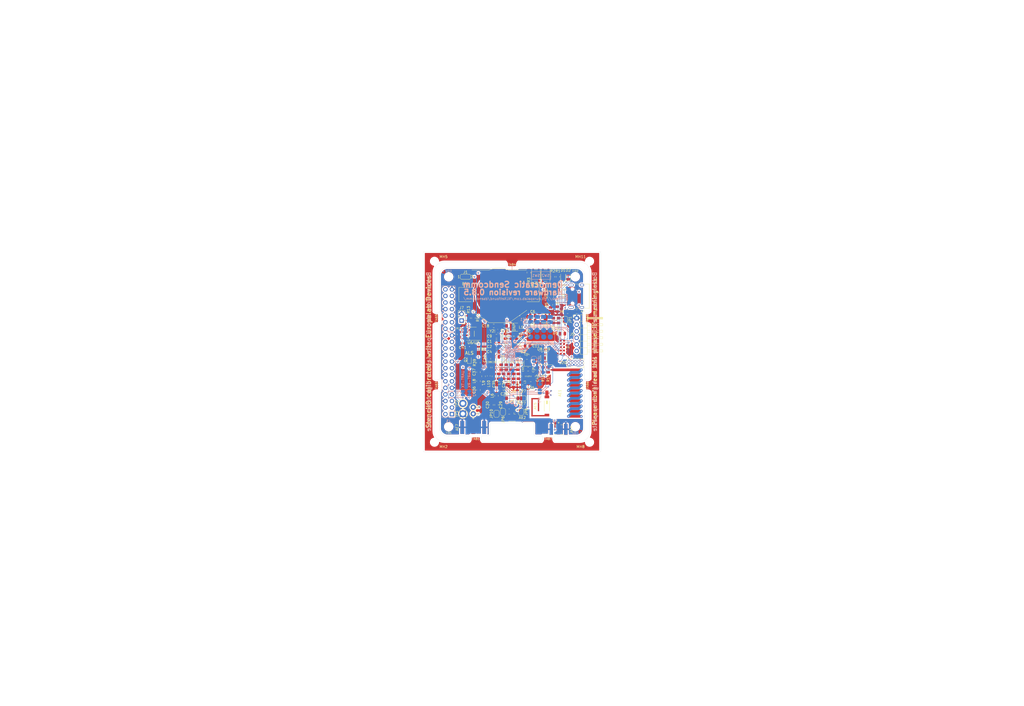
<source format=kicad_pcb>
(kicad_pcb (version 20171130) (host pcbnew 5.1.5+dfsg1-2build2)

  (general
    (thickness 1.6)
    (drawings 110)
    (tracks 1049)
    (zones 0)
    (modules 130)
    (nets 136)
  )

  (page A3)
  (title_block
    (title "Democratic Sendcomm")
    (date 2020-10-20)
    (rev 0.8.5)
    (company "Europalab Devices")
    (comment 1 "Copyright © 2020, Europalab Devices")
    (comment 2 "Fulfilling requirements of 20200210")
    (comment 3 "Pending quality assurance testing")
    (comment 4 "Release revision for manufacturing")
  )

  (layers
    (0 F.Cu signal)
    (1 In1.Cu signal)
    (2 In2.Cu signal)
    (31 B.Cu signal)
    (34 B.Paste user)
    (35 F.Paste user)
    (36 B.SilkS user)
    (37 F.SilkS user)
    (38 B.Mask user)
    (39 F.Mask user)
    (40 Dwgs.User user)
    (41 Cmts.User user)
    (44 Edge.Cuts user)
    (45 Margin user)
    (46 B.CrtYd user)
    (47 F.CrtYd user)
    (48 B.Fab user)
    (49 F.Fab user)
  )

  (setup
    (last_trace_width 0.127)
    (user_trace_width 0.1016)
    (user_trace_width 0.127)
    (user_trace_width 0.2)
    (trace_clearance 0.09)
    (zone_clearance 0.508)
    (zone_45_only no)
    (trace_min 0.09)
    (via_size 0.356)
    (via_drill 0.2)
    (via_min_size 0.356)
    (via_min_drill 0.2)
    (user_via 0.45 0.2)
    (user_via 0.6 0.3)
    (uvia_size 0.45)
    (uvia_drill 0.1)
    (uvias_allowed no)
    (uvia_min_size 0.45)
    (uvia_min_drill 0.1)
    (edge_width 0.1)
    (segment_width 0.1)
    (pcb_text_width 0.25)
    (pcb_text_size 1 1)
    (mod_edge_width 0.15)
    (mod_text_size 1 1)
    (mod_text_width 0.15)
    (pad_size 2 1.5)
    (pad_drill 0)
    (pad_to_mask_clearance 0)
    (aux_axis_origin 0 0)
    (visible_elements 7FFFFFFF)
    (pcbplotparams
      (layerselection 0x313fc_ffffffff)
      (usegerberextensions true)
      (usegerberattributes false)
      (usegerberadvancedattributes false)
      (creategerberjobfile false)
      (excludeedgelayer true)
      (linewidth 0.150000)
      (plotframeref false)
      (viasonmask false)
      (mode 1)
      (useauxorigin false)
      (hpglpennumber 1)
      (hpglpenspeed 20)
      (hpglpendiameter 15.000000)
      (psnegative false)
      (psa4output false)
      (plotreference true)
      (plotvalue true)
      (plotinvisibletext false)
      (padsonsilk false)
      (subtractmaskfromsilk false)
      (outputformat 1)
      (mirror false)
      (drillshape 0)
      (scaleselection 1)
      (outputdirectory "fabsingle"))
  )

  (net 0 "")
  (net 1 GND)
  (net 2 "Net-(AE1-Pad1)")
  (net 3 /Sheet5F53D5B4/RFSWPWR)
  (net 4 "Net-(C8-Pad1)")
  (net 5 /Sheet5F53D5B4/POWAMP)
  (net 6 "Net-(C13-Pad1)")
  (net 7 /Sheet5F53D5B4/HFOUT)
  (net 8 +3V3)
  (net 9 "Net-(C29-Pad1)")
  (net 10 /Sheet5F53D5B4/UART_RX)
  (net 11 /Sheet5F53D5B4/UART_TX)
  (net 12 /Sheet5F53D5B4/HPOUT)
  (net 13 /Sheet5F53D5B4/HFIN)
  (net 14 /Sheet5F53D5B4/BANDSEL)
  (net 15 "Net-(BT1-Pad1)")
  (net 16 /Sheet5F53D5B4/USB_BUS)
  (net 17 "Net-(C33-Pad1)")
  (net 18 "Net-(C34-Pad1)")
  (net 19 /Sheet5F53D5B4/CMDRST)
  (net 20 "Net-(D1-Pad2)")
  (net 21 "Net-(D1-Pad1)")
  (net 22 "Net-(D2-Pad1)")
  (net 23 "Net-(D2-Pad2)")
  (net 24 /Sheet5F53D5B4/USB_P)
  (net 25 /Sheet5F53D5B4/USB_N)
  (net 26 /Sheet60040980/ID_SD)
  (net 27 /Sheet60040980/ID_SC)
  (net 28 /Sheet5F53D5B4/SWDCLK)
  (net 29 "Net-(J3-Pad7)")
  (net 30 "Net-(J3-Pad8)")
  (net 31 "Net-(J4-Pad6)")
  (net 32 /Sheet5F53D5B4/CN_VBAT)
  (net 33 /Sheet5F53D5B4/XCEIV)
  (net 34 /Sheet5F53D5B4/CRYSTAL_XIN-RESERVED)
  (net 35 /Sheet5F53D5B4/CRYSTAL_XOUT-RESERVED)
  (net 36 "Net-(AE5-Pad2)")
  (net 37 "Net-(C1-Pad1)")
  (net 38 "Net-(C7-Pad1)")
  (net 39 "Net-(C14-Pad1)")
  (net 40 "Net-(C17-Pad1)")
  (net 41 "Net-(C18-Pad2)")
  (net 42 "Net-(C19-Pad2)")
  (net 43 "Net-(C23-Pad2)")
  (net 44 "Net-(C23-Pad1)")
  (net 45 "Net-(C24-Pad1)")
  (net 46 "Net-(C24-Pad2)")
  (net 47 "Net-(C29-Pad2)")
  (net 48 "Net-(C33-Pad2)")
  (net 49 "Net-(C35-Pad2)")
  (net 50 "Net-(C40-Pad1)")
  (net 51 "Net-(J2-PadB5)")
  (net 52 "Net-(J2-PadA8)")
  (net 53 "Net-(J2-PadA5)")
  (net 54 "Net-(J2-PadB8)")
  (net 55 "Net-(J2-PadA4)")
  (net 56 "Net-(J3-Pad2)")
  (net 57 "Net-(J3-Pad3)")
  (net 58 "Net-(J3-Pad4)")
  (net 59 "Net-(J3-Pad5)")
  (net 60 "Net-(J3-Pad10)")
  (net 61 "Net-(J3-Pad11)")
  (net 62 "Net-(J3-Pad12)")
  (net 63 "Net-(J3-Pad13)")
  (net 64 "Net-(J3-Pad15)")
  (net 65 "Net-(J3-Pad16)")
  (net 66 "Net-(J3-Pad18)")
  (net 67 "Net-(J3-Pad19)")
  (net 68 "Net-(J3-Pad21)")
  (net 69 "Net-(J3-Pad22)")
  (net 70 "Net-(J3-Pad23)")
  (net 71 "Net-(J3-Pad24)")
  (net 72 "Net-(J3-Pad26)")
  (net 73 "Net-(J3-Pad29)")
  (net 74 "Net-(J3-Pad31)")
  (net 75 "Net-(J3-Pad32)")
  (net 76 "Net-(J3-Pad33)")
  (net 77 "Net-(J3-Pad35)")
  (net 78 "Net-(J3-Pad36)")
  (net 79 "Net-(J3-Pad37)")
  (net 80 "Net-(J3-Pad38)")
  (net 81 "Net-(J3-Pad40)")
  (net 82 "Net-(J4-Pad7)")
  (net 83 "Net-(J4-Pad8)")
  (net 84 "Net-(J5-Pad2)")
  (net 85 "Net-(J5-Pad3)")
  (net 86 "Net-(J5-Pad6)")
  (net 87 "Net-(J6-Pad1)")
  (net 88 "Net-(L1-Pad2)")
  (net 89 "Net-(R3-Pad1)")
  (net 90 "Net-(R4-Pad1)")
  (net 91 "Net-(R4-Pad2)")
  (net 92 "Net-(U2-Pad5)")
  (net 93 "Net-(U3-PadG1)")
  (net 94 "Net-(U3-PadH1)")
  (net 95 "Net-(U3-PadE3)")
  (net 96 "Net-(U3-PadE4)")
  (net 97 "Net-(U3-PadF4)")
  (net 98 "Net-(U3-PadE5)")
  (net 99 "Net-(U3-PadC7)")
  (net 100 "Net-(U3-PadD7)")
  (net 101 "Net-(U3-PadD8)")
  (net 102 "Net-(U5-Pad3)")
  (net 103 "Net-(U5-Pad4)")
  (net 104 "Net-(U8-Pad7)")
  (net 105 "Net-(U8-Pad3)")
  (net 106 "Net-(U8-Pad2)")
  (net 107 "Net-(U8-Pad1)")
  (net 108 "Net-(U9-Pad1)")
  (net 109 "Net-(U9-Pad2)")
  (net 110 "Net-(U9-Pad3)")
  (net 111 "Net-(U9-Pad7)")
  (net 112 /Sheet5F53D5B4/SWDIO)
  (net 113 "Net-(AE2-Pad1)")
  (net 114 "Net-(AE4-Pad1)")
  (net 115 "Net-(AE5-Pad1)")
  (net 116 "Net-(AE7-Pad1)")
  (net 117 "Net-(JP10-Pad1)")
  (net 118 "Net-(J6-Pad2)")
  (net 119 "Net-(J6-Pad3)")
  (net 120 "Net-(J6-Pad4)")
  (net 121 "Net-(J6-Pad5)")
  (net 122 "Net-(J6-Pad6)")
  (net 123 "Net-(J6-Pad7)")
  (net 124 "Net-(J6-Pad8)")
  (net 125 "Net-(J7-Pad1)")
  (net 126 "Net-(C94-Pad1)")
  (net 127 "Net-(C95-Pad1)")
  (net 128 "Net-(JP26-Pad1)")
  (net 129 /TP_SCL)
  (net 130 /TP_SDA)
  (net 131 "Net-(J20-Pad6)")
  (net 132 "Net-(J20-Pad7)")
  (net 133 "Net-(J20-Pad8)")
  (net 134 "Net-(Q2-Pad2)")
  (net 135 "Net-(JP27-Pad3)")

  (net_class Default "This is the default net class."
    (clearance 0.09)
    (trace_width 0.09)
    (via_dia 0.356)
    (via_drill 0.2)
    (uvia_dia 0.45)
    (uvia_drill 0.1)
    (add_net +3V3)
    (add_net /Sheet5F53D5B4/BANDSEL)
    (add_net /Sheet5F53D5B4/CMDRST)
    (add_net /Sheet5F53D5B4/CN_VBAT)
    (add_net /Sheet5F53D5B4/CRYSTAL_XIN-RESERVED)
    (add_net /Sheet5F53D5B4/CRYSTAL_XOUT-RESERVED)
    (add_net /Sheet5F53D5B4/HFIN)
    (add_net /Sheet5F53D5B4/HFOUT)
    (add_net /Sheet5F53D5B4/HPOUT)
    (add_net /Sheet5F53D5B4/POWAMP)
    (add_net /Sheet5F53D5B4/RFSWPWR)
    (add_net /Sheet5F53D5B4/SWDCLK)
    (add_net /Sheet5F53D5B4/SWDIO)
    (add_net /Sheet5F53D5B4/UART_RX)
    (add_net /Sheet5F53D5B4/UART_TX)
    (add_net /Sheet5F53D5B4/USB_BUS)
    (add_net /Sheet5F53D5B4/USB_N)
    (add_net /Sheet5F53D5B4/USB_P)
    (add_net /Sheet5F53D5B4/XCEIV)
    (add_net /Sheet60040980/ID_SC)
    (add_net /Sheet60040980/ID_SD)
    (add_net /TP_SCL)
    (add_net /TP_SDA)
    (add_net GND)
    (add_net "Net-(AE1-Pad1)")
    (add_net "Net-(AE2-Pad1)")
    (add_net "Net-(AE4-Pad1)")
    (add_net "Net-(AE5-Pad1)")
    (add_net "Net-(AE5-Pad2)")
    (add_net "Net-(AE7-Pad1)")
    (add_net "Net-(BT1-Pad1)")
    (add_net "Net-(C1-Pad1)")
    (add_net "Net-(C13-Pad1)")
    (add_net "Net-(C14-Pad1)")
    (add_net "Net-(C17-Pad1)")
    (add_net "Net-(C18-Pad2)")
    (add_net "Net-(C19-Pad2)")
    (add_net "Net-(C23-Pad1)")
    (add_net "Net-(C23-Pad2)")
    (add_net "Net-(C24-Pad1)")
    (add_net "Net-(C24-Pad2)")
    (add_net "Net-(C29-Pad1)")
    (add_net "Net-(C29-Pad2)")
    (add_net "Net-(C33-Pad1)")
    (add_net "Net-(C33-Pad2)")
    (add_net "Net-(C34-Pad1)")
    (add_net "Net-(C35-Pad2)")
    (add_net "Net-(C40-Pad1)")
    (add_net "Net-(C7-Pad1)")
    (add_net "Net-(C8-Pad1)")
    (add_net "Net-(C94-Pad1)")
    (add_net "Net-(C95-Pad1)")
    (add_net "Net-(D1-Pad1)")
    (add_net "Net-(D1-Pad2)")
    (add_net "Net-(D2-Pad1)")
    (add_net "Net-(D2-Pad2)")
    (add_net "Net-(J2-PadA4)")
    (add_net "Net-(J2-PadA5)")
    (add_net "Net-(J2-PadA8)")
    (add_net "Net-(J2-PadB5)")
    (add_net "Net-(J2-PadB8)")
    (add_net "Net-(J20-Pad6)")
    (add_net "Net-(J20-Pad7)")
    (add_net "Net-(J20-Pad8)")
    (add_net "Net-(J3-Pad10)")
    (add_net "Net-(J3-Pad11)")
    (add_net "Net-(J3-Pad12)")
    (add_net "Net-(J3-Pad13)")
    (add_net "Net-(J3-Pad15)")
    (add_net "Net-(J3-Pad16)")
    (add_net "Net-(J3-Pad18)")
    (add_net "Net-(J3-Pad19)")
    (add_net "Net-(J3-Pad2)")
    (add_net "Net-(J3-Pad21)")
    (add_net "Net-(J3-Pad22)")
    (add_net "Net-(J3-Pad23)")
    (add_net "Net-(J3-Pad24)")
    (add_net "Net-(J3-Pad26)")
    (add_net "Net-(J3-Pad29)")
    (add_net "Net-(J3-Pad3)")
    (add_net "Net-(J3-Pad31)")
    (add_net "Net-(J3-Pad32)")
    (add_net "Net-(J3-Pad33)")
    (add_net "Net-(J3-Pad35)")
    (add_net "Net-(J3-Pad36)")
    (add_net "Net-(J3-Pad37)")
    (add_net "Net-(J3-Pad38)")
    (add_net "Net-(J3-Pad4)")
    (add_net "Net-(J3-Pad40)")
    (add_net "Net-(J3-Pad5)")
    (add_net "Net-(J3-Pad7)")
    (add_net "Net-(J3-Pad8)")
    (add_net "Net-(J4-Pad6)")
    (add_net "Net-(J4-Pad7)")
    (add_net "Net-(J4-Pad8)")
    (add_net "Net-(J5-Pad2)")
    (add_net "Net-(J5-Pad3)")
    (add_net "Net-(J5-Pad6)")
    (add_net "Net-(J6-Pad1)")
    (add_net "Net-(J6-Pad2)")
    (add_net "Net-(J6-Pad3)")
    (add_net "Net-(J6-Pad4)")
    (add_net "Net-(J6-Pad5)")
    (add_net "Net-(J6-Pad6)")
    (add_net "Net-(J6-Pad7)")
    (add_net "Net-(J6-Pad8)")
    (add_net "Net-(J7-Pad1)")
    (add_net "Net-(JP10-Pad1)")
    (add_net "Net-(JP26-Pad1)")
    (add_net "Net-(JP27-Pad3)")
    (add_net "Net-(L1-Pad2)")
    (add_net "Net-(Q2-Pad2)")
    (add_net "Net-(R3-Pad1)")
    (add_net "Net-(R4-Pad1)")
    (add_net "Net-(R4-Pad2)")
    (add_net "Net-(U2-Pad5)")
    (add_net "Net-(U3-PadC7)")
    (add_net "Net-(U3-PadD7)")
    (add_net "Net-(U3-PadD8)")
    (add_net "Net-(U3-PadE3)")
    (add_net "Net-(U3-PadE4)")
    (add_net "Net-(U3-PadE5)")
    (add_net "Net-(U3-PadF4)")
    (add_net "Net-(U3-PadG1)")
    (add_net "Net-(U3-PadH1)")
    (add_net "Net-(U5-Pad3)")
    (add_net "Net-(U5-Pad4)")
    (add_net "Net-(U8-Pad1)")
    (add_net "Net-(U8-Pad2)")
    (add_net "Net-(U8-Pad3)")
    (add_net "Net-(U8-Pad7)")
    (add_net "Net-(U9-Pad1)")
    (add_net "Net-(U9-Pad2)")
    (add_net "Net-(U9-Pad3)")
    (add_net "Net-(U9-Pad7)")
  )

  (net_class Power ""
    (clearance 0.2)
    (trace_width 0.5)
    (via_dia 1)
    (via_drill 0.7)
    (uvia_dia 0.5)
    (uvia_drill 0.1)
  )

  (module Jumper:SolderJumper-2_P1.3mm_Bridged_RoundedPad1.0x1.5mm (layer B.Cu) (tedit 5C745284) (tstamp 5FBED780)
    (at 220.75 160 270)
    (descr "SMD Solder Jumper, 1x1.5mm, rounded Pads, 0.3mm gap, bridged with 1 copper strip")
    (tags "solder jumper open")
    (path /5F5C0728/5F989558)
    (attr virtual)
    (fp_text reference JP4 (at -1.75 0 90) (layer B.SilkS)
      (effects (font (size 1 1) (thickness 0.15)) (justify right mirror))
    )
    (fp_text value SolderBridge (at 0 -1.9 90) (layer B.Fab)
      (effects (font (size 1 1) (thickness 0.15)) (justify mirror))
    )
    (fp_poly (pts (xy 0.25 0.3) (xy -0.25 0.3) (xy -0.25 -0.3) (xy 0.25 -0.3)) (layer B.Cu) (width 0))
    (fp_line (start 1.65 -1.25) (end -1.65 -1.25) (layer B.CrtYd) (width 0.05))
    (fp_line (start 1.65 -1.25) (end 1.65 1.25) (layer B.CrtYd) (width 0.05))
    (fp_line (start -1.65 1.25) (end -1.65 -1.25) (layer B.CrtYd) (width 0.05))
    (fp_line (start -1.65 1.25) (end 1.65 1.25) (layer B.CrtYd) (width 0.05))
    (fp_line (start -0.7 1) (end 0.7 1) (layer B.SilkS) (width 0.12))
    (fp_line (start 1.4 0.3) (end 1.4 -0.3) (layer B.SilkS) (width 0.12))
    (fp_line (start 0.7 -1) (end -0.7 -1) (layer B.SilkS) (width 0.12))
    (fp_line (start -1.4 -0.3) (end -1.4 0.3) (layer B.SilkS) (width 0.12))
    (fp_arc (start -0.7 0.3) (end -0.7 1) (angle 90) (layer B.SilkS) (width 0.12))
    (fp_arc (start -0.7 -0.3) (end -1.4 -0.3) (angle 90) (layer B.SilkS) (width 0.12))
    (fp_arc (start 0.7 -0.3) (end 0.7 -1) (angle 90) (layer B.SilkS) (width 0.12))
    (fp_arc (start 0.7 0.3) (end 1.4 0.3) (angle 90) (layer B.SilkS) (width 0.12))
    (pad 1 smd custom (at -0.65 0 270) (size 1 0.5) (layers B.Cu B.Mask)
      (net 2 "Net-(AE1-Pad1)") (zone_connect 2)
      (options (clearance outline) (anchor rect))
      (primitives
        (gr_circle (center 0 -0.25) (end 0.5 -0.25) (width 0))
        (gr_circle (center 0 0.25) (end 0.5 0.25) (width 0))
        (gr_poly (pts
           (xy 0 0.75) (xy 0.5 0.75) (xy 0.5 -0.75) (xy 0 -0.75)) (width 0))
      ))
    (pad 2 smd custom (at 0.65 0 270) (size 1 0.5) (layers B.Cu B.Mask)
      (net 117 "Net-(JP10-Pad1)") (zone_connect 2)
      (options (clearance outline) (anchor rect))
      (primitives
        (gr_circle (center 0 -0.25) (end 0.5 -0.25) (width 0))
        (gr_circle (center 0 0.25) (end 0.5 0.25) (width 0))
        (gr_poly (pts
           (xy 0 0.75) (xy -0.5 0.75) (xy -0.5 -0.75) (xy 0 -0.75)) (width 0))
      ))
  )

  (module Elabdev:TFBGA-64_8x8_6.0x6.0mm_P0.65mm (layer F.Cu) (tedit 5F6BA77A) (tstamp 5F68786E)
    (at 210 148)
    (path /5F53D5B5/6052EF69)
    (solder_mask_margin 0.025)
    (clearance 0.0508)
    (attr smd)
    (fp_text reference U3 (at 4.25 0) (layer F.SilkS)
      (effects (font (size 1 1) (thickness 0.15)))
    )
    (fp_text value ATSAMR34 (at 0 4) (layer F.Fab)
      (effects (font (size 1 1) (thickness 0.15)))
    )
    (fp_line (start -2 -3) (end -3 -2) (layer F.Fab) (width 0.1))
    (fp_line (start -3 -2) (end -3 3) (layer F.Fab) (width 0.1))
    (fp_line (start -3 3) (end 3 3) (layer F.Fab) (width 0.1))
    (fp_line (start 3 3) (end 3 -3) (layer F.Fab) (width 0.1))
    (fp_line (start 3 -3) (end -2 -3) (layer F.Fab) (width 0.1))
    (fp_line (start 1.62 -3.12) (end 3.12 -3.12) (layer F.SilkS) (width 0.12))
    (fp_line (start 3.12 -3.12) (end 3.12 -1.62) (layer F.SilkS) (width 0.12))
    (fp_line (start 1.62 -3.12) (end 3.12 -3.12) (layer F.SilkS) (width 0.12))
    (fp_line (start 3.12 -3.12) (end 3.12 -1.62) (layer F.SilkS) (width 0.12))
    (fp_line (start 1.62 3.12) (end 3.12 3.12) (layer F.SilkS) (width 0.12))
    (fp_line (start 3.12 3.12) (end 3.12 1.62) (layer F.SilkS) (width 0.12))
    (fp_line (start 1.62 -3.12) (end 3.12 -3.12) (layer F.SilkS) (width 0.12))
    (fp_line (start 3.12 -3.12) (end 3.12 -1.62) (layer F.SilkS) (width 0.12))
    (fp_line (start -1.62 3.12) (end -3.12 3.12) (layer F.SilkS) (width 0.12))
    (fp_line (start -3.12 3.12) (end -3.12 1.62) (layer F.SilkS) (width 0.12))
    (fp_line (start -1.62 -3.12) (end -2 -3.12) (layer F.SilkS) (width 0.12))
    (fp_line (start -2 -3.12) (end -3.12 -2) (layer F.SilkS) (width 0.12))
    (fp_line (start -3.12 -2) (end -3.12 -1.62) (layer F.SilkS) (width 0.12))
    (fp_circle (center -3 -3) (end -3 -2.9) (layer F.SilkS) (width 0.2))
    (fp_line (start -4 -4) (end 4 -4) (layer F.CrtYd) (width 0.05))
    (fp_line (start 4 -4) (end 4 4) (layer F.CrtYd) (width 0.05))
    (fp_line (start 4 4) (end -4 4) (layer F.CrtYd) (width 0.05))
    (fp_line (start -4 4) (end -4 -4) (layer F.CrtYd) (width 0.05))
    (pad A1 smd circle (at -2.275 -2.275) (size 0.32 0.32) (layers F.Cu F.Paste F.Mask)
      (net 13 /Sheet5F53D5B4/HFIN))
    (pad B1 smd circle (at -2.275 -1.625) (size 0.32 0.32) (layers F.Cu F.Paste F.Mask)
      (net 7 /Sheet5F53D5B4/HFOUT))
    (pad C1 smd circle (at -2.275 -0.975) (size 0.32 0.32) (layers F.Cu F.Paste F.Mask)
      (net 37 "Net-(C1-Pad1)"))
    (pad D1 smd circle (at -2.275 -0.325) (size 0.32 0.32) (layers F.Cu F.Paste F.Mask)
      (net 5 /Sheet5F53D5B4/POWAMP))
    (pad E1 smd circle (at -2.275 0.325) (size 0.32 0.32) (layers F.Cu F.Paste F.Mask)
      (net 1 GND))
    (pad F1 smd circle (at -2.275 0.975) (size 0.32 0.32) (layers F.Cu F.Paste F.Mask)
      (net 12 /Sheet5F53D5B4/HPOUT))
    (pad G1 smd circle (at -2.275 1.625) (size 0.32 0.32) (layers F.Cu F.Paste F.Mask)
      (net 93 "Net-(U3-PadG1)"))
    (pad H1 smd circle (at -2.275 2.275) (size 0.32 0.32) (layers F.Cu F.Paste F.Mask)
      (net 94 "Net-(U3-PadH1)"))
    (pad A2 smd circle (at -1.625 -2.275) (size 0.32 0.32) (layers F.Cu F.Paste F.Mask)
      (net 1 GND))
    (pad B2 smd circle (at -1.625 -1.625) (size 0.32 0.32) (layers F.Cu F.Paste F.Mask)
      (net 1 GND))
    (pad C2 smd circle (at -1.625 -0.975) (size 0.32 0.32) (layers F.Cu F.Paste F.Mask)
      (net 37 "Net-(C1-Pad1)"))
    (pad D2 smd circle (at -1.625 -0.325) (size 0.32 0.32) (layers F.Cu F.Paste F.Mask)
      (net 33 /Sheet5F53D5B4/XCEIV))
    (pad E2 smd circle (at -1.625 0.325) (size 0.32 0.32) (layers F.Cu F.Paste F.Mask)
      (net 1 GND))
    (pad F2 smd circle (at -1.625 0.975) (size 0.32 0.32) (layers F.Cu F.Paste F.Mask)
      (net 1 GND))
    (pad G2 smd circle (at -1.625 1.625) (size 0.32 0.32) (layers F.Cu F.Paste F.Mask)
      (net 1 GND))
    (pad H2 smd circle (at -1.625 2.275) (size 0.32 0.32) (layers F.Cu F.Paste F.Mask)
      (net 39 "Net-(C14-Pad1)"))
    (pad A3 smd circle (at -0.975 -2.275) (size 0.32 0.32) (layers F.Cu F.Paste F.Mask)
      (net 41 "Net-(C18-Pad2)"))
    (pad B3 smd circle (at -0.975 -1.625) (size 0.32 0.32) (layers F.Cu F.Paste F.Mask)
      (net 1 GND))
    (pad C3 smd circle (at -0.975 -0.975) (size 0.32 0.32) (layers F.Cu F.Paste F.Mask)
      (net 32 /Sheet5F53D5B4/CN_VBAT))
    (pad D3 smd circle (at -0.975 -0.325) (size 0.32 0.32) (layers F.Cu F.Paste F.Mask)
      (net 11 /Sheet5F53D5B4/UART_TX))
    (pad E3 smd circle (at -0.975 0.325) (size 0.32 0.32) (layers F.Cu F.Paste F.Mask)
      (net 95 "Net-(U3-PadE3)"))
    (pad F3 smd circle (at -0.975 0.975) (size 0.32 0.32) (layers F.Cu F.Paste F.Mask)
      (net 16 /Sheet5F53D5B4/USB_BUS))
    (pad G3 smd circle (at -0.975 1.625) (size 0.32 0.32) (layers F.Cu F.Paste F.Mask)
      (net 1 GND))
    (pad H3 smd circle (at -0.975 2.275) (size 0.32 0.32) (layers F.Cu F.Paste F.Mask)
      (net 37 "Net-(C1-Pad1)"))
    (pad A4 smd circle (at -0.325 -2.275) (size 0.32 0.32) (layers F.Cu F.Paste F.Mask)
      (net 42 "Net-(C19-Pad2)"))
    (pad B4 smd circle (at -0.325 -1.625) (size 0.32 0.32) (layers F.Cu F.Paste F.Mask)
      (net 134 "Net-(Q2-Pad2)"))
    (pad C4 smd circle (at -0.325 -0.975) (size 0.32 0.32) (layers F.Cu F.Paste F.Mask)
      (net 10 /Sheet5F53D5B4/UART_RX))
    (pad D4 smd circle (at -0.325 -0.325) (size 0.32 0.32) (layers F.Cu F.Paste F.Mask)
      (net 1 GND))
    (pad E4 smd circle (at -0.325 0.325) (size 0.32 0.32) (layers F.Cu F.Paste F.Mask)
      (net 96 "Net-(U3-PadE4)"))
    (pad F4 smd circle (at -0.325 0.975) (size 0.32 0.32) (layers F.Cu F.Paste F.Mask)
      (net 97 "Net-(U3-PadF4)"))
    (pad G4 smd circle (at -0.325 1.625) (size 0.32 0.32) (layers F.Cu F.Paste F.Mask)
      (net 8 +3V3))
    (pad H4 smd circle (at -0.325 2.275) (size 0.32 0.32) (layers F.Cu F.Paste F.Mask)
      (net 6 "Net-(C13-Pad1)"))
    (pad A5 smd circle (at 0.325 -2.275) (size 0.32 0.32) (layers F.Cu F.Paste F.Mask)
      (net 40 "Net-(C17-Pad1)"))
    (pad B5 smd circle (at 0.325 -1.625) (size 0.32 0.32) (layers F.Cu F.Paste F.Mask)
      (net 1 GND))
    (pad C5 smd circle (at 0.325 -0.975) (size 0.32 0.32) (layers F.Cu F.Paste F.Mask)
      (net 28 /Sheet5F53D5B4/SWDCLK))
    (pad D5 smd circle (at 0.325 -0.325) (size 0.32 0.32) (layers F.Cu F.Paste F.Mask)
      (net 112 /Sheet5F53D5B4/SWDIO))
    (pad E5 smd circle (at 0.325 0.325) (size 0.32 0.32) (layers F.Cu F.Paste F.Mask)
      (net 98 "Net-(U3-PadE5)"))
    (pad F5 smd circle (at 0.325 0.975) (size 0.32 0.32) (layers F.Cu F.Paste F.Mask)
      (net 135 "Net-(JP27-Pad3)"))
    (pad G5 smd circle (at 0.325 1.625) (size 0.32 0.32) (layers F.Cu F.Paste F.Mask)
      (net 1 GND))
    (pad H5 smd circle (at 0.325 2.275) (size 0.32 0.32) (layers F.Cu F.Paste F.Mask)
      (net 1 GND))
    (pad A6 smd circle (at 0.975 -2.275) (size 0.32 0.32) (layers F.Cu F.Paste F.Mask)
      (net 88 "Net-(L1-Pad2)"))
    (pad B6 smd circle (at 0.975 -1.625) (size 0.32 0.32) (layers F.Cu F.Paste F.Mask)
      (net 19 /Sheet5F53D5B4/CMDRST))
    (pad C6 smd circle (at 0.975 -0.975) (size 0.32 0.32) (layers F.Cu F.Paste F.Mask)
      (net 90 "Net-(R4-Pad1)"))
    (pad D6 smd circle (at 0.975 -0.325) (size 0.32 0.32) (layers F.Cu F.Paste F.Mask)
      (net 1 GND))
    (pad E6 smd circle (at 0.975 0.325) (size 0.32 0.32) (layers F.Cu F.Paste F.Mask)
      (net 129 /TP_SCL))
    (pad F6 smd circle (at 0.975 0.975) (size 0.32 0.32) (layers F.Cu F.Paste F.Mask)
      (net 14 /Sheet5F53D5B4/BANDSEL))
    (pad G6 smd circle (at 0.975 1.625) (size 0.32 0.32) (layers F.Cu F.Paste F.Mask)
      (net 1 GND))
    (pad H6 smd circle (at 0.975 2.275) (size 0.32 0.32) (layers F.Cu F.Paste F.Mask)
      (net 126 "Net-(C94-Pad1)"))
    (pad A7 smd circle (at 1.625 -2.275) (size 0.32 0.32) (layers F.Cu F.Paste F.Mask)
      (net 8 +3V3))
    (pad B7 smd circle (at 1.625 -1.625) (size 0.32 0.32) (layers F.Cu F.Paste F.Mask)
      (net 1 GND))
    (pad C7 smd circle (at 1.625 -0.975) (size 0.32 0.32) (layers F.Cu F.Paste F.Mask)
      (net 99 "Net-(U3-PadC7)"))
    (pad D7 smd circle (at 1.625 -0.325) (size 0.32 0.32) (layers F.Cu F.Paste F.Mask)
      (net 100 "Net-(U3-PadD7)"))
    (pad E7 smd circle (at 1.625 0.325) (size 0.32 0.32) (layers F.Cu F.Paste F.Mask)
      (net 21 "Net-(D1-Pad1)"))
    (pad F7 smd circle (at 1.625 0.975) (size 0.32 0.32) (layers F.Cu F.Paste F.Mask)
      (net 130 /TP_SDA))
    (pad G7 smd circle (at 1.625 1.625) (size 0.32 0.32) (layers F.Cu F.Paste F.Mask)
      (net 1 GND))
    (pad H7 smd circle (at 1.625 2.275) (size 0.32 0.32) (layers F.Cu F.Paste F.Mask)
      (net 127 "Net-(C95-Pad1)"))
    (pad A8 smd circle (at 2.275 -2.275) (size 0.32 0.32) (layers F.Cu F.Paste F.Mask)
      (net 8 +3V3))
    (pad B8 smd circle (at 2.275 -1.625) (size 0.32 0.32) (layers F.Cu F.Paste F.Mask)
      (net 25 /Sheet5F53D5B4/USB_N))
    (pad C8 smd circle (at 2.275 -0.975) (size 0.32 0.32) (layers F.Cu F.Paste F.Mask)
      (net 24 /Sheet5F53D5B4/USB_P))
    (pad D8 smd circle (at 2.275 -0.325) (size 0.32 0.32) (layers F.Cu F.Paste F.Mask)
      (net 101 "Net-(U3-PadD8)"))
    (pad E8 smd circle (at 2.275 0.325) (size 0.32 0.32) (layers F.Cu F.Paste F.Mask)
      (net 22 "Net-(D2-Pad1)"))
    (pad F8 smd circle (at 2.275 0.975) (size 0.32 0.32) (layers F.Cu F.Paste F.Mask)
      (net 34 /Sheet5F53D5B4/CRYSTAL_XIN-RESERVED))
    (pad G8 smd circle (at 2.275 1.625) (size 0.32 0.32) (layers F.Cu F.Paste F.Mask)
      (net 35 /Sheet5F53D5B4/CRYSTAL_XOUT-RESERVED))
    (pad H8 smd circle (at 2.275 2.275) (size 0.32 0.32) (layers F.Cu F.Paste F.Mask)
      (net 8 +3V3))
    (model ${KISYS3DMOD}/Package_BGA.3dshapes/TFBGA-64_5x5mm_Layout8x8_P0.5mm.wrl
      (at (xyz 0 0 0))
      (scale (xyz 1.2 1.2 1.2))
      (rotate (xyz 0 0 0))
    )
  )

  (module TestPoint:TestPoint_THTPad_D2.0mm_Drill1.0mm (layer F.Cu) (tedit 5A0F774F) (tstamp 5FBA0BE2)
    (at 195 172)
    (descr "THT pad as test Point, diameter 2.0mm, hole diameter 1.0mm")
    (tags "test point THT pad")
    (path /5F97637F)
    (attr virtual)
    (fp_text reference TP5 (at 2 0 90) (layer F.SilkS)
      (effects (font (size 0.7 0.7) (thickness 0.1)))
    )
    (fp_text value Probe (at 0 2.25) (layer F.Fab)
      (effects (font (size 1 1) (thickness 0.15)))
    )
    (fp_circle (center 0 0) (end 0 1.2) (layer F.SilkS) (width 0.12))
    (fp_circle (center 0 0) (end 1.5 0) (layer F.CrtYd) (width 0.05))
    (fp_text user %R (at 0 -2.15) (layer F.Fab)
      (effects (font (size 1 1) (thickness 0.15)))
    )
    (pad 1 thru_hole circle (at 0 0) (size 2 2) (drill 1) (layers *.Cu *.Mask)
      (net 129 /TP_SCL))
  )

  (module TestPoint:TestPoint_THTPad_D2.0mm_Drill1.0mm (layer F.Cu) (tedit 5A0F774F) (tstamp 5FBA0BEA)
    (at 195 169.46)
    (descr "THT pad as test Point, diameter 2.0mm, hole diameter 1.0mm")
    (tags "test point THT pad")
    (path /5F97786E)
    (attr virtual)
    (fp_text reference TP6 (at 2 0.04 90) (layer F.SilkS)
      (effects (font (size 0.7 0.7) (thickness 0.1)))
    )
    (fp_text value Probe (at 0 2.25) (layer F.Fab)
      (effects (font (size 1 1) (thickness 0.15)))
    )
    (fp_circle (center 0 0) (end 0 1.2) (layer F.SilkS) (width 0.12))
    (fp_circle (center 0 0) (end 1.5 0) (layer F.CrtYd) (width 0.05))
    (fp_text user %R (at 0 -2.15) (layer F.Fab)
      (effects (font (size 1 1) (thickness 0.15)))
    )
    (pad 1 thru_hole circle (at 0 0) (size 2 2) (drill 1) (layers *.Cu *.Mask)
      (net 130 /TP_SDA))
  )

  (module Inductor_SMD:L_0603_1608Metric (layer F.Cu) (tedit 5B301BBE) (tstamp 5F687507)
    (at 201 157.35 270)
    (descr "Inductor SMD 0603 (1608 Metric), square (rectangular) end terminal, IPC_7351 nominal, (Body size source: http://www.tortai-tech.com/upload/download/2011102023233369053.pdf), generated with kicad-footprint-generator")
    (tags inductor)
    (path /5F5C0728/5F5D6DC7)
    (attr smd)
    (fp_text reference L10 (at 3 0 90) (layer F.SilkS)
      (effects (font (size 1 1) (thickness 0.15)))
    )
    (fp_text value 11nH (at 0 1.65 90) (layer F.Fab)
      (effects (font (size 1 1) (thickness 0.15)))
    )
    (fp_text user %R (at 0 0 90) (layer F.Fab)
      (effects (font (size 0.5 0.5) (thickness 0.08)))
    )
    (fp_line (start 1.48 0.73) (end -1.48 0.73) (layer F.CrtYd) (width 0.05))
    (fp_line (start 1.48 -0.73) (end 1.48 0.73) (layer F.CrtYd) (width 0.05))
    (fp_line (start -1.48 -0.73) (end 1.48 -0.73) (layer F.CrtYd) (width 0.05))
    (fp_line (start -1.48 0.73) (end -1.48 -0.73) (layer F.CrtYd) (width 0.05))
    (fp_line (start -0.162779 0.51) (end 0.162779 0.51) (layer F.SilkS) (width 0.12))
    (fp_line (start -0.162779 -0.51) (end 0.162779 -0.51) (layer F.SilkS) (width 0.12))
    (fp_line (start 0.8 0.4) (end -0.8 0.4) (layer F.Fab) (width 0.1))
    (fp_line (start 0.8 -0.4) (end 0.8 0.4) (layer F.Fab) (width 0.1))
    (fp_line (start -0.8 -0.4) (end 0.8 -0.4) (layer F.Fab) (width 0.1))
    (fp_line (start -0.8 0.4) (end -0.8 -0.4) (layer F.Fab) (width 0.1))
    (pad 2 smd roundrect (at 0.7875 0 270) (size 0.875 0.95) (layers F.Cu F.Paste F.Mask) (roundrect_rratio 0.25)
      (net 49 "Net-(C35-Pad2)"))
    (pad 1 smd roundrect (at -0.7875 0 270) (size 0.875 0.95) (layers F.Cu F.Paste F.Mask) (roundrect_rratio 0.25)
      (net 18 "Net-(C34-Pad1)"))
    (model ${KISYS3DMOD}/Inductor_SMD.3dshapes/L_0603_1608Metric.wrl
      (at (xyz 0 0 0))
      (scale (xyz 1 1 1))
      (rotate (xyz 0 0 0))
    )
  )

  (module Elabdev:L_Murata_LQH3NPN (layer F.Cu) (tedit 5FADCCA6) (tstamp 5F68751C)
    (at 210.75 138.5)
    (descr https://www.murata.com/~/media/webrenewal/products/inductor/chip/tokoproducts/wirewoundferritetypeforpl/m_dem3518c.ashx)
    (tags "Inductor SMD DEM35xxC")
    (path /5F53D5B5/5F643B51)
    (attr smd)
    (fp_text reference L1 (at 2.75 0) (layer F.SilkS)
      (effects (font (size 1 1) (thickness 0.15)))
    )
    (fp_text value LQH3NPN100MJRL (at 0 3.024) (layer F.Fab)
      (effects (font (size 1 1) (thickness 0.15)))
    )
    (fp_line (start -1.75 -1.6) (end -1.75 1.6) (layer F.CrtYd) (width 0.05))
    (fp_line (start -1.75 1.6) (end 1.75 1.6) (layer F.CrtYd) (width 0.05))
    (fp_line (start 1.75 1.6) (end 1.75 -1.6) (layer F.CrtYd) (width 0.05))
    (fp_line (start 1.75 -1.6) (end -1.75 -1.6) (layer F.CrtYd) (width 0.05))
    (fp_line (start -1.5 -1.35) (end 1.5 -1.35) (layer F.Fab) (width 0.1))
    (fp_line (start 1.5 -1.35) (end 1.5 1.35) (layer F.Fab) (width 0.1))
    (fp_line (start 1.5 1.35) (end -1.5 1.35) (layer F.Fab) (width 0.1))
    (fp_line (start -1.5 1.35) (end -1.5 -1.35) (layer F.Fab) (width 0.1))
    (fp_line (start -1.5 -1.6) (end 1.5 -1.6) (layer F.SilkS) (width 0.12))
    (fp_line (start -1.5 1.6) (end 1.5 1.6) (layer F.SilkS) (width 0.12))
    (fp_text user %R (at 0 0) (layer F.Fab)
      (effects (font (size 0.7 0.7) (thickness 0.105)))
    )
    (pad 1 smd rect (at -1.1 0) (size 0.8 2.7) (layers F.Cu F.Paste F.Mask)
      (net 40 "Net-(C17-Pad1)"))
    (pad 2 smd rect (at 1.1 0) (size 0.8 2.7) (layers F.Cu F.Paste F.Mask)
      (net 88 "Net-(L1-Pad2)"))
    (model ${KISYS3DMOD}/Inductor_SMD.3dshapes/L_Murata_DEM35xxC.wrl
      (at (xyz 0 0 0))
      (scale (xyz 1 1 1))
      (rotate (xyz 0 0 0))
    )
  )

  (module Elabdev:Panel_Mousetab_25mm_Single (layer F.Cu) (tedit 5CD9E502) (tstamp 5F680FEC)
    (at 224 181.75 90)
    (path /5CD9EB0D)
    (fp_text reference TAB7 (at 0 0) (layer F.SilkS)
      (effects (font (size 0.8 0.8) (thickness 0.13)))
    )
    (fp_text value Pantab (at 0 3.5 90) (layer F.Fab)
      (effects (font (size 1 1) (thickness 0.15)))
    )
    (fp_line (start 1.25 -2.2) (end 1.25 2.2) (layer F.Fab) (width 0.15))
    (fp_line (start -1.25 -2.2) (end -1.25 2.2) (layer F.Fab) (width 0.15))
    (fp_line (start 2.1 -2.6) (end 2.1 2.6) (layer F.CrtYd) (width 0.15))
    (fp_line (start 2.1 2.6) (end -2.1 2.6) (layer F.CrtYd) (width 0.15))
    (fp_line (start -2.1 2.6) (end -2.1 -2.6) (layer F.CrtYd) (width 0.15))
    (fp_line (start -2.1 -2.6) (end 2.1 -2.6) (layer F.CrtYd) (width 0.15))
    (pad "" np_thru_hole circle (at 1.35 2 90) (size 0.5 0.5) (drill 0.5) (layers *.Cu))
    (pad "" np_thru_hole circle (at 1.35 1.2 90) (size 0.5 0.5) (drill 0.5) (layers *.Cu))
    (pad "" np_thru_hole circle (at 1.35 0.4 90) (size 0.5 0.5) (drill 0.5) (layers *.Cu))
    (pad "" np_thru_hole circle (at 1.35 -0.4 90) (size 0.5 0.5) (drill 0.5) (layers *.Cu))
    (pad "" np_thru_hole circle (at 1.35 -1.2 90) (size 0.5 0.5) (drill 0.5) (layers *.Cu))
    (pad "" np_thru_hole circle (at 1.35 -2 90) (size 0.5 0.5) (drill 0.5) (layers *.Cu))
  )

  (module Elabdev:Panel_Mousetab_25mm_Single (layer F.Cu) (tedit 5CD9E59A) (tstamp 5F4C0A71)
    (at 210 114.25 270)
    (path /5CD5C3A7)
    (fp_text reference TAB4 (at 0 0 180) (layer F.SilkS)
      (effects (font (size 0.8 0.8) (thickness 0.13)))
    )
    (fp_text value Pantab (at 0 -3.5 270) (layer F.Fab)
      (effects (font (size 1 1) (thickness 0.15)))
    )
    (fp_line (start 1.25 -2.2) (end 1.25 2.2) (layer F.Fab) (width 0.15))
    (fp_line (start -1.25 -2.2) (end -1.25 2.2) (layer F.Fab) (width 0.15))
    (fp_line (start 2.1 -2.6) (end 2.1 2.6) (layer F.CrtYd) (width 0.15))
    (fp_line (start 2.1 2.6) (end -2.1 2.6) (layer F.CrtYd) (width 0.15))
    (fp_line (start -2.1 2.6) (end -2.1 -2.6) (layer F.CrtYd) (width 0.15))
    (fp_line (start -2.1 -2.6) (end 2.1 -2.6) (layer F.CrtYd) (width 0.15))
    (pad "" np_thru_hole circle (at 1.35 2 270) (size 0.5 0.5) (drill 0.5) (layers *.Cu))
    (pad "" np_thru_hole circle (at 1.35 1.2 270) (size 0.5 0.5) (drill 0.5) (layers *.Cu))
    (pad "" np_thru_hole circle (at 1.35 0.4 270) (size 0.5 0.5) (drill 0.5) (layers *.Cu))
    (pad "" np_thru_hole circle (at 1.35 -0.4 270) (size 0.5 0.5) (drill 0.5) (layers *.Cu))
    (pad "" np_thru_hole circle (at 1.35 -1.2 270) (size 0.5 0.5) (drill 0.5) (layers *.Cu))
    (pad "" np_thru_hole circle (at 1.35 -2 270) (size 0.5 0.5) (drill 0.5) (layers *.Cu))
  )

  (module Elabdev:Panel_Mousetab_25mm_Single (layer F.Cu) (tedit 5CD9E502) (tstamp 5CE1C45C)
    (at 196 181.75 90)
    (path /5CD9EB0D)
    (fp_text reference TAB1 (at 0 0) (layer F.SilkS)
      (effects (font (size 0.8 0.8) (thickness 0.13)))
    )
    (fp_text value Pantab (at 0 3.5 90) (layer F.Fab)
      (effects (font (size 1 1) (thickness 0.15)))
    )
    (fp_line (start -2.1 -2.6) (end 2.1 -2.6) (layer F.CrtYd) (width 0.15))
    (fp_line (start -2.1 2.6) (end -2.1 -2.6) (layer F.CrtYd) (width 0.15))
    (fp_line (start 2.1 2.6) (end -2.1 2.6) (layer F.CrtYd) (width 0.15))
    (fp_line (start 2.1 -2.6) (end 2.1 2.6) (layer F.CrtYd) (width 0.15))
    (fp_line (start -1.25 -2.2) (end -1.25 2.2) (layer F.Fab) (width 0.15))
    (fp_line (start 1.25 -2.2) (end 1.25 2.2) (layer F.Fab) (width 0.15))
    (pad "" np_thru_hole circle (at 1.35 -2 90) (size 0.5 0.5) (drill 0.5) (layers *.Cu))
    (pad "" np_thru_hole circle (at 1.35 -1.2 90) (size 0.5 0.5) (drill 0.5) (layers *.Cu))
    (pad "" np_thru_hole circle (at 1.35 -0.4 90) (size 0.5 0.5) (drill 0.5) (layers *.Cu))
    (pad "" np_thru_hole circle (at 1.35 0.4 90) (size 0.5 0.5) (drill 0.5) (layers *.Cu))
    (pad "" np_thru_hole circle (at 1.35 1.2 90) (size 0.5 0.5) (drill 0.5) (layers *.Cu))
    (pad "" np_thru_hole circle (at 1.35 2 90) (size 0.5 0.5) (drill 0.5) (layers *.Cu))
  )

  (module Elabdev:Panel_Mousetab_25mm_Single (layer F.Cu) (tedit 5CD5AA6C) (tstamp 5F4C1007)
    (at 180.75 161)
    (path /5CD5C074)
    (fp_text reference TAB2 (at 0 0 90) (layer F.SilkS)
      (effects (font (size 0.8 0.8) (thickness 0.13)))
    )
    (fp_text value Pantab (at -2.5 0 -270) (layer F.Fab)
      (effects (font (size 1 1) (thickness 0.15)))
    )
    (fp_line (start -2.1 -2.6) (end 2.1 -2.6) (layer F.CrtYd) (width 0.15))
    (fp_line (start -2.1 2.6) (end -2.1 -2.6) (layer F.CrtYd) (width 0.15))
    (fp_line (start 2.1 2.6) (end -2.1 2.6) (layer F.CrtYd) (width 0.15))
    (fp_line (start 2.1 -2.6) (end 2.1 2.6) (layer F.CrtYd) (width 0.15))
    (fp_line (start -1.25 -2.2) (end -1.25 2.2) (layer F.Fab) (width 0.15))
    (fp_line (start 1.25 -2.2) (end 1.25 2.2) (layer F.Fab) (width 0.15))
    (pad "" np_thru_hole circle (at 1.35 -2) (size 0.5 0.5) (drill 0.5) (layers *.Cu))
    (pad "" np_thru_hole circle (at 1.35 -1.2) (size 0.5 0.5) (drill 0.5) (layers *.Cu))
    (pad "" np_thru_hole circle (at 1.35 -0.4) (size 0.5 0.5) (drill 0.5) (layers *.Cu))
    (pad "" np_thru_hole circle (at 1.35 0.4) (size 0.5 0.5) (drill 0.5) (layers *.Cu))
    (pad "" np_thru_hole circle (at 1.35 1.2) (size 0.5 0.5) (drill 0.5) (layers *.Cu))
    (pad "" np_thru_hole circle (at 1.35 2) (size 0.5 0.5) (drill 0.5) (layers *.Cu))
  )

  (module Elabdev:Panel_Mousetab_25mm_Single (layer F.Cu) (tedit 5CD5AA6C) (tstamp 5F4C1047)
    (at 180.75 135)
    (path /5CD5C074)
    (fp_text reference TAB3 (at 0 0 90) (layer F.SilkS)
      (effects (font (size 0.8 0.8) (thickness 0.13)))
    )
    (fp_text value Pantab (at -2.5 0 -270) (layer F.Fab)
      (effects (font (size 1 1) (thickness 0.15)))
    )
    (fp_line (start 1.25 -2.2) (end 1.25 2.2) (layer F.Fab) (width 0.15))
    (fp_line (start -1.25 -2.2) (end -1.25 2.2) (layer F.Fab) (width 0.15))
    (fp_line (start 2.1 -2.6) (end 2.1 2.6) (layer F.CrtYd) (width 0.15))
    (fp_line (start 2.1 2.6) (end -2.1 2.6) (layer F.CrtYd) (width 0.15))
    (fp_line (start -2.1 2.6) (end -2.1 -2.6) (layer F.CrtYd) (width 0.15))
    (fp_line (start -2.1 -2.6) (end 2.1 -2.6) (layer F.CrtYd) (width 0.15))
    (pad "" np_thru_hole circle (at 1.35 2) (size 0.5 0.5) (drill 0.5) (layers *.Cu))
    (pad "" np_thru_hole circle (at 1.35 1.2) (size 0.5 0.5) (drill 0.5) (layers *.Cu))
    (pad "" np_thru_hole circle (at 1.35 0.4) (size 0.5 0.5) (drill 0.5) (layers *.Cu))
    (pad "" np_thru_hole circle (at 1.35 -0.4) (size 0.5 0.5) (drill 0.5) (layers *.Cu))
    (pad "" np_thru_hole circle (at 1.35 -1.2) (size 0.5 0.5) (drill 0.5) (layers *.Cu))
    (pad "" np_thru_hole circle (at 1.35 -2) (size 0.5 0.5) (drill 0.5) (layers *.Cu))
  )

  (module Elabdev:Panel_Mousetab_25mm_Single (layer F.Cu) (tedit 5CD5AA6C) (tstamp 5F4C108A)
    (at 239.25 135 180)
    (path /5CD5C074)
    (fp_text reference TAB5 (at 0 0 90) (layer F.SilkS)
      (effects (font (size 0.8 0.8) (thickness 0.13)))
    )
    (fp_text value Pantab (at -2.5 0 90) (layer F.Fab)
      (effects (font (size 1 1) (thickness 0.15)))
    )
    (fp_line (start 1.25 -2.2) (end 1.25 2.2) (layer F.Fab) (width 0.15))
    (fp_line (start -1.25 -2.2) (end -1.25 2.2) (layer F.Fab) (width 0.15))
    (fp_line (start 2.1 -2.6) (end 2.1 2.6) (layer F.CrtYd) (width 0.15))
    (fp_line (start 2.1 2.6) (end -2.1 2.6) (layer F.CrtYd) (width 0.15))
    (fp_line (start -2.1 2.6) (end -2.1 -2.6) (layer F.CrtYd) (width 0.15))
    (fp_line (start -2.1 -2.6) (end 2.1 -2.6) (layer F.CrtYd) (width 0.15))
    (pad "" np_thru_hole circle (at 1.35 2 180) (size 0.5 0.5) (drill 0.5) (layers *.Cu))
    (pad "" np_thru_hole circle (at 1.35 1.2 180) (size 0.5 0.5) (drill 0.5) (layers *.Cu))
    (pad "" np_thru_hole circle (at 1.35 0.4 180) (size 0.5 0.5) (drill 0.5) (layers *.Cu))
    (pad "" np_thru_hole circle (at 1.35 -0.4 180) (size 0.5 0.5) (drill 0.5) (layers *.Cu))
    (pad "" np_thru_hole circle (at 1.35 -1.2 180) (size 0.5 0.5) (drill 0.5) (layers *.Cu))
    (pad "" np_thru_hole circle (at 1.35 -2 180) (size 0.5 0.5) (drill 0.5) (layers *.Cu))
  )

  (module Elabdev:Panel_Mousetab_25mm_Single (layer F.Cu) (tedit 5CD5AA6C) (tstamp 5F4C1067)
    (at 239.25 161 180)
    (path /5CD5C074)
    (fp_text reference TAB6 (at 0 0 90) (layer F.SilkS)
      (effects (font (size 0.8 0.8) (thickness 0.13)))
    )
    (fp_text value Pantab (at -2.5 0 90) (layer F.Fab)
      (effects (font (size 1 1) (thickness 0.15)))
    )
    (fp_line (start -2.1 -2.6) (end 2.1 -2.6) (layer F.CrtYd) (width 0.15))
    (fp_line (start -2.1 2.6) (end -2.1 -2.6) (layer F.CrtYd) (width 0.15))
    (fp_line (start 2.1 2.6) (end -2.1 2.6) (layer F.CrtYd) (width 0.15))
    (fp_line (start 2.1 -2.6) (end 2.1 2.6) (layer F.CrtYd) (width 0.15))
    (fp_line (start -1.25 -2.2) (end -1.25 2.2) (layer F.Fab) (width 0.15))
    (fp_line (start 1.25 -2.2) (end 1.25 2.2) (layer F.Fab) (width 0.15))
    (pad "" np_thru_hole circle (at 1.35 -2 180) (size 0.5 0.5) (drill 0.5) (layers *.Cu))
    (pad "" np_thru_hole circle (at 1.35 -1.2 180) (size 0.5 0.5) (drill 0.5) (layers *.Cu))
    (pad "" np_thru_hole circle (at 1.35 -0.4 180) (size 0.5 0.5) (drill 0.5) (layers *.Cu))
    (pad "" np_thru_hole circle (at 1.35 0.4 180) (size 0.5 0.5) (drill 0.5) (layers *.Cu))
    (pad "" np_thru_hole circle (at 1.35 1.2 180) (size 0.5 0.5) (drill 0.5) (layers *.Cu))
    (pad "" np_thru_hole circle (at 1.35 2 180) (size 0.5 0.5) (drill 0.5) (layers *.Cu))
  )

  (module Connector_PinSocket_2.54mm:PinSocket_2x20_P2.54mm_Vertical (layer B.Cu) (tedit 5A19A433) (tstamp 5F683F15)
    (at 186.77 172.13)
    (descr "Through hole straight socket strip, 2x20, 2.54mm pitch, double cols (from Kicad 4.0.7), script generated")
    (tags "Through hole socket strip THT 2x20 2.54mm double row")
    (path /60040981/5F6A7FD9)
    (fp_text reference J3 (at -1.27 2.77) (layer B.SilkS)
      (effects (font (size 1 1) (thickness 0.15)) (justify mirror))
    )
    (fp_text value RPIHAT-40W (at -1.27 -51.03) (layer B.Fab)
      (effects (font (size 1 1) (thickness 0.15)) (justify mirror))
    )
    (fp_line (start -3.81 1.27) (end 0.27 1.27) (layer B.Fab) (width 0.1))
    (fp_line (start 0.27 1.27) (end 1.27 0.27) (layer B.Fab) (width 0.1))
    (fp_line (start 1.27 0.27) (end 1.27 -49.53) (layer B.Fab) (width 0.1))
    (fp_line (start 1.27 -49.53) (end -3.81 -49.53) (layer B.Fab) (width 0.1))
    (fp_line (start -3.81 -49.53) (end -3.81 1.27) (layer B.Fab) (width 0.1))
    (fp_line (start -3.87 1.33) (end -1.27 1.33) (layer B.SilkS) (width 0.12))
    (fp_line (start -3.87 1.33) (end -3.87 -49.59) (layer B.SilkS) (width 0.12))
    (fp_line (start -3.87 -49.59) (end 1.33 -49.59) (layer B.SilkS) (width 0.12))
    (fp_line (start 1.33 -1.27) (end 1.33 -49.59) (layer B.SilkS) (width 0.12))
    (fp_line (start -1.27 -1.27) (end 1.33 -1.27) (layer B.SilkS) (width 0.12))
    (fp_line (start -1.27 1.33) (end -1.27 -1.27) (layer B.SilkS) (width 0.12))
    (fp_line (start 1.33 1.33) (end 1.33 0) (layer B.SilkS) (width 0.12))
    (fp_line (start 0 1.33) (end 1.33 1.33) (layer B.SilkS) (width 0.12))
    (fp_line (start -4.34 1.8) (end 1.76 1.8) (layer B.CrtYd) (width 0.05))
    (fp_line (start 1.76 1.8) (end 1.76 -50) (layer B.CrtYd) (width 0.05))
    (fp_line (start 1.76 -50) (end -4.34 -50) (layer B.CrtYd) (width 0.05))
    (fp_line (start -4.34 -50) (end -4.34 1.8) (layer B.CrtYd) (width 0.05))
    (fp_text user %R (at -1.27 -24.13 -90) (layer B.Fab)
      (effects (font (size 1 1) (thickness 0.15)) (justify mirror))
    )
    (pad 1 thru_hole rect (at 0 0) (size 1.7 1.7) (drill 1) (layers *.Cu *.Mask)
      (net 8 +3V3))
    (pad 2 thru_hole oval (at -2.54 0) (size 1.7 1.7) (drill 1) (layers *.Cu *.Mask)
      (net 56 "Net-(J3-Pad2)"))
    (pad 3 thru_hole oval (at 0 -2.54) (size 1.7 1.7) (drill 1) (layers *.Cu *.Mask)
      (net 57 "Net-(J3-Pad3)"))
    (pad 4 thru_hole oval (at -2.54 -2.54) (size 1.7 1.7) (drill 1) (layers *.Cu *.Mask)
      (net 58 "Net-(J3-Pad4)"))
    (pad 5 thru_hole oval (at 0 -5.08) (size 1.7 1.7) (drill 1) (layers *.Cu *.Mask)
      (net 59 "Net-(J3-Pad5)"))
    (pad 6 thru_hole oval (at -2.54 -5.08) (size 1.7 1.7) (drill 1) (layers *.Cu *.Mask)
      (net 1 GND))
    (pad 7 thru_hole oval (at 0 -7.62) (size 1.7 1.7) (drill 1) (layers *.Cu *.Mask)
      (net 29 "Net-(J3-Pad7)"))
    (pad 8 thru_hole oval (at -2.54 -7.62) (size 1.7 1.7) (drill 1) (layers *.Cu *.Mask)
      (net 30 "Net-(J3-Pad8)"))
    (pad 9 thru_hole oval (at 0 -10.16) (size 1.7 1.7) (drill 1) (layers *.Cu *.Mask)
      (net 1 GND))
    (pad 10 thru_hole oval (at -2.54 -10.16) (size 1.7 1.7) (drill 1) (layers *.Cu *.Mask)
      (net 60 "Net-(J3-Pad10)"))
    (pad 11 thru_hole oval (at 0 -12.7) (size 1.7 1.7) (drill 1) (layers *.Cu *.Mask)
      (net 61 "Net-(J3-Pad11)"))
    (pad 12 thru_hole oval (at -2.54 -12.7) (size 1.7 1.7) (drill 1) (layers *.Cu *.Mask)
      (net 62 "Net-(J3-Pad12)"))
    (pad 13 thru_hole oval (at 0 -15.24) (size 1.7 1.7) (drill 1) (layers *.Cu *.Mask)
      (net 63 "Net-(J3-Pad13)"))
    (pad 14 thru_hole oval (at -2.54 -15.24) (size 1.7 1.7) (drill 1) (layers *.Cu *.Mask)
      (net 1 GND))
    (pad 15 thru_hole oval (at 0 -17.78) (size 1.7 1.7) (drill 1) (layers *.Cu *.Mask)
      (net 64 "Net-(J3-Pad15)"))
    (pad 16 thru_hole oval (at -2.54 -17.78) (size 1.7 1.7) (drill 1) (layers *.Cu *.Mask)
      (net 65 "Net-(J3-Pad16)"))
    (pad 17 thru_hole oval (at 0 -20.32) (size 1.7 1.7) (drill 1) (layers *.Cu *.Mask)
      (net 8 +3V3))
    (pad 18 thru_hole oval (at -2.54 -20.32) (size 1.7 1.7) (drill 1) (layers *.Cu *.Mask)
      (net 66 "Net-(J3-Pad18)"))
    (pad 19 thru_hole oval (at 0 -22.86) (size 1.7 1.7) (drill 1) (layers *.Cu *.Mask)
      (net 67 "Net-(J3-Pad19)"))
    (pad 20 thru_hole oval (at -2.54 -22.86) (size 1.7 1.7) (drill 1) (layers *.Cu *.Mask)
      (net 1 GND))
    (pad 21 thru_hole oval (at 0 -25.4) (size 1.7 1.7) (drill 1) (layers *.Cu *.Mask)
      (net 68 "Net-(J3-Pad21)"))
    (pad 22 thru_hole oval (at -2.54 -25.4) (size 1.7 1.7) (drill 1) (layers *.Cu *.Mask)
      (net 69 "Net-(J3-Pad22)"))
    (pad 23 thru_hole oval (at 0 -27.94) (size 1.7 1.7) (drill 1) (layers *.Cu *.Mask)
      (net 70 "Net-(J3-Pad23)"))
    (pad 24 thru_hole oval (at -2.54 -27.94) (size 1.7 1.7) (drill 1) (layers *.Cu *.Mask)
      (net 71 "Net-(J3-Pad24)"))
    (pad 25 thru_hole oval (at 0 -30.48) (size 1.7 1.7) (drill 1) (layers *.Cu *.Mask)
      (net 1 GND))
    (pad 26 thru_hole oval (at -2.54 -30.48) (size 1.7 1.7) (drill 1) (layers *.Cu *.Mask)
      (net 72 "Net-(J3-Pad26)"))
    (pad 27 thru_hole oval (at 0 -33.02) (size 1.7 1.7) (drill 1) (layers *.Cu *.Mask)
      (net 26 /Sheet60040980/ID_SD))
    (pad 28 thru_hole oval (at -2.54 -33.02) (size 1.7 1.7) (drill 1) (layers *.Cu *.Mask)
      (net 27 /Sheet60040980/ID_SC))
    (pad 29 thru_hole oval (at 0 -35.56) (size 1.7 1.7) (drill 1) (layers *.Cu *.Mask)
      (net 73 "Net-(J3-Pad29)"))
    (pad 30 thru_hole oval (at -2.54 -35.56) (size 1.7 1.7) (drill 1) (layers *.Cu *.Mask)
      (net 1 GND))
    (pad 31 thru_hole oval (at 0 -38.1) (size 1.7 1.7) (drill 1) (layers *.Cu *.Mask)
      (net 74 "Net-(J3-Pad31)"))
    (pad 32 thru_hole oval (at -2.54 -38.1) (size 1.7 1.7) (drill 1) (layers *.Cu *.Mask)
      (net 75 "Net-(J3-Pad32)"))
    (pad 33 thru_hole oval (at 0 -40.64) (size 1.7 1.7) (drill 1) (layers *.Cu *.Mask)
      (net 76 "Net-(J3-Pad33)"))
    (pad 34 thru_hole oval (at -2.54 -40.64) (size 1.7 1.7) (drill 1) (layers *.Cu *.Mask)
      (net 1 GND))
    (pad 35 thru_hole oval (at 0 -43.18) (size 1.7 1.7) (drill 1) (layers *.Cu *.Mask)
      (net 77 "Net-(J3-Pad35)"))
    (pad 36 thru_hole oval (at -2.54 -43.18) (size 1.7 1.7) (drill 1) (layers *.Cu *.Mask)
      (net 78 "Net-(J3-Pad36)"))
    (pad 37 thru_hole oval (at 0 -45.72) (size 1.7 1.7) (drill 1) (layers *.Cu *.Mask)
      (net 79 "Net-(J3-Pad37)"))
    (pad 38 thru_hole oval (at -2.54 -45.72) (size 1.7 1.7) (drill 1) (layers *.Cu *.Mask)
      (net 80 "Net-(J3-Pad38)"))
    (pad 39 thru_hole oval (at 0 -48.26) (size 1.7 1.7) (drill 1) (layers *.Cu *.Mask)
      (net 1 GND))
    (pad 40 thru_hole oval (at -2.54 -48.26) (size 1.7 1.7) (drill 1) (layers *.Cu *.Mask)
      (net 81 "Net-(J3-Pad40)"))
    (model ${KISYS3DMOD}/Connector_PinSocket_2.54mm.3dshapes/PinSocket_2x20_P2.54mm_Vertical.wrl
      (at (xyz 0 0 0))
      (scale (xyz 1 1 1))
      (rotate (xyz 0 0 0))
    )
  )

  (module RF_Antenna:Texas_SWRA416_868MHz_915MHz (layer F.Cu) (tedit 5CF40AFD) (tstamp 5F686F31)
    (at 231 164 270)
    (descr http://www.ti.com/lit/an/swra416/swra416.pdf)
    (tags "PCB antenna")
    (path /5F5C0728/60008187)
    (attr smd)
    (fp_text reference AE1 (at 0 2.5 90) (layer F.SilkS)
      (effects (font (size 1 1) (thickness 0.15)))
    )
    (fp_text value Antenna (at 0.1 -7.6 90) (layer F.Fab)
      (effects (font (size 1 1) (thickness 0.15)))
    )
    (fp_line (start 9.7 2.1) (end 6.2 5.7) (layer Dwgs.User) (width 0.12))
    (fp_line (start 9.7 0.1) (end 4.3 5.7) (layer Dwgs.User) (width 0.12))
    (fp_line (start 9.7 -1.9) (end 2.3 5.7) (layer Dwgs.User) (width 0.12))
    (fp_line (start 9.7 -3.9) (end 0.2 5.7) (layer Dwgs.User) (width 0.12))
    (fp_line (start 9.7 -5.9) (end -1.8 5.7) (layer Dwgs.User) (width 0.12))
    (fp_line (start 8.3 -6.5) (end -3.8 5.7) (layer Dwgs.User) (width 0.12))
    (fp_line (start 6.3 -6.5) (end -5.8 5.7) (layer Dwgs.User) (width 0.12))
    (fp_line (start 4.3 -6.5) (end -7.8 5.7) (layer Dwgs.User) (width 0.12))
    (fp_line (start -9.7 5.5) (end 2.3 -6.5) (layer Dwgs.User) (width 0.12))
    (fp_line (start -9.7 3.5) (end 0.3 -6.5) (layer Dwgs.User) (width 0.12))
    (fp_line (start -9.7 1.5) (end -1.7 -6.5) (layer Dwgs.User) (width 0.12))
    (fp_line (start -9.7 -0.5) (end -3.7 -6.5) (layer Dwgs.User) (width 0.12))
    (fp_line (start -9.7 -2.5) (end -5.7 -6.5) (layer Dwgs.User) (width 0.12))
    (fp_line (start -9.7 -4.5) (end -7.7 -6.5) (layer Dwgs.User) (width 0.12))
    (fp_line (start 9.7 -6.5) (end -9.7 -6.5) (layer Dwgs.User) (width 0.15))
    (fp_line (start 9.7 5.7) (end 9.7 -6.5) (layer Dwgs.User) (width 0.15))
    (fp_line (start -9.7 5.7) (end 9.7 5.7) (layer Dwgs.User) (width 0.15))
    (fp_line (start -9.7 -6.5) (end -9.7 5.7) (layer Dwgs.User) (width 0.15))
    (fp_line (start 7 -5.8) (end 8 -4.8) (layer B.Cu) (width 1))
    (fp_line (start 8 -1.8) (end 9 -0.8) (layer B.Cu) (width 1))
    (fp_line (start 8 -4.8) (end 8 -1.8) (layer B.Cu) (width 1))
    (fp_line (start 9 -5.8) (end 9 -0.8) (layer F.Cu) (width 1))
    (fp_line (start 5 -5.8) (end 6 -4.8) (layer B.Cu) (width 1))
    (fp_line (start 6 -1.8) (end 7 -0.8) (layer B.Cu) (width 1))
    (fp_line (start 6 -4.8) (end 6 -1.8) (layer B.Cu) (width 1))
    (fp_line (start 7 -5.8) (end 7 -0.8) (layer F.Cu) (width 1))
    (fp_line (start 3 -5.8) (end 4 -4.8) (layer B.Cu) (width 1))
    (fp_line (start 4 -1.8) (end 5 -0.8) (layer B.Cu) (width 1))
    (fp_line (start 4 -4.8) (end 4 -1.8) (layer B.Cu) (width 1))
    (fp_line (start 5 -5.8) (end 5 -0.8) (layer F.Cu) (width 1))
    (fp_line (start 1 -5.8) (end 2 -4.8) (layer B.Cu) (width 1))
    (fp_line (start 2 -1.8) (end 3 -0.8) (layer B.Cu) (width 1))
    (fp_line (start 2 -4.8) (end 2 -1.8) (layer B.Cu) (width 1))
    (fp_line (start 3 -5.8) (end 3 -0.8) (layer F.Cu) (width 1))
    (fp_line (start -1 -5.8) (end 0 -4.8) (layer B.Cu) (width 1))
    (fp_line (start 0 -1.8) (end 1 -0.8) (layer B.Cu) (width 1))
    (fp_line (start 0 -4.8) (end 0 -1.8) (layer B.Cu) (width 1))
    (fp_line (start 1 -5.8) (end 1 -0.8) (layer F.Cu) (width 1))
    (fp_line (start -3 -5.8) (end -2 -4.8) (layer B.Cu) (width 1))
    (fp_line (start -2 -1.8) (end -1 -0.8) (layer B.Cu) (width 1))
    (fp_line (start -2 -4.8) (end -2 -1.8) (layer B.Cu) (width 1))
    (fp_line (start -1 -5.8) (end -1 -0.8) (layer F.Cu) (width 1))
    (fp_line (start -4 -4.8) (end -4 -1.8) (layer B.Cu) (width 1))
    (fp_line (start -5 -5.8) (end -4 -4.8) (layer B.Cu) (width 1))
    (fp_line (start -4 -1.8) (end -3 -0.8) (layer B.Cu) (width 1))
    (fp_line (start -3 -5.8) (end -3 -0.8) (layer F.Cu) (width 1))
    (fp_line (start -6 -4.8) (end -6 -1.8) (layer B.Cu) (width 1))
    (fp_line (start -7 -5.8) (end -6 -4.8) (layer B.Cu) (width 1))
    (fp_line (start -6 -1.8) (end -5 -0.8) (layer B.Cu) (width 1))
    (fp_line (start -5 -5.8) (end -5 -0.8) (layer F.Cu) (width 1))
    (fp_line (start -7 -5.8) (end -7 -0.8) (layer F.Cu) (width 1))
    (fp_line (start -9 5.2) (end -9 -5.8) (layer F.Cu) (width 1))
    (fp_line (start -9 -5.8) (end -8 -4.8) (layer B.Cu) (width 1))
    (fp_line (start -8 -4.8) (end -8 -1.8) (layer B.Cu) (width 1))
    (fp_line (start -8 -1.8) (end -7 -0.8) (layer B.Cu) (width 1))
    (fp_line (start 9.7 4.1) (end 8.2 5.7) (layer Dwgs.User) (width 0.12))
    (fp_line (start -9.9 -6.7) (end -9.9 5.9) (layer F.CrtYd) (width 0.05))
    (fp_line (start -9.9 5.9) (end 9.9 5.9) (layer F.CrtYd) (width 0.05))
    (fp_line (start 9.9 5.9) (end 9.9 -6.7) (layer F.CrtYd) (width 0.05))
    (fp_line (start 9.9 -6.7) (end -9.9 -6.7) (layer F.CrtYd) (width 0.05))
    (fp_line (start 9.9 -6.7) (end -9.9 -6.7) (layer B.CrtYd) (width 0.05))
    (fp_line (start 9.9 5.9) (end 9.9 -6.7) (layer B.CrtYd) (width 0.05))
    (fp_line (start -9.9 -6.7) (end -9.9 5.9) (layer B.CrtYd) (width 0.05))
    (fp_line (start -9.9 5.9) (end 9.9 5.9) (layer B.CrtYd) (width 0.05))
    (fp_text user "KEEP-OUT ZONE" (at 1 -2.8 90) (layer Cmts.User)
      (effects (font (size 1 1) (thickness 0.15)))
    )
    (fp_text user "No metal, traces or " (at 1 0.2 90) (layer Cmts.User)
      (effects (font (size 1 1) (thickness 0.15)))
    )
    (fp_text user "any components on" (at 1 2.2 90) (layer Cmts.User)
      (effects (font (size 1 1) (thickness 0.15)))
    )
    (fp_text user " any PCB layer." (at 1 4.2 90) (layer Cmts.User)
      (effects (font (size 1 1) (thickness 0.15)))
    )
    (fp_text user %R (at -0.4 6.6 90) (layer F.Fab)
      (effects (font (size 1 1) (thickness 0.15)))
    )
    (pad "" thru_hole circle (at 9 -0.8 90) (size 1 1) (drill 0.4) (layers *.Cu))
    (pad "" thru_hole circle (at 9 -5.8 90) (size 1 1) (drill 0.4) (layers *.Cu))
    (pad "" thru_hole circle (at 7 -5.8 90) (size 1 1) (drill 0.4) (layers *.Cu))
    (pad "" thru_hole circle (at 7 -0.8 90) (size 1 1) (drill 0.4) (layers *.Cu))
    (pad "" thru_hole circle (at 5 -0.8 90) (size 1 1) (drill 0.4) (layers *.Cu))
    (pad "" thru_hole circle (at 5 -5.8 90) (size 1 1) (drill 0.4) (layers *.Cu))
    (pad "" thru_hole circle (at 3 -0.8 90) (size 1 1) (drill 0.4) (layers *.Cu))
    (pad "" thru_hole circle (at 3 -5.8 90) (size 1 1) (drill 0.4) (layers *.Cu))
    (pad "" thru_hole circle (at 1 -5.8 90) (size 1 1) (drill 0.4) (layers *.Cu))
    (pad "" thru_hole circle (at 1 -0.8 90) (size 1 1) (drill 0.4) (layers *.Cu))
    (pad "" thru_hole circle (at -1 -0.8 90) (size 1 1) (drill 0.4) (layers *.Cu))
    (pad "" thru_hole circle (at -1 -5.8 90) (size 1 1) (drill 0.4) (layers *.Cu))
    (pad "" thru_hole circle (at -3 -5.8 90) (size 1 1) (drill 0.4) (layers *.Cu))
    (pad "" thru_hole circle (at -3 -0.8 90) (size 1 1) (drill 0.4) (layers *.Cu))
    (pad "" thru_hole circle (at -5 -0.8 90) (size 1 1) (drill 0.4) (layers *.Cu))
    (pad "" thru_hole circle (at -5 -5.8 90) (size 1 1) (drill 0.4) (layers *.Cu))
    (pad "" thru_hole circle (at -7 -5.8 90) (size 1 1) (drill 0.4) (layers *.Cu))
    (pad "" thru_hole circle (at -7 -0.8 90) (size 1 1) (drill 0.4) (layers *.Cu))
    (pad "" thru_hole circle (at -9 -5.8 90) (size 1 1) (drill 0.4) (layers *.Cu))
    (pad 1 smd trapezoid (at -9 5.9 90) (size 0.4 0.8) (rect_delta 0 0.3 ) (layers F.Cu)
      (net 2 "Net-(AE1-Pad1)"))
  )

  (module Connector_Coaxial:U.FL_Hirose_U.FL-R-SMT-1_Vertical (layer F.Cu) (tedit 5A1DBFC3) (tstamp 5F686F5E)
    (at 210 173 270)
    (descr "Hirose U.FL Coaxial https://www.hirose.com/product/en/products/U.FL/U.FL-R-SMT-1%2810%29/")
    (tags "Hirose U.FL Coaxial")
    (path /5F5C0728/5F5D6D7C)
    (attr smd)
    (fp_text reference AE2 (at 0.5 -4 180) (layer F.SilkS)
      (effects (font (size 1 1) (thickness 0.15)))
    )
    (fp_text value Antenna_Shield (at 0.475 3.2 90) (layer F.Fab)
      (effects (font (size 1 1) (thickness 0.15)))
    )
    (fp_text user %R (at 0.475 0) (layer F.Fab)
      (effects (font (size 0.6 0.6) (thickness 0.09)))
    )
    (fp_line (start -2.02 1) (end -2.02 -1) (layer F.CrtYd) (width 0.05))
    (fp_line (start -1.32 1) (end -2.02 1) (layer F.CrtYd) (width 0.05))
    (fp_line (start 2.08 1.8) (end 2.28 1.8) (layer F.CrtYd) (width 0.05))
    (fp_line (start 2.08 2.5) (end 2.08 1.8) (layer F.CrtYd) (width 0.05))
    (fp_line (start 2.28 1.8) (end 2.28 -1.8) (layer F.CrtYd) (width 0.05))
    (fp_line (start -1.32 1.8) (end -1.12 1.8) (layer F.CrtYd) (width 0.05))
    (fp_line (start -1.12 2.5) (end -1.12 1.8) (layer F.CrtYd) (width 0.05))
    (fp_line (start 2.08 2.5) (end -1.12 2.5) (layer F.CrtYd) (width 0.05))
    (fp_line (start 1.835 -1.35) (end 1.835 1.35) (layer F.SilkS) (width 0.12))
    (fp_line (start -0.885 -0.76) (end -1.515 -0.76) (layer F.SilkS) (width 0.12))
    (fp_line (start -0.885 1.4) (end -0.885 0.76) (layer F.SilkS) (width 0.12))
    (fp_line (start -0.925 -0.3) (end -1.075 -0.15) (layer F.Fab) (width 0.1))
    (fp_line (start 1.775 -1.3) (end 1.375 -1.3) (layer F.Fab) (width 0.1))
    (fp_line (start 1.375 -1.5) (end 1.375 -1.3) (layer F.Fab) (width 0.1))
    (fp_line (start -0.425 -1.5) (end 1.375 -1.5) (layer F.Fab) (width 0.1))
    (fp_line (start 1.775 -1.3) (end 1.775 1.3) (layer F.Fab) (width 0.1))
    (fp_line (start 1.775 1.3) (end 1.375 1.3) (layer F.Fab) (width 0.1))
    (fp_line (start 1.375 1.5) (end 1.375 1.3) (layer F.Fab) (width 0.1))
    (fp_line (start -0.425 1.5) (end 1.375 1.5) (layer F.Fab) (width 0.1))
    (fp_line (start -0.425 -1.3) (end -0.825 -1.3) (layer F.Fab) (width 0.1))
    (fp_line (start -0.425 -1.5) (end -0.425 -1.3) (layer F.Fab) (width 0.1))
    (fp_line (start -0.825 -0.3) (end -0.825 -1.3) (layer F.Fab) (width 0.1))
    (fp_line (start -0.925 -0.3) (end -0.825 -0.3) (layer F.Fab) (width 0.1))
    (fp_line (start -1.075 0.3) (end -1.075 -0.15) (layer F.Fab) (width 0.1))
    (fp_line (start -1.075 0.3) (end -0.825 0.3) (layer F.Fab) (width 0.1))
    (fp_line (start -0.825 0.3) (end -0.825 1.3) (layer F.Fab) (width 0.1))
    (fp_line (start -0.425 1.3) (end -0.825 1.3) (layer F.Fab) (width 0.1))
    (fp_line (start -0.425 1.5) (end -0.425 1.3) (layer F.Fab) (width 0.1))
    (fp_line (start -0.885 -1.4) (end -0.885 -0.76) (layer F.SilkS) (width 0.12))
    (fp_line (start 2.08 -1.8) (end 2.28 -1.8) (layer F.CrtYd) (width 0.05))
    (fp_line (start 2.08 -1.8) (end 2.08 -2.5) (layer F.CrtYd) (width 0.05))
    (fp_line (start -1.32 -1) (end -1.32 -1.8) (layer F.CrtYd) (width 0.05))
    (fp_line (start 2.08 -2.5) (end -1.12 -2.5) (layer F.CrtYd) (width 0.05))
    (fp_line (start -1.12 -1.8) (end -1.12 -2.5) (layer F.CrtYd) (width 0.05))
    (fp_line (start -1.32 -1.8) (end -1.12 -1.8) (layer F.CrtYd) (width 0.05))
    (fp_line (start -1.32 1.8) (end -1.32 1) (layer F.CrtYd) (width 0.05))
    (fp_line (start -1.32 -1) (end -2.02 -1) (layer F.CrtYd) (width 0.05))
    (pad 2 smd rect (at 0.475 1.475 270) (size 2.2 1.05) (layers F.Cu F.Paste F.Mask)
      (net 1 GND))
    (pad 1 smd rect (at -1.05 0 270) (size 1.05 1) (layers F.Cu F.Paste F.Mask)
      (net 113 "Net-(AE2-Pad1)"))
    (pad 2 smd rect (at 0.475 -1.475 270) (size 2.2 1.05) (layers F.Cu F.Paste F.Mask)
      (net 1 GND))
    (model ${KISYS3DMOD}/Connector_Coaxial.3dshapes/U.FL_Hirose_U.FL-R-SMT-1_Vertical.wrl
      (offset (xyz 0.4749999928262157 0 0))
      (scale (xyz 1 1 1))
      (rotate (xyz 0 0 0))
    )
  )

  (module Connector_Coaxial:SMA_Samtec_SMA-J-P-X-ST-EM1_EdgeMount (layer F.Cu) (tedit 5DAA3454) (tstamp 5F686FA8)
    (at 228 178)
    (descr "Connector SMA, 0Hz to 20GHz, 50Ohm, Edge Mount (http://suddendocs.samtec.com/prints/sma-j-p-x-st-em1-mkt.pdf)")
    (tags "SMA Straight Samtec Edge Mount")
    (path /5F5C0728/6000659E)
    (attr smd)
    (fp_text reference AE4 (at 5 0 90) (layer F.SilkS)
      (effects (font (size 1 1) (thickness 0.15)))
    )
    (fp_text value Antenna_Shield (at 0 13) (layer F.Fab)
      (effects (font (size 1 1) (thickness 0.15)))
    )
    (fp_line (start -0.25 -2.76) (end 0 -2.26) (layer F.SilkS) (width 0.12))
    (fp_line (start 0.25 -2.76) (end -0.25 -2.76) (layer F.SilkS) (width 0.12))
    (fp_line (start 0 -2.26) (end 0.25 -2.76) (layer F.SilkS) (width 0.12))
    (fp_line (start 0 3.1) (end -0.64 2.1) (layer F.Fab) (width 0.1))
    (fp_line (start 0.64 2.1) (end 0 3.1) (layer F.Fab) (width 0.1))
    (fp_text user %R (at 0 4.79 180) (layer F.Fab)
      (effects (font (size 1 1) (thickness 0.15)))
    )
    (fp_line (start 4 2.6) (end 4 -2.6) (layer F.CrtYd) (width 0.05))
    (fp_line (start 3.68 12.12) (end -3.68 12.12) (layer F.CrtYd) (width 0.05))
    (fp_line (start -4 2.6) (end -4 -2.6) (layer F.CrtYd) (width 0.05))
    (fp_line (start -4 -2.6) (end 4 -2.6) (layer F.CrtYd) (width 0.05))
    (fp_line (start 4 2.6) (end 4 -2.6) (layer B.CrtYd) (width 0.05))
    (fp_line (start 3.68 12.12) (end -3.68 12.12) (layer B.CrtYd) (width 0.05))
    (fp_line (start -4 2.6) (end -4 -2.6) (layer B.CrtYd) (width 0.05))
    (fp_line (start -4 -2.6) (end 4 -2.6) (layer B.CrtYd) (width 0.05))
    (fp_line (start 3.165 11.62) (end -3.165 11.62) (layer F.Fab) (width 0.1))
    (fp_line (start 3.175 -1.71) (end 3.175 11.62) (layer F.Fab) (width 0.1))
    (fp_line (start 3.175 -1.71) (end 2.365 -1.71) (layer F.Fab) (width 0.1))
    (fp_line (start 2.365 -1.71) (end 2.365 2.1) (layer F.Fab) (width 0.1))
    (fp_line (start 2.365 2.1) (end -2.365 2.1) (layer F.Fab) (width 0.1))
    (fp_line (start -2.365 2.1) (end -2.365 -1.71) (layer F.Fab) (width 0.1))
    (fp_line (start -2.365 -1.71) (end -3.175 -1.71) (layer F.Fab) (width 0.1))
    (fp_line (start -3.175 -1.71) (end -3.175 11.62) (layer F.Fab) (width 0.1))
    (fp_line (start 4.1 2.1) (end -4.1 2.1) (layer Dwgs.User) (width 0.1))
    (fp_text user "PCB Edge" (at 0 2.6) (layer Dwgs.User)
      (effects (font (size 0.5 0.5) (thickness 0.1)))
    )
    (fp_line (start -3.68 2.6) (end -4 2.6) (layer F.CrtYd) (width 0.05))
    (fp_line (start -3.68 12.12) (end -3.68 2.6) (layer F.CrtYd) (width 0.05))
    (fp_line (start 3.68 2.6) (end 4 2.6) (layer F.CrtYd) (width 0.05))
    (fp_line (start 3.68 2.6) (end 3.68 12.12) (layer F.CrtYd) (width 0.05))
    (fp_line (start -3.68 2.6) (end -4 2.6) (layer B.CrtYd) (width 0.05))
    (fp_line (start -3.68 12.12) (end -3.68 2.6) (layer B.CrtYd) (width 0.05))
    (fp_line (start 4 2.6) (end 3.68 2.6) (layer B.CrtYd) (width 0.05))
    (fp_line (start 3.68 2.6) (end 3.68 12.12) (layer B.CrtYd) (width 0.05))
    (fp_line (start -1.95 2) (end -0.84 2) (layer F.SilkS) (width 0.12))
    (fp_line (start 0.84 2) (end 1.95 2) (layer F.SilkS) (width 0.12))
    (fp_line (start -1.95 -1.71) (end -0.84 -1.71) (layer F.SilkS) (width 0.12))
    (fp_line (start 0.84 -1.71) (end 1.95 -1.71) (layer F.SilkS) (width 0.12))
    (fp_text user "Board Thickness: 1.57mm" (at 0 -5.45) (layer Cmts.User)
      (effects (font (size 1 1) (thickness 0.15)))
    )
    (pad 2 smd rect (at -2.825 0) (size 1.35 4.2) (layers B.Cu B.Paste B.Mask)
      (net 1 GND))
    (pad 2 smd rect (at 2.825 0) (size 1.35 4.2) (layers B.Cu B.Paste B.Mask)
      (net 1 GND))
    (pad 2 smd rect (at -2.825 0) (size 1.35 4.2) (layers F.Cu F.Paste F.Mask)
      (net 1 GND))
    (pad 2 smd rect (at 2.825 0) (size 1.35 4.2) (layers F.Cu F.Paste F.Mask)
      (net 1 GND))
    (pad 1 smd rect (at 0 0.2) (size 1.27 3.6) (layers F.Cu F.Paste F.Mask)
      (net 114 "Net-(AE4-Pad1)"))
    (model ${KISYS3DMOD}/Connector_Coaxial.3dshapes/SMA_Samtec_SMA-J-P-X-ST-EM1_EdgeMount.wrl
      (at (xyz 0 0 0))
      (scale (xyz 1 1 1))
      (rotate (xyz 0 0 0))
    )
    (model ${KIPRJMOD}/modules/packages3d/RF_Antenna.3dshapes/SMA-J-P-H-ST-EM1.wrl
      (offset (xyz 0 -4 0.5))
      (scale (xyz 0.4 0.4 0.4))
      (rotate (xyz 180 -90 0))
    )
  )

  (module Connector_Coaxial:SMA_Amphenol_132289_EdgeMount (layer F.Cu) (tedit 5A1C1810) (tstamp 5F687009)
    (at 195 177.25 270)
    (descr http://www.amphenolrf.com/132289.html)
    (tags SMA)
    (path /5F5C0728/6000721D)
    (attr smd)
    (fp_text reference AE7 (at 0 6.25 90) (layer F.SilkS)
      (effects (font (size 1 1) (thickness 0.15)))
    )
    (fp_text value Antenna_Shield (at 5 6 90) (layer F.Fab)
      (effects (font (size 1 1) (thickness 0.15)))
    )
    (fp_line (start -3.71 0.25) (end -3.21 0) (layer F.SilkS) (width 0.12))
    (fp_line (start -3.71 -0.25) (end -3.71 0.25) (layer F.SilkS) (width 0.12))
    (fp_line (start -3.21 0) (end -3.71 -0.25) (layer F.SilkS) (width 0.12))
    (fp_line (start 3.54 0) (end 2.54 0.75) (layer F.Fab) (width 0.1))
    (fp_line (start 2.54 -0.75) (end 3.54 0) (layer F.Fab) (width 0.1))
    (fp_text user %R (at 4.79 0 180) (layer F.Fab)
      (effects (font (size 1 1) (thickness 0.15)))
    )
    (fp_line (start 14.47 -5.58) (end -3.04 -5.58) (layer F.CrtYd) (width 0.05))
    (fp_line (start 14.47 -5.58) (end 14.47 5.58) (layer F.CrtYd) (width 0.05))
    (fp_line (start 14.47 5.58) (end -3.04 5.58) (layer F.CrtYd) (width 0.05))
    (fp_line (start -3.04 5.58) (end -3.04 -5.58) (layer F.CrtYd) (width 0.05))
    (fp_line (start 14.47 -5.58) (end -3.04 -5.58) (layer B.CrtYd) (width 0.05))
    (fp_line (start 14.47 -5.58) (end 14.47 5.58) (layer B.CrtYd) (width 0.05))
    (fp_line (start 14.47 5.58) (end -3.04 5.58) (layer B.CrtYd) (width 0.05))
    (fp_line (start -3.04 5.58) (end -3.04 -5.58) (layer B.CrtYd) (width 0.05))
    (fp_line (start 4.445 -3.81) (end 13.97 -3.81) (layer F.Fab) (width 0.1))
    (fp_line (start 13.97 -3.81) (end 13.97 3.81) (layer F.Fab) (width 0.1))
    (fp_line (start 13.97 3.81) (end 4.445 3.81) (layer F.Fab) (width 0.1))
    (fp_line (start 4.445 5.08) (end 4.445 3.81) (layer F.Fab) (width 0.1))
    (fp_line (start 4.445 -3.81) (end 4.445 -5.08) (layer F.Fab) (width 0.1))
    (fp_line (start -1.91 -5.08) (end 4.445 -5.08) (layer F.Fab) (width 0.1))
    (fp_line (start -1.91 -5.08) (end -1.91 -3.81) (layer F.Fab) (width 0.1))
    (fp_line (start -1.91 -3.81) (end 2.54 -3.81) (layer F.Fab) (width 0.1))
    (fp_line (start 2.54 -3.81) (end 2.54 3.81) (layer F.Fab) (width 0.1))
    (fp_line (start 2.54 3.81) (end -1.91 3.81) (layer F.Fab) (width 0.1))
    (fp_line (start -1.91 3.81) (end -1.91 5.08) (layer F.Fab) (width 0.1))
    (fp_line (start -1.91 5.08) (end 4.445 5.08) (layer F.Fab) (width 0.1))
    (pad 2 smd rect (at 0 4.25) (size 1.5 5.08) (layers B.Cu B.Paste B.Mask)
      (net 1 GND))
    (pad 2 smd rect (at 0 -4.25) (size 1.5 5.08) (layers B.Cu B.Paste B.Mask)
      (net 1 GND))
    (pad 2 smd rect (at 0 4.25) (size 1.5 5.08) (layers F.Cu F.Paste F.Mask)
      (net 1 GND))
    (pad 2 smd rect (at 0 -4.25) (size 1.5 5.08) (layers F.Cu F.Paste F.Mask)
      (net 1 GND))
    (pad 1 smd rect (at 0 0) (size 1.5 5.08) (layers F.Cu F.Paste F.Mask)
      (net 116 "Net-(AE7-Pad1)"))
    (model ${KISYS3DMOD}/Connector_Coaxial.3dshapes/SMA_Amphenol_132289_EdgeMount.wrl
      (at (xyz 0 0 0))
      (scale (xyz 1 1 1))
      (rotate (xyz 0 0 0))
    )
    (model ${KIPRJMOD}/modules/packages3d/RF_Antenna.3dshapes/Amphenol-132289.wrl
      (offset (xyz 2.5 0 0.325))
      (scale (xyz 0.4 0.4 0.4))
      (rotate (xyz -90 0 180))
    )
  )

  (module Battery:BatteryHolder_Keystone_3002_1x2032 (layer F.Cu) (tedit 5D9C7E9A) (tstamp 5F68703C)
    (at 205 125.875)
    (descr https://www.tme.eu/it/Document/a823211ec201a9e209042d155fe22d2b/KEYS2996.pdf)
    (tags "BR2016 CR2016 DL2016 BR2020 CL2020 BR2025 CR2025 DL2025 DR2032 CR2032 DL2032")
    (path /5F53D5B5/5FA3E7CA)
    (attr smd)
    (fp_text reference BT1 (at -13 -4.125) (layer F.SilkS)
      (effects (font (size 1 1) (thickness 0.15)))
    )
    (fp_text value Battery_Cell (at 0 -11) (layer F.Fab)
      (effects (font (size 1 1) (thickness 0.15)))
    )
    (fp_text user %R (at -9.15 9.7) (layer F.Fab)
      (effects (font (size 1 1) (thickness 0.15)))
    )
    (fp_line (start 15.55 -2.75) (end 10.75 -2.75) (layer F.SilkS) (width 0.12))
    (fp_line (start 15.55 2.75) (end 15.55 -2.75) (layer F.SilkS) (width 0.12))
    (fp_line (start 10.75 2.75) (end 15.55 2.75) (layer F.SilkS) (width 0.12))
    (fp_line (start -15.55 2.75) (end -10.75 2.75) (layer F.SilkS) (width 0.12))
    (fp_line (start -15.55 -2.75) (end -15.55 2.75) (layer F.SilkS) (width 0.12))
    (fp_line (start -10.75 -2.75) (end -15.55 -2.75) (layer F.SilkS) (width 0.12))
    (fp_line (start -15.85 3.05) (end -15.85 -3.05) (layer F.CrtYd) (width 0.05))
    (fp_line (start -11.05 3.05) (end -15.85 3.05) (layer F.CrtYd) (width 0.05))
    (fp_line (start -11.05 6.35) (end -11.05 3.05) (layer F.CrtYd) (width 0.05))
    (fp_line (start -4.3 11.1) (end -11.05 6.35) (layer F.CrtYd) (width 0.05))
    (fp_line (start 4.3 11.1) (end -4.3 11.1) (layer F.CrtYd) (width 0.05))
    (fp_line (start 11.05 6.35) (end 4.3 11.1) (layer F.CrtYd) (width 0.05))
    (fp_line (start 11.05 3.05) (end 11.05 6.35) (layer F.CrtYd) (width 0.05))
    (fp_line (start 15.85 3.05) (end 11.05 3.05) (layer F.CrtYd) (width 0.05))
    (fp_line (start 15.85 -3.05) (end 15.85 3.05) (layer F.CrtYd) (width 0.05))
    (fp_line (start 11.05 -3.05) (end 15.85 -3.05) (layer F.CrtYd) (width 0.05))
    (fp_line (start 11.05 -9.8) (end 11.05 -3.05) (layer F.CrtYd) (width 0.05))
    (fp_line (start 11.05 -9.8) (end 3.9 -9.8) (layer F.CrtYd) (width 0.05))
    (fp_arc (start 0 0) (end 3.9 -9.8) (angle -43.40107348) (layer F.CrtYd) (width 0.05))
    (fp_line (start -11.05 -9.8) (end -3.9 -9.8) (layer F.CrtYd) (width 0.05))
    (fp_line (start -11.05 -3.05) (end -11.05 -9.8) (layer F.CrtYd) (width 0.05))
    (fp_line (start -15.85 -3.05) (end -11.05 -3.05) (layer F.CrtYd) (width 0.05))
    (fp_line (start 10.55 -9.5) (end 3.85 -9.5) (layer F.SilkS) (width 0.12))
    (fp_arc (start 0 0) (end 3.85 -9.5) (angle -44.1) (layer F.SilkS) (width 0.12))
    (fp_line (start -10.55 -9.5) (end -3.85 -9.5) (layer F.SilkS) (width 0.12))
    (fp_circle (center 0 0) (end 10 0) (layer Dwgs.User) (width 0.2))
    (fp_line (start 10.55 5.9) (end 3.8 10.6) (layer F.Fab) (width 0.1))
    (fp_line (start 3.95 10.85) (end 10.75 6.05) (layer F.SilkS) (width 0.12))
    (fp_line (start -3.95 10.85) (end 3.95 10.85) (layer F.SilkS) (width 0.12))
    (fp_line (start -10.8 6.05) (end -3.95 10.85) (layer F.SilkS) (width 0.12))
    (fp_line (start -10.55 5.85) (end -3.8 10.6) (layer F.Fab) (width 0.1))
    (fp_line (start -10.55 -2.55) (end -10.55 -9.3) (layer F.Fab) (width 0.1))
    (fp_line (start 10.55 -9.3) (end -10.55 -9.3) (layer F.Fab) (width 0.1))
    (fp_line (start 10.55 -2.55) (end 10.55 -9.3) (layer F.Fab) (width 0.1))
    (fp_line (start 15.35 -2.55) (end 10.55 -2.55) (layer F.Fab) (width 0.1))
    (fp_line (start 15.35 2.55) (end 15.35 -2.55) (layer F.Fab) (width 0.1))
    (fp_line (start 10.55 2.55) (end 15.35 2.55) (layer F.Fab) (width 0.1))
    (fp_line (start -3.8 10.6) (end 3.8 10.6) (layer F.Fab) (width 0.1))
    (fp_line (start 10.55 2.55) (end 10.55 5.9) (layer F.Fab) (width 0.1))
    (fp_line (start -10.55 2.55) (end -10.55 5.85) (layer F.Fab) (width 0.1))
    (fp_line (start -15.35 -2.55) (end -10.55 -2.55) (layer F.Fab) (width 0.1))
    (fp_line (start -15.35 2.55) (end -10.55 2.55) (layer F.Fab) (width 0.1))
    (fp_line (start -15.35 -2.55) (end -15.35 2.55) (layer F.Fab) (width 0.1))
    (pad 1 smd rect (at 12.8 0) (size 5.1 5.1) (layers F.Cu F.Paste F.Mask)
      (net 15 "Net-(BT1-Pad1)"))
    (pad 1 smd rect (at -12.8 0) (size 5.1 5.1) (layers F.Cu F.Paste F.Mask)
      (net 15 "Net-(BT1-Pad1)"))
    (pad 2 smd circle (at 0 0) (size 17.8 17.8) (layers F.Cu F.Mask)
      (net 1 GND))
    (model ${KISYS3DMOD}/Battery.3dshapes/BatteryHolder_Keystone_3002_1x2032.wrl
      (at (xyz 0 0 0))
      (scale (xyz 1 1 1))
      (rotate (xyz 0 0 0))
    )
    (model ${KIPRJMOD}/modules/packages3d/Battery.3dshapes/Keystone-3002.wrl
      (offset (xyz 0 -10.25 3.5))
      (scale (xyz 0.4 0.4 0.4))
      (rotate (xyz -90 0 0))
    )
  )

  (module Capacitor_SMD:C_0805_2012Metric (layer F.Cu) (tedit 5B36C52B) (tstamp 5F68704D)
    (at 207 166)
    (descr "Capacitor SMD 0805 (2012 Metric), square (rectangular) end terminal, IPC_7351 nominal, (Body size source: https://docs.google.com/spreadsheets/d/1BsfQQcO9C6DZCsRaXUlFlo91Tg2WpOkGARC1WS5S8t0/edit?usp=sharing), generated with kicad-footprint-generator")
    (tags capacitor)
    (path /5F5C0728/5F5D6D8A)
    (attr smd)
    (fp_text reference C22 (at 0 -1.65) (layer F.SilkS)
      (effects (font (size 1 1) (thickness 0.15)))
    )
    (fp_text value 1nF (at 0 1.65) (layer F.Fab)
      (effects (font (size 1 1) (thickness 0.15)))
    )
    (fp_text user %R (at 0 0) (layer F.Fab)
      (effects (font (size 0.5 0.5) (thickness 0.08)))
    )
    (fp_line (start 1.68 0.95) (end -1.68 0.95) (layer F.CrtYd) (width 0.05))
    (fp_line (start 1.68 -0.95) (end 1.68 0.95) (layer F.CrtYd) (width 0.05))
    (fp_line (start -1.68 -0.95) (end 1.68 -0.95) (layer F.CrtYd) (width 0.05))
    (fp_line (start -1.68 0.95) (end -1.68 -0.95) (layer F.CrtYd) (width 0.05))
    (fp_line (start -0.258578 0.71) (end 0.258578 0.71) (layer F.SilkS) (width 0.12))
    (fp_line (start -0.258578 -0.71) (end 0.258578 -0.71) (layer F.SilkS) (width 0.12))
    (fp_line (start 1 0.6) (end -1 0.6) (layer F.Fab) (width 0.1))
    (fp_line (start 1 -0.6) (end 1 0.6) (layer F.Fab) (width 0.1))
    (fp_line (start -1 -0.6) (end 1 -0.6) (layer F.Fab) (width 0.1))
    (fp_line (start -1 0.6) (end -1 -0.6) (layer F.Fab) (width 0.1))
    (pad 2 smd roundrect (at 0.9375 0) (size 0.975 1.4) (layers F.Cu F.Paste F.Mask) (roundrect_rratio 0.25)
      (net 3 /Sheet5F53D5B4/RFSWPWR))
    (pad 1 smd roundrect (at -0.9375 0) (size 0.975 1.4) (layers F.Cu F.Paste F.Mask) (roundrect_rratio 0.25)
      (net 1 GND))
    (model ${KISYS3DMOD}/Capacitor_SMD.3dshapes/C_0805_2012Metric.wrl
      (at (xyz 0 0 0))
      (scale (xyz 1 1 1))
      (rotate (xyz 0 0 0))
    )
  )

  (module Capacitor_SMD:C_0805_2012Metric (layer F.Cu) (tedit 5B36C52B) (tstamp 5F68706F)
    (at 212.5 157.5 270)
    (descr "Capacitor SMD 0805 (2012 Metric), square (rectangular) end terminal, IPC_7351 nominal, (Body size source: https://docs.google.com/spreadsheets/d/1BsfQQcO9C6DZCsRaXUlFlo91Tg2WpOkGARC1WS5S8t0/edit?usp=sharing), generated with kicad-footprint-generator")
    (tags capacitor)
    (path /5F5C0728/5F5D6E33)
    (attr smd)
    (fp_text reference C24 (at 2.75 0.25 90) (layer F.SilkS)
      (effects (font (size 0.7 0.7) (thickness 0.1)))
    )
    (fp_text value 18pF (at 0 1.65 90) (layer F.Fab)
      (effects (font (size 1 1) (thickness 0.15)))
    )
    (fp_line (start -1 0.6) (end -1 -0.6) (layer F.Fab) (width 0.1))
    (fp_line (start -1 -0.6) (end 1 -0.6) (layer F.Fab) (width 0.1))
    (fp_line (start 1 -0.6) (end 1 0.6) (layer F.Fab) (width 0.1))
    (fp_line (start 1 0.6) (end -1 0.6) (layer F.Fab) (width 0.1))
    (fp_line (start -0.258578 -0.71) (end 0.258578 -0.71) (layer F.SilkS) (width 0.12))
    (fp_line (start -0.258578 0.71) (end 0.258578 0.71) (layer F.SilkS) (width 0.12))
    (fp_line (start -1.68 0.95) (end -1.68 -0.95) (layer F.CrtYd) (width 0.05))
    (fp_line (start -1.68 -0.95) (end 1.68 -0.95) (layer F.CrtYd) (width 0.05))
    (fp_line (start 1.68 -0.95) (end 1.68 0.95) (layer F.CrtYd) (width 0.05))
    (fp_line (start 1.68 0.95) (end -1.68 0.95) (layer F.CrtYd) (width 0.05))
    (fp_text user %R (at 0 0 90) (layer F.Fab)
      (effects (font (size 0.5 0.5) (thickness 0.08)))
    )
    (pad 1 smd roundrect (at -0.9375 0 270) (size 0.975 1.4) (layers F.Cu F.Paste F.Mask) (roundrect_rratio 0.25)
      (net 45 "Net-(C24-Pad1)"))
    (pad 2 smd roundrect (at 0.9375 0 270) (size 0.975 1.4) (layers F.Cu F.Paste F.Mask) (roundrect_rratio 0.25)
      (net 46 "Net-(C24-Pad2)"))
    (model ${KISYS3DMOD}/Capacitor_SMD.3dshapes/C_0805_2012Metric.wrl
      (at (xyz 0 0 0))
      (scale (xyz 1 1 1))
      (rotate (xyz 0 0 0))
    )
  )

  (module Capacitor_SMD:C_0805_2012Metric (layer F.Cu) (tedit 5B36C52B) (tstamp 5F687080)
    (at 217.2375 160.25)
    (descr "Capacitor SMD 0805 (2012 Metric), square (rectangular) end terminal, IPC_7351 nominal, (Body size source: https://docs.google.com/spreadsheets/d/1BsfQQcO9C6DZCsRaXUlFlo91Tg2WpOkGARC1WS5S8t0/edit?usp=sharing), generated with kicad-footprint-generator")
    (tags capacitor)
    (path /5F5C0728/5F5D6E48)
    (attr smd)
    (fp_text reference C25 (at 0.0125 1.75) (layer F.SilkS)
      (effects (font (size 1 1) (thickness 0.15)))
    )
    (fp_text value 3,3pF (at 0 1.65) (layer F.Fab)
      (effects (font (size 1 1) (thickness 0.15)))
    )
    (fp_line (start -1 0.6) (end -1 -0.6) (layer F.Fab) (width 0.1))
    (fp_line (start -1 -0.6) (end 1 -0.6) (layer F.Fab) (width 0.1))
    (fp_line (start 1 -0.6) (end 1 0.6) (layer F.Fab) (width 0.1))
    (fp_line (start 1 0.6) (end -1 0.6) (layer F.Fab) (width 0.1))
    (fp_line (start -0.258578 -0.71) (end 0.258578 -0.71) (layer F.SilkS) (width 0.12))
    (fp_line (start -0.258578 0.71) (end 0.258578 0.71) (layer F.SilkS) (width 0.12))
    (fp_line (start -1.68 0.95) (end -1.68 -0.95) (layer F.CrtYd) (width 0.05))
    (fp_line (start -1.68 -0.95) (end 1.68 -0.95) (layer F.CrtYd) (width 0.05))
    (fp_line (start 1.68 -0.95) (end 1.68 0.95) (layer F.CrtYd) (width 0.05))
    (fp_line (start 1.68 0.95) (end -1.68 0.95) (layer F.CrtYd) (width 0.05))
    (fp_text user %R (at 0 0) (layer F.Fab)
      (effects (font (size 0.5 0.5) (thickness 0.08)))
    )
    (pad 1 smd roundrect (at -0.9375 0) (size 0.975 1.4) (layers F.Cu F.Paste F.Mask) (roundrect_rratio 0.25)
      (net 43 "Net-(C23-Pad2)"))
    (pad 2 smd roundrect (at 0.9375 0) (size 0.975 1.4) (layers F.Cu F.Paste F.Mask) (roundrect_rratio 0.25)
      (net 1 GND))
    (model ${KISYS3DMOD}/Capacitor_SMD.3dshapes/C_0805_2012Metric.wrl
      (at (xyz 0 0 0))
      (scale (xyz 1 1 1))
      (rotate (xyz 0 0 0))
    )
  )

  (module Capacitor_SMD:C_0805_2012Metric (layer F.Cu) (tedit 5B36C52B) (tstamp 5F687091)
    (at 218.2 157.5 270)
    (descr "Capacitor SMD 0805 (2012 Metric), square (rectangular) end terminal, IPC_7351 nominal, (Body size source: https://docs.google.com/spreadsheets/d/1BsfQQcO9C6DZCsRaXUlFlo91Tg2WpOkGARC1WS5S8t0/edit?usp=sharing), generated with kicad-footprint-generator")
    (tags capacitor)
    (path /5F5C0728/5F5D6E50)
    (attr smd)
    (fp_text reference C26 (at -2.5 0 90) (layer F.SilkS)
      (effects (font (size 0.7 0.7) (thickness 0.1)))
    )
    (fp_text value 5,6pF (at 0 1.65 90) (layer F.Fab)
      (effects (font (size 1 1) (thickness 0.15)))
    )
    (fp_line (start -1 0.6) (end -1 -0.6) (layer F.Fab) (width 0.1))
    (fp_line (start -1 -0.6) (end 1 -0.6) (layer F.Fab) (width 0.1))
    (fp_line (start 1 -0.6) (end 1 0.6) (layer F.Fab) (width 0.1))
    (fp_line (start 1 0.6) (end -1 0.6) (layer F.Fab) (width 0.1))
    (fp_line (start -0.258578 -0.71) (end 0.258578 -0.71) (layer F.SilkS) (width 0.12))
    (fp_line (start -0.258578 0.71) (end 0.258578 0.71) (layer F.SilkS) (width 0.12))
    (fp_line (start -1.68 0.95) (end -1.68 -0.95) (layer F.CrtYd) (width 0.05))
    (fp_line (start -1.68 -0.95) (end 1.68 -0.95) (layer F.CrtYd) (width 0.05))
    (fp_line (start 1.68 -0.95) (end 1.68 0.95) (layer F.CrtYd) (width 0.05))
    (fp_line (start 1.68 0.95) (end -1.68 0.95) (layer F.CrtYd) (width 0.05))
    (fp_text user %R (at 0 0 90) (layer F.Fab)
      (effects (font (size 0.5 0.5) (thickness 0.08)))
    )
    (pad 1 smd roundrect (at -0.9375 0 270) (size 0.975 1.4) (layers F.Cu F.Paste F.Mask) (roundrect_rratio 0.25)
      (net 44 "Net-(C23-Pad1)"))
    (pad 2 smd roundrect (at 0.9375 0 270) (size 0.975 1.4) (layers F.Cu F.Paste F.Mask) (roundrect_rratio 0.25)
      (net 1 GND))
    (model ${KISYS3DMOD}/Capacitor_SMD.3dshapes/C_0805_2012Metric.wrl
      (at (xyz 0 0 0))
      (scale (xyz 1 1 1))
      (rotate (xyz 0 0 0))
    )
  )

  (module Capacitor_SMD:C_0805_2012Metric (layer F.Cu) (tedit 5B36C52B) (tstamp 5FBFA7A0)
    (at 213.45 160.8 270)
    (descr "Capacitor SMD 0805 (2012 Metric), square (rectangular) end terminal, IPC_7351 nominal, (Body size source: https://docs.google.com/spreadsheets/d/1BsfQQcO9C6DZCsRaXUlFlo91Tg2WpOkGARC1WS5S8t0/edit?usp=sharing), generated with kicad-footprint-generator")
    (tags capacitor)
    (path /5F5C0728/5F5D6E57)
    (attr smd)
    (fp_text reference C27 (at 2.45 -0.5 180) (layer F.SilkS)
      (effects (font (size 1 1) (thickness 0.15)))
    )
    (fp_text value 3,3pF (at 0 1.65 90) (layer F.Fab)
      (effects (font (size 1 1) (thickness 0.15)))
    )
    (fp_line (start -1 0.6) (end -1 -0.6) (layer F.Fab) (width 0.1))
    (fp_line (start -1 -0.6) (end 1 -0.6) (layer F.Fab) (width 0.1))
    (fp_line (start 1 -0.6) (end 1 0.6) (layer F.Fab) (width 0.1))
    (fp_line (start 1 0.6) (end -1 0.6) (layer F.Fab) (width 0.1))
    (fp_line (start -0.258578 -0.71) (end 0.258578 -0.71) (layer F.SilkS) (width 0.12))
    (fp_line (start -0.258578 0.71) (end 0.258578 0.71) (layer F.SilkS) (width 0.12))
    (fp_line (start -1.68 0.95) (end -1.68 -0.95) (layer F.CrtYd) (width 0.05))
    (fp_line (start -1.68 -0.95) (end 1.68 -0.95) (layer F.CrtYd) (width 0.05))
    (fp_line (start 1.68 -0.95) (end 1.68 0.95) (layer F.CrtYd) (width 0.05))
    (fp_line (start 1.68 0.95) (end -1.68 0.95) (layer F.CrtYd) (width 0.05))
    (fp_text user %R (at 0 0 90) (layer F.Fab)
      (effects (font (size 0.5 0.5) (thickness 0.08)))
    )
    (pad 1 smd roundrect (at -0.9375 0 270) (size 0.975 1.4) (layers F.Cu F.Paste F.Mask) (roundrect_rratio 0.25)
      (net 46 "Net-(C24-Pad2)"))
    (pad 2 smd roundrect (at 0.9375 0 270) (size 0.975 1.4) (layers F.Cu F.Paste F.Mask) (roundrect_rratio 0.25)
      (net 1 GND))
    (model ${KISYS3DMOD}/Capacitor_SMD.3dshapes/C_0805_2012Metric.wrl
      (at (xyz 0 0 0))
      (scale (xyz 1 1 1))
      (rotate (xyz 0 0 0))
    )
  )

  (module Capacitor_SMD:C_0805_2012Metric (layer F.Cu) (tedit 5B36C52B) (tstamp 5FB9423D)
    (at 210.6 160.8 270)
    (descr "Capacitor SMD 0805 (2012 Metric), square (rectangular) end terminal, IPC_7351 nominal, (Body size source: https://docs.google.com/spreadsheets/d/1BsfQQcO9C6DZCsRaXUlFlo91Tg2WpOkGARC1WS5S8t0/edit?usp=sharing), generated with kicad-footprint-generator")
    (tags capacitor)
    (path /5F5C0728/5F5D6E5F)
    (attr smd)
    (fp_text reference C28 (at 2.45 0.5 180) (layer F.SilkS)
      (effects (font (size 1 1) (thickness 0.15)))
    )
    (fp_text value 3,9pF (at 0 1.65 90) (layer F.Fab)
      (effects (font (size 1 1) (thickness 0.15)))
    )
    (fp_text user %R (at 0 0 90) (layer F.Fab)
      (effects (font (size 0.5 0.5) (thickness 0.08)))
    )
    (fp_line (start 1.68 0.95) (end -1.68 0.95) (layer F.CrtYd) (width 0.05))
    (fp_line (start 1.68 -0.95) (end 1.68 0.95) (layer F.CrtYd) (width 0.05))
    (fp_line (start -1.68 -0.95) (end 1.68 -0.95) (layer F.CrtYd) (width 0.05))
    (fp_line (start -1.68 0.95) (end -1.68 -0.95) (layer F.CrtYd) (width 0.05))
    (fp_line (start -0.258578 0.71) (end 0.258578 0.71) (layer F.SilkS) (width 0.12))
    (fp_line (start -0.258578 -0.71) (end 0.258578 -0.71) (layer F.SilkS) (width 0.12))
    (fp_line (start 1 0.6) (end -1 0.6) (layer F.Fab) (width 0.1))
    (fp_line (start 1 -0.6) (end 1 0.6) (layer F.Fab) (width 0.1))
    (fp_line (start -1 -0.6) (end 1 -0.6) (layer F.Fab) (width 0.1))
    (fp_line (start -1 0.6) (end -1 -0.6) (layer F.Fab) (width 0.1))
    (pad 2 smd roundrect (at 0.9375 0 270) (size 0.975 1.4) (layers F.Cu F.Paste F.Mask) (roundrect_rratio 0.25)
      (net 1 GND))
    (pad 1 smd roundrect (at -0.9375 0 270) (size 0.975 1.4) (layers F.Cu F.Paste F.Mask) (roundrect_rratio 0.25)
      (net 45 "Net-(C24-Pad1)"))
    (model ${KISYS3DMOD}/Capacitor_SMD.3dshapes/C_0805_2012Metric.wrl
      (at (xyz 0 0 0))
      (scale (xyz 1 1 1))
      (rotate (xyz 0 0 0))
    )
  )

  (module Capacitor_SMD:C_0805_2012Metric (layer F.Cu) (tedit 5B36C52B) (tstamp 5F6870C4)
    (at 204 168.5625 270)
    (descr "Capacitor SMD 0805 (2012 Metric), square (rectangular) end terminal, IPC_7351 nominal, (Body size source: https://docs.google.com/spreadsheets/d/1BsfQQcO9C6DZCsRaXUlFlo91Tg2WpOkGARC1WS5S8t0/edit?usp=sharing), generated with kicad-footprint-generator")
    (tags capacitor)
    (path /5F5C0728/5F5D6D9A)
    (attr smd)
    (fp_text reference C29 (at 0 -1.65 90) (layer F.SilkS)
      (effects (font (size 1 1) (thickness 0.15)))
    )
    (fp_text value 47pF (at 0 1.65 90) (layer F.Fab)
      (effects (font (size 1 1) (thickness 0.15)))
    )
    (fp_line (start -1 0.6) (end -1 -0.6) (layer F.Fab) (width 0.1))
    (fp_line (start -1 -0.6) (end 1 -0.6) (layer F.Fab) (width 0.1))
    (fp_line (start 1 -0.6) (end 1 0.6) (layer F.Fab) (width 0.1))
    (fp_line (start 1 0.6) (end -1 0.6) (layer F.Fab) (width 0.1))
    (fp_line (start -0.258578 -0.71) (end 0.258578 -0.71) (layer F.SilkS) (width 0.12))
    (fp_line (start -0.258578 0.71) (end 0.258578 0.71) (layer F.SilkS) (width 0.12))
    (fp_line (start -1.68 0.95) (end -1.68 -0.95) (layer F.CrtYd) (width 0.05))
    (fp_line (start -1.68 -0.95) (end 1.68 -0.95) (layer F.CrtYd) (width 0.05))
    (fp_line (start 1.68 -0.95) (end 1.68 0.95) (layer F.CrtYd) (width 0.05))
    (fp_line (start 1.68 0.95) (end -1.68 0.95) (layer F.CrtYd) (width 0.05))
    (fp_text user %R (at 0 0 90) (layer F.Fab)
      (effects (font (size 0.5 0.5) (thickness 0.08)))
    )
    (pad 1 smd roundrect (at -0.9375 0 270) (size 0.975 1.4) (layers F.Cu F.Paste F.Mask) (roundrect_rratio 0.25)
      (net 9 "Net-(C29-Pad1)"))
    (pad 2 smd roundrect (at 0.9375 0 270) (size 0.975 1.4) (layers F.Cu F.Paste F.Mask) (roundrect_rratio 0.25)
      (net 47 "Net-(C29-Pad2)"))
    (model ${KISYS3DMOD}/Capacitor_SMD.3dshapes/C_0805_2012Metric.wrl
      (at (xyz 0 0 0))
      (scale (xyz 1 1 1))
      (rotate (xyz 0 0 0))
    )
  )

  (module Capacitor_SMD:C_0805_2012Metric (layer F.Cu) (tedit 5B36C52B) (tstamp 5F6870D5)
    (at 202 168.5625 270)
    (descr "Capacitor SMD 0805 (2012 Metric), square (rectangular) end terminal, IPC_7351 nominal, (Body size source: https://docs.google.com/spreadsheets/d/1BsfQQcO9C6DZCsRaXUlFlo91Tg2WpOkGARC1WS5S8t0/edit?usp=sharing), generated with kicad-footprint-generator")
    (tags capacitor)
    (path /5F5C0728/5F5D6DA0)
    (attr smd)
    (fp_text reference C30 (at 0 1.5 90) (layer F.SilkS)
      (effects (font (size 1 1) (thickness 0.15)))
    )
    (fp_text value 27pF (at 0 1.65 90) (layer F.Fab)
      (effects (font (size 1 1) (thickness 0.15)))
    )
    (fp_text user %R (at 0 0 90) (layer F.Fab)
      (effects (font (size 0.5 0.5) (thickness 0.08)))
    )
    (fp_line (start 1.68 0.95) (end -1.68 0.95) (layer F.CrtYd) (width 0.05))
    (fp_line (start 1.68 -0.95) (end 1.68 0.95) (layer F.CrtYd) (width 0.05))
    (fp_line (start -1.68 -0.95) (end 1.68 -0.95) (layer F.CrtYd) (width 0.05))
    (fp_line (start -1.68 0.95) (end -1.68 -0.95) (layer F.CrtYd) (width 0.05))
    (fp_line (start -0.258578 0.71) (end 0.258578 0.71) (layer F.SilkS) (width 0.12))
    (fp_line (start -0.258578 -0.71) (end 0.258578 -0.71) (layer F.SilkS) (width 0.12))
    (fp_line (start 1 0.6) (end -1 0.6) (layer F.Fab) (width 0.1))
    (fp_line (start 1 -0.6) (end 1 0.6) (layer F.Fab) (width 0.1))
    (fp_line (start -1 -0.6) (end 1 -0.6) (layer F.Fab) (width 0.1))
    (fp_line (start -1 0.6) (end -1 -0.6) (layer F.Fab) (width 0.1))
    (pad 2 smd roundrect (at 0.9375 0 270) (size 0.975 1.4) (layers F.Cu F.Paste F.Mask) (roundrect_rratio 0.25)
      (net 1 GND))
    (pad 1 smd roundrect (at -0.9375 0 270) (size 0.975 1.4) (layers F.Cu F.Paste F.Mask) (roundrect_rratio 0.25)
      (net 9 "Net-(C29-Pad1)"))
    (model ${KISYS3DMOD}/Capacitor_SMD.3dshapes/C_0805_2012Metric.wrl
      (at (xyz 0 0 0))
      (scale (xyz 1 1 1))
      (rotate (xyz 0 0 0))
    )
  )

  (module Capacitor_SMD:C_0805_2012Metric (layer F.Cu) (tedit 5B36C52B) (tstamp 5F6870E6)
    (at 206.775 157.5 90)
    (descr "Capacitor SMD 0805 (2012 Metric), square (rectangular) end terminal, IPC_7351 nominal, (Body size source: https://docs.google.com/spreadsheets/d/1BsfQQcO9C6DZCsRaXUlFlo91Tg2WpOkGARC1WS5S8t0/edit?usp=sharing), generated with kicad-footprint-generator")
    (tags capacitor)
    (path /5F5C0728/5F5D6E94)
    (attr smd)
    (fp_text reference C31 (at -3 -0.025 90) (layer F.SilkS)
      (effects (font (size 1 1) (thickness 0.15)))
    )
    (fp_text value 4,7nF (at 0 1.65 90) (layer F.Fab)
      (effects (font (size 1 1) (thickness 0.15)))
    )
    (fp_line (start -1 0.6) (end -1 -0.6) (layer F.Fab) (width 0.1))
    (fp_line (start -1 -0.6) (end 1 -0.6) (layer F.Fab) (width 0.1))
    (fp_line (start 1 -0.6) (end 1 0.6) (layer F.Fab) (width 0.1))
    (fp_line (start 1 0.6) (end -1 0.6) (layer F.Fab) (width 0.1))
    (fp_line (start -0.258578 -0.71) (end 0.258578 -0.71) (layer F.SilkS) (width 0.12))
    (fp_line (start -0.258578 0.71) (end 0.258578 0.71) (layer F.SilkS) (width 0.12))
    (fp_line (start -1.68 0.95) (end -1.68 -0.95) (layer F.CrtYd) (width 0.05))
    (fp_line (start -1.68 -0.95) (end 1.68 -0.95) (layer F.CrtYd) (width 0.05))
    (fp_line (start 1.68 -0.95) (end 1.68 0.95) (layer F.CrtYd) (width 0.05))
    (fp_line (start 1.68 0.95) (end -1.68 0.95) (layer F.CrtYd) (width 0.05))
    (fp_text user %R (at 0 0 90) (layer F.Fab)
      (effects (font (size 0.5 0.5) (thickness 0.08)))
    )
    (pad 1 smd roundrect (at -0.9375 0 90) (size 0.975 1.4) (layers F.Cu F.Paste F.Mask) (roundrect_rratio 0.25)
      (net 5 /Sheet5F53D5B4/POWAMP))
    (pad 2 smd roundrect (at 0.9375 0 90) (size 0.975 1.4) (layers F.Cu F.Paste F.Mask) (roundrect_rratio 0.25)
      (net 1 GND))
    (model ${KISYS3DMOD}/Capacitor_SMD.3dshapes/C_0805_2012Metric.wrl
      (at (xyz 0 0 0))
      (scale (xyz 1 1 1))
      (rotate (xyz 0 0 0))
    )
  )

  (module Capacitor_SMD:C_0805_2012Metric (layer F.Cu) (tedit 5B36C52B) (tstamp 5F68712A)
    (at 203 157.5 270)
    (descr "Capacitor SMD 0805 (2012 Metric), square (rectangular) end terminal, IPC_7351 nominal, (Body size source: https://docs.google.com/spreadsheets/d/1BsfQQcO9C6DZCsRaXUlFlo91Tg2WpOkGARC1WS5S8t0/edit?usp=sharing), generated with kicad-footprint-generator")
    (tags capacitor)
    (path /5F5C0728/5F5D6DCD)
    (attr smd)
    (fp_text reference C35 (at 3 0 90) (layer F.SilkS)
      (effects (font (size 1 1) (thickness 0.15)))
    )
    (fp_text value 22pF (at 0 1.65 90) (layer F.Fab)
      (effects (font (size 1 1) (thickness 0.15)))
    )
    (fp_line (start -1 0.6) (end -1 -0.6) (layer F.Fab) (width 0.1))
    (fp_line (start -1 -0.6) (end 1 -0.6) (layer F.Fab) (width 0.1))
    (fp_line (start 1 -0.6) (end 1 0.6) (layer F.Fab) (width 0.1))
    (fp_line (start 1 0.6) (end -1 0.6) (layer F.Fab) (width 0.1))
    (fp_line (start -0.258578 -0.71) (end 0.258578 -0.71) (layer F.SilkS) (width 0.12))
    (fp_line (start -0.258578 0.71) (end 0.258578 0.71) (layer F.SilkS) (width 0.12))
    (fp_line (start -1.68 0.95) (end -1.68 -0.95) (layer F.CrtYd) (width 0.05))
    (fp_line (start -1.68 -0.95) (end 1.68 -0.95) (layer F.CrtYd) (width 0.05))
    (fp_line (start 1.68 -0.95) (end 1.68 0.95) (layer F.CrtYd) (width 0.05))
    (fp_line (start 1.68 0.95) (end -1.68 0.95) (layer F.CrtYd) (width 0.05))
    (fp_text user %R (at 0 0 90) (layer F.Fab)
      (effects (font (size 0.5 0.5) (thickness 0.08)))
    )
    (pad 1 smd roundrect (at -0.9375 0 270) (size 0.975 1.4) (layers F.Cu F.Paste F.Mask) (roundrect_rratio 0.25)
      (net 7 /Sheet5F53D5B4/HFOUT))
    (pad 2 smd roundrect (at 0.9375 0 270) (size 0.975 1.4) (layers F.Cu F.Paste F.Mask) (roundrect_rratio 0.25)
      (net 49 "Net-(C35-Pad2)"))
    (model ${KISYS3DMOD}/Capacitor_SMD.3dshapes/C_0805_2012Metric.wrl
      (at (xyz 0 0 0))
      (scale (xyz 1 1 1))
      (rotate (xyz 0 0 0))
    )
  )

  (module Capacitor_SMD:C_0805_2012Metric (layer F.Cu) (tedit 5B36C52B) (tstamp 5F6BC92B)
    (at 197 162.8 270)
    (descr "Capacitor SMD 0805 (2012 Metric), square (rectangular) end terminal, IPC_7351 nominal, (Body size source: https://docs.google.com/spreadsheets/d/1BsfQQcO9C6DZCsRaXUlFlo91Tg2WpOkGARC1WS5S8t0/edit?usp=sharing), generated with kicad-footprint-generator")
    (tags capacitor)
    (path /5F5C0728/5F5D6DF1)
    (attr smd)
    (fp_text reference C36 (at 0 1.65 90) (layer F.SilkS)
      (effects (font (size 1 1) (thickness 0.15)))
    )
    (fp_text value 3,3pF (at 0 1.65 90) (layer F.Fab)
      (effects (font (size 1 1) (thickness 0.15)))
    )
    (fp_line (start -1 0.6) (end -1 -0.6) (layer F.Fab) (width 0.1))
    (fp_line (start -1 -0.6) (end 1 -0.6) (layer F.Fab) (width 0.1))
    (fp_line (start 1 -0.6) (end 1 0.6) (layer F.Fab) (width 0.1))
    (fp_line (start 1 0.6) (end -1 0.6) (layer F.Fab) (width 0.1))
    (fp_line (start -0.258578 -0.71) (end 0.258578 -0.71) (layer F.SilkS) (width 0.12))
    (fp_line (start -0.258578 0.71) (end 0.258578 0.71) (layer F.SilkS) (width 0.12))
    (fp_line (start -1.68 0.95) (end -1.68 -0.95) (layer F.CrtYd) (width 0.05))
    (fp_line (start -1.68 -0.95) (end 1.68 -0.95) (layer F.CrtYd) (width 0.05))
    (fp_line (start 1.68 -0.95) (end 1.68 0.95) (layer F.CrtYd) (width 0.05))
    (fp_line (start 1.68 0.95) (end -1.68 0.95) (layer F.CrtYd) (width 0.05))
    (fp_text user %R (at 0 0 90) (layer F.Fab)
      (effects (font (size 0.5 0.5) (thickness 0.08)))
    )
    (pad 1 smd roundrect (at -0.9375 0 270) (size 0.975 1.4) (layers F.Cu F.Paste F.Mask) (roundrect_rratio 0.25)
      (net 48 "Net-(C33-Pad2)"))
    (pad 2 smd roundrect (at 0.9375 0 270) (size 0.975 1.4) (layers F.Cu F.Paste F.Mask) (roundrect_rratio 0.25)
      (net 1 GND))
    (model ${KISYS3DMOD}/Capacitor_SMD.3dshapes/C_0805_2012Metric.wrl
      (at (xyz 0 0 0))
      (scale (xyz 1 1 1))
      (rotate (xyz 0 0 0))
    )
  )

  (module Capacitor_SMD:C_0805_2012Metric (layer F.Cu) (tedit 5B36C52B) (tstamp 5F68714C)
    (at 197 155.9 90)
    (descr "Capacitor SMD 0805 (2012 Metric), square (rectangular) end terminal, IPC_7351 nominal, (Body size source: https://docs.google.com/spreadsheets/d/1BsfQQcO9C6DZCsRaXUlFlo91Tg2WpOkGARC1WS5S8t0/edit?usp=sharing), generated with kicad-footprint-generator")
    (tags capacitor)
    (path /5F5C0728/5F5D6DF9)
    (attr smd)
    (fp_text reference C37 (at 0 -1.65 90) (layer F.SilkS)
      (effects (font (size 1 1) (thickness 0.15)))
    )
    (fp_text value 5,6pF (at 0 1.65 90) (layer F.Fab)
      (effects (font (size 1 1) (thickness 0.15)))
    )
    (fp_text user %R (at 0 0 90) (layer F.Fab)
      (effects (font (size 0.5 0.5) (thickness 0.08)))
    )
    (fp_line (start 1.68 0.95) (end -1.68 0.95) (layer F.CrtYd) (width 0.05))
    (fp_line (start 1.68 -0.95) (end 1.68 0.95) (layer F.CrtYd) (width 0.05))
    (fp_line (start -1.68 -0.95) (end 1.68 -0.95) (layer F.CrtYd) (width 0.05))
    (fp_line (start -1.68 0.95) (end -1.68 -0.95) (layer F.CrtYd) (width 0.05))
    (fp_line (start -0.258578 0.71) (end 0.258578 0.71) (layer F.SilkS) (width 0.12))
    (fp_line (start -0.258578 -0.71) (end 0.258578 -0.71) (layer F.SilkS) (width 0.12))
    (fp_line (start 1 0.6) (end -1 0.6) (layer F.Fab) (width 0.1))
    (fp_line (start 1 -0.6) (end 1 0.6) (layer F.Fab) (width 0.1))
    (fp_line (start -1 -0.6) (end 1 -0.6) (layer F.Fab) (width 0.1))
    (fp_line (start -1 0.6) (end -1 -0.6) (layer F.Fab) (width 0.1))
    (pad 2 smd roundrect (at 0.9375 0 90) (size 0.975 1.4) (layers F.Cu F.Paste F.Mask) (roundrect_rratio 0.25)
      (net 1 GND))
    (pad 1 smd roundrect (at -0.9375 0 90) (size 0.975 1.4) (layers F.Cu F.Paste F.Mask) (roundrect_rratio 0.25)
      (net 17 "Net-(C33-Pad1)"))
    (model ${KISYS3DMOD}/Capacitor_SMD.3dshapes/C_0805_2012Metric.wrl
      (at (xyz 0 0 0))
      (scale (xyz 1 1 1))
      (rotate (xyz 0 0 0))
    )
  )

  (module Capacitor_SMD:C_0805_2012Metric (layer F.Cu) (tedit 5B36C52B) (tstamp 5F68715D)
    (at 201 154.1 90)
    (descr "Capacitor SMD 0805 (2012 Metric), square (rectangular) end terminal, IPC_7351 nominal, (Body size source: https://docs.google.com/spreadsheets/d/1BsfQQcO9C6DZCsRaXUlFlo91Tg2WpOkGARC1WS5S8t0/edit?usp=sharing), generated with kicad-footprint-generator")
    (tags capacitor)
    (path /5F5C0728/5F5D6E01)
    (attr smd)
    (fp_text reference C38 (at 2.1 0 180) (layer F.SilkS)
      (effects (font (size 0.7 0.7) (thickness 0.1)))
    )
    (fp_text value 8,2pF (at 0 1.65 90) (layer F.Fab)
      (effects (font (size 1 1) (thickness 0.15)))
    )
    (fp_line (start -1 0.6) (end -1 -0.6) (layer F.Fab) (width 0.1))
    (fp_line (start -1 -0.6) (end 1 -0.6) (layer F.Fab) (width 0.1))
    (fp_line (start 1 -0.6) (end 1 0.6) (layer F.Fab) (width 0.1))
    (fp_line (start 1 0.6) (end -1 0.6) (layer F.Fab) (width 0.1))
    (fp_line (start -0.258578 -0.71) (end 0.258578 -0.71) (layer F.SilkS) (width 0.12))
    (fp_line (start -0.258578 0.71) (end 0.258578 0.71) (layer F.SilkS) (width 0.12))
    (fp_line (start -1.68 0.95) (end -1.68 -0.95) (layer F.CrtYd) (width 0.05))
    (fp_line (start -1.68 -0.95) (end 1.68 -0.95) (layer F.CrtYd) (width 0.05))
    (fp_line (start 1.68 -0.95) (end 1.68 0.95) (layer F.CrtYd) (width 0.05))
    (fp_line (start 1.68 0.95) (end -1.68 0.95) (layer F.CrtYd) (width 0.05))
    (fp_text user %R (at 0 0 90) (layer F.Fab)
      (effects (font (size 0.5 0.5) (thickness 0.08)))
    )
    (pad 1 smd roundrect (at -0.9375 0 90) (size 0.975 1.4) (layers F.Cu F.Paste F.Mask) (roundrect_rratio 0.25)
      (net 18 "Net-(C34-Pad1)"))
    (pad 2 smd roundrect (at 0.9375 0 90) (size 0.975 1.4) (layers F.Cu F.Paste F.Mask) (roundrect_rratio 0.25)
      (net 1 GND))
    (model ${KISYS3DMOD}/Capacitor_SMD.3dshapes/C_0805_2012Metric.wrl
      (at (xyz 0 0 0))
      (scale (xyz 1 1 1))
      (rotate (xyz 0 0 0))
    )
  )

  (module Capacitor_SMD:C_0805_2012Metric (layer F.Cu) (tedit 5B36C52B) (tstamp 5F68716E)
    (at 203 154.1 90)
    (descr "Capacitor SMD 0805 (2012 Metric), square (rectangular) end terminal, IPC_7351 nominal, (Body size source: https://docs.google.com/spreadsheets/d/1BsfQQcO9C6DZCsRaXUlFlo91Tg2WpOkGARC1WS5S8t0/edit?usp=sharing), generated with kicad-footprint-generator")
    (tags capacitor)
    (path /5F5C0728/5F5D6E09)
    (attr smd)
    (fp_text reference C39 (at 2.1 0 180) (layer F.SilkS)
      (effects (font (size 0.7 0.7) (thickness 0.1)))
    )
    (fp_text value 3,9pF (at 0 1.65 90) (layer F.Fab)
      (effects (font (size 1 1) (thickness 0.15)))
    )
    (fp_text user %R (at 0 0 90) (layer F.Fab)
      (effects (font (size 0.5 0.5) (thickness 0.08)))
    )
    (fp_line (start 1.68 0.95) (end -1.68 0.95) (layer F.CrtYd) (width 0.05))
    (fp_line (start 1.68 -0.95) (end 1.68 0.95) (layer F.CrtYd) (width 0.05))
    (fp_line (start -1.68 -0.95) (end 1.68 -0.95) (layer F.CrtYd) (width 0.05))
    (fp_line (start -1.68 0.95) (end -1.68 -0.95) (layer F.CrtYd) (width 0.05))
    (fp_line (start -0.258578 0.71) (end 0.258578 0.71) (layer F.SilkS) (width 0.12))
    (fp_line (start -0.258578 -0.71) (end 0.258578 -0.71) (layer F.SilkS) (width 0.12))
    (fp_line (start 1 0.6) (end -1 0.6) (layer F.Fab) (width 0.1))
    (fp_line (start 1 -0.6) (end 1 0.6) (layer F.Fab) (width 0.1))
    (fp_line (start -1 -0.6) (end 1 -0.6) (layer F.Fab) (width 0.1))
    (fp_line (start -1 0.6) (end -1 -0.6) (layer F.Fab) (width 0.1))
    (pad 2 smd roundrect (at 0.9375 0 90) (size 0.975 1.4) (layers F.Cu F.Paste F.Mask) (roundrect_rratio 0.25)
      (net 1 GND))
    (pad 1 smd roundrect (at -0.9375 0 90) (size 0.975 1.4) (layers F.Cu F.Paste F.Mask) (roundrect_rratio 0.25)
      (net 7 /Sheet5F53D5B4/HFOUT))
    (model ${KISYS3DMOD}/Capacitor_SMD.3dshapes/C_0805_2012Metric.wrl
      (at (xyz 0 0 0))
      (scale (xyz 1 1 1))
      (rotate (xyz 0 0 0))
    )
  )

  (module Capacitor_SMD:C_0805_2012Metric (layer F.Cu) (tedit 5B36C52B) (tstamp 5F6A44DD)
    (at 227 124 180)
    (descr "Capacitor SMD 0805 (2012 Metric), square (rectangular) end terminal, IPC_7351 nominal, (Body size source: https://docs.google.com/spreadsheets/d/1BsfQQcO9C6DZCsRaXUlFlo91Tg2WpOkGARC1WS5S8t0/edit?usp=sharing), generated with kicad-footprint-generator")
    (tags capacitor)
    (path /60040981/6005D746)
    (attr smd)
    (fp_text reference C40 (at -2.75 0) (layer F.SilkS)
      (effects (font (size 0.7 0.7) (thickness 0.1)))
    )
    (fp_text value 4,7nF (at 0 1.65) (layer F.Fab)
      (effects (font (size 1 1) (thickness 0.15)))
    )
    (fp_line (start -1 0.6) (end -1 -0.6) (layer F.Fab) (width 0.1))
    (fp_line (start -1 -0.6) (end 1 -0.6) (layer F.Fab) (width 0.1))
    (fp_line (start 1 -0.6) (end 1 0.6) (layer F.Fab) (width 0.1))
    (fp_line (start 1 0.6) (end -1 0.6) (layer F.Fab) (width 0.1))
    (fp_line (start -0.258578 -0.71) (end 0.258578 -0.71) (layer F.SilkS) (width 0.12))
    (fp_line (start -0.258578 0.71) (end 0.258578 0.71) (layer F.SilkS) (width 0.12))
    (fp_line (start -1.68 0.95) (end -1.68 -0.95) (layer F.CrtYd) (width 0.05))
    (fp_line (start -1.68 -0.95) (end 1.68 -0.95) (layer F.CrtYd) (width 0.05))
    (fp_line (start 1.68 -0.95) (end 1.68 0.95) (layer F.CrtYd) (width 0.05))
    (fp_line (start 1.68 0.95) (end -1.68 0.95) (layer F.CrtYd) (width 0.05))
    (fp_text user %R (at 0 0) (layer F.Fab)
      (effects (font (size 0.5 0.5) (thickness 0.08)))
    )
    (pad 1 smd roundrect (at -0.9375 0 180) (size 0.975 1.4) (layers F.Cu F.Paste F.Mask) (roundrect_rratio 0.25)
      (net 50 "Net-(C40-Pad1)"))
    (pad 2 smd roundrect (at 0.9375 0 180) (size 0.975 1.4) (layers F.Cu F.Paste F.Mask) (roundrect_rratio 0.25)
      (net 1 GND))
    (model ${KISYS3DMOD}/Capacitor_SMD.3dshapes/C_0805_2012Metric.wrl
      (at (xyz 0 0 0))
      (scale (xyz 1 1 1))
      (rotate (xyz 0 0 0))
    )
  )

  (module Capacitor_SMD:C_0805_2012Metric (layer F.Cu) (tedit 5B36C52B) (tstamp 5F687190)
    (at 190.892499 144.75 180)
    (descr "Capacitor SMD 0805 (2012 Metric), square (rectangular) end terminal, IPC_7351 nominal, (Body size source: https://docs.google.com/spreadsheets/d/1BsfQQcO9C6DZCsRaXUlFlo91Tg2WpOkGARC1WS5S8t0/edit?usp=sharing), generated with kicad-footprint-generator")
    (tags capacitor)
    (path /601C3EDE/5F68CC64)
    (attr smd)
    (fp_text reference C41 (at 0 -1.65) (layer F.SilkS)
      (effects (font (size 1 1) (thickness 0.15)))
    )
    (fp_text value 0,1uF (at 0 1.65) (layer F.Fab)
      (effects (font (size 1 1) (thickness 0.15)))
    )
    (fp_text user %R (at 0 0) (layer F.Fab)
      (effects (font (size 0.5 0.5) (thickness 0.08)))
    )
    (fp_line (start 1.68 0.95) (end -1.68 0.95) (layer F.CrtYd) (width 0.05))
    (fp_line (start 1.68 -0.95) (end 1.68 0.95) (layer F.CrtYd) (width 0.05))
    (fp_line (start -1.68 -0.95) (end 1.68 -0.95) (layer F.CrtYd) (width 0.05))
    (fp_line (start -1.68 0.95) (end -1.68 -0.95) (layer F.CrtYd) (width 0.05))
    (fp_line (start -0.258578 0.71) (end 0.258578 0.71) (layer F.SilkS) (width 0.12))
    (fp_line (start -0.258578 -0.71) (end 0.258578 -0.71) (layer F.SilkS) (width 0.12))
    (fp_line (start 1 0.6) (end -1 0.6) (layer F.Fab) (width 0.1))
    (fp_line (start 1 -0.6) (end 1 0.6) (layer F.Fab) (width 0.1))
    (fp_line (start -1 -0.6) (end 1 -0.6) (layer F.Fab) (width 0.1))
    (fp_line (start -1 0.6) (end -1 -0.6) (layer F.Fab) (width 0.1))
    (pad 2 smd roundrect (at 0.9375 0 180) (size 0.975 1.4) (layers F.Cu F.Paste F.Mask) (roundrect_rratio 0.25)
      (net 1 GND))
    (pad 1 smd roundrect (at -0.9375 0 180) (size 0.975 1.4) (layers F.Cu F.Paste F.Mask) (roundrect_rratio 0.25)
      (net 8 +3V3))
    (model ${KISYS3DMOD}/Capacitor_SMD.3dshapes/C_0805_2012Metric.wrl
      (at (xyz 0 0 0))
      (scale (xyz 1 1 1))
      (rotate (xyz 0 0 0))
    )
  )

  (module Capacitor_SMD:C_0805_2012Metric (layer F.Cu) (tedit 5B36C52B) (tstamp 5F6871A1)
    (at 204 144 180)
    (descr "Capacitor SMD 0805 (2012 Metric), square (rectangular) end terminal, IPC_7351 nominal, (Body size source: https://docs.google.com/spreadsheets/d/1BsfQQcO9C6DZCsRaXUlFlo91Tg2WpOkGARC1WS5S8t0/edit?usp=sharing), generated with kicad-footprint-generator")
    (tags capacitor)
    (path /5F53D5B5/5F81B8EA)
    (attr smd)
    (fp_text reference C1 (at 2.75 0) (layer F.SilkS)
      (effects (font (size 1 1) (thickness 0.15)))
    )
    (fp_text value 0,1uF (at 0 1.65) (layer F.Fab)
      (effects (font (size 1 1) (thickness 0.15)))
    )
    (fp_text user %R (at 0 0) (layer F.Fab)
      (effects (font (size 0.5 0.5) (thickness 0.08)))
    )
    (fp_line (start 1.68 0.95) (end -1.68 0.95) (layer F.CrtYd) (width 0.05))
    (fp_line (start 1.68 -0.95) (end 1.68 0.95) (layer F.CrtYd) (width 0.05))
    (fp_line (start -1.68 -0.95) (end 1.68 -0.95) (layer F.CrtYd) (width 0.05))
    (fp_line (start -1.68 0.95) (end -1.68 -0.95) (layer F.CrtYd) (width 0.05))
    (fp_line (start -0.258578 0.71) (end 0.258578 0.71) (layer F.SilkS) (width 0.12))
    (fp_line (start -0.258578 -0.71) (end 0.258578 -0.71) (layer F.SilkS) (width 0.12))
    (fp_line (start 1 0.6) (end -1 0.6) (layer F.Fab) (width 0.1))
    (fp_line (start 1 -0.6) (end 1 0.6) (layer F.Fab) (width 0.1))
    (fp_line (start -1 -0.6) (end 1 -0.6) (layer F.Fab) (width 0.1))
    (fp_line (start -1 0.6) (end -1 -0.6) (layer F.Fab) (width 0.1))
    (pad 2 smd roundrect (at 0.9375 0 180) (size 0.975 1.4) (layers F.Cu F.Paste F.Mask) (roundrect_rratio 0.25)
      (net 1 GND))
    (pad 1 smd roundrect (at -0.9375 0 180) (size 0.975 1.4) (layers F.Cu F.Paste F.Mask) (roundrect_rratio 0.25)
      (net 37 "Net-(C1-Pad1)"))
    (model ${KISYS3DMOD}/Capacitor_SMD.3dshapes/C_0805_2012Metric.wrl
      (at (xyz 0 0 0))
      (scale (xyz 1 1 1))
      (rotate (xyz 0 0 0))
    )
  )

  (module Capacitor_SMD:C_0805_2012Metric (layer F.Cu) (tedit 5B36C52B) (tstamp 5FBEA25E)
    (at 204 146 180)
    (descr "Capacitor SMD 0805 (2012 Metric), square (rectangular) end terminal, IPC_7351 nominal, (Body size source: https://docs.google.com/spreadsheets/d/1BsfQQcO9C6DZCsRaXUlFlo91Tg2WpOkGARC1WS5S8t0/edit?usp=sharing), generated with kicad-footprint-generator")
    (tags capacitor)
    (path /5F53D5B5/5F80DBCB)
    (attr smd)
    (fp_text reference C2 (at 2.75 0 180) (layer F.SilkS)
      (effects (font (size 1 1) (thickness 0.15)))
    )
    (fp_text value 0,1uF (at 0 1.65 180) (layer F.Fab)
      (effects (font (size 1 1) (thickness 0.15)))
    )
    (fp_line (start -1 0.6) (end -1 -0.6) (layer F.Fab) (width 0.1))
    (fp_line (start -1 -0.6) (end 1 -0.6) (layer F.Fab) (width 0.1))
    (fp_line (start 1 -0.6) (end 1 0.6) (layer F.Fab) (width 0.1))
    (fp_line (start 1 0.6) (end -1 0.6) (layer F.Fab) (width 0.1))
    (fp_line (start -0.258578 -0.71) (end 0.258578 -0.71) (layer F.SilkS) (width 0.12))
    (fp_line (start -0.258578 0.71) (end 0.258578 0.71) (layer F.SilkS) (width 0.12))
    (fp_line (start -1.68 0.95) (end -1.68 -0.95) (layer F.CrtYd) (width 0.05))
    (fp_line (start -1.68 -0.95) (end 1.68 -0.95) (layer F.CrtYd) (width 0.05))
    (fp_line (start 1.68 -0.95) (end 1.68 0.95) (layer F.CrtYd) (width 0.05))
    (fp_line (start 1.68 0.95) (end -1.68 0.95) (layer F.CrtYd) (width 0.05))
    (fp_text user %R (at 0 0 180) (layer F.Fab)
      (effects (font (size 0.5 0.5) (thickness 0.08)))
    )
    (pad 1 smd roundrect (at -0.9375 0 180) (size 0.975 1.4) (layers F.Cu F.Paste F.Mask) (roundrect_rratio 0.25)
      (net 37 "Net-(C1-Pad1)"))
    (pad 2 smd roundrect (at 0.9375 0 180) (size 0.975 1.4) (layers F.Cu F.Paste F.Mask) (roundrect_rratio 0.25)
      (net 1 GND))
    (model ${KISYS3DMOD}/Capacitor_SMD.3dshapes/C_0805_2012Metric.wrl
      (at (xyz 0 0 0))
      (scale (xyz 1 1 1))
      (rotate (xyz 0 0 0))
    )
  )

  (module Capacitor_SMD:C_0805_2012Metric (layer F.Cu) (tedit 5B36C52B) (tstamp 5F6871C3)
    (at 204 149.95 180)
    (descr "Capacitor SMD 0805 (2012 Metric), square (rectangular) end terminal, IPC_7351 nominal, (Body size source: https://docs.google.com/spreadsheets/d/1BsfQQcO9C6DZCsRaXUlFlo91Tg2WpOkGARC1WS5S8t0/edit?usp=sharing), generated with kicad-footprint-generator")
    (tags capacitor)
    (path /5F53D5B5/5F7EC846)
    (attr smd)
    (fp_text reference C3 (at -2.25 -0.05 90) (layer F.SilkS)
      (effects (font (size 0.7 0.7) (thickness 0.1)))
    )
    (fp_text value 0,1uF (at 0 1.65) (layer F.Fab)
      (effects (font (size 1 1) (thickness 0.15)))
    )
    (fp_text user %R (at 0 0) (layer F.Fab)
      (effects (font (size 0.5 0.5) (thickness 0.08)))
    )
    (fp_line (start 1.68 0.95) (end -1.68 0.95) (layer F.CrtYd) (width 0.05))
    (fp_line (start 1.68 -0.95) (end 1.68 0.95) (layer F.CrtYd) (width 0.05))
    (fp_line (start -1.68 -0.95) (end 1.68 -0.95) (layer F.CrtYd) (width 0.05))
    (fp_line (start -1.68 0.95) (end -1.68 -0.95) (layer F.CrtYd) (width 0.05))
    (fp_line (start -0.258578 0.71) (end 0.258578 0.71) (layer F.SilkS) (width 0.12))
    (fp_line (start -0.258578 -0.71) (end 0.258578 -0.71) (layer F.SilkS) (width 0.12))
    (fp_line (start 1 0.6) (end -1 0.6) (layer F.Fab) (width 0.1))
    (fp_line (start 1 -0.6) (end 1 0.6) (layer F.Fab) (width 0.1))
    (fp_line (start -1 -0.6) (end 1 -0.6) (layer F.Fab) (width 0.1))
    (fp_line (start -1 0.6) (end -1 -0.6) (layer F.Fab) (width 0.1))
    (pad 2 smd roundrect (at 0.9375 0 180) (size 0.975 1.4) (layers F.Cu F.Paste F.Mask) (roundrect_rratio 0.25)
      (net 1 GND))
    (pad 1 smd roundrect (at -0.9375 0 180) (size 0.975 1.4) (layers F.Cu F.Paste F.Mask) (roundrect_rratio 0.25)
      (net 37 "Net-(C1-Pad1)"))
    (model ${KISYS3DMOD}/Capacitor_SMD.3dshapes/C_0805_2012Metric.wrl
      (at (xyz 0 0 0))
      (scale (xyz 1 1 1))
      (rotate (xyz 0 0 0))
    )
  )

  (module Capacitor_SMD:C_0805_2012Metric (layer F.Cu) (tedit 5B36C52B) (tstamp 5F6871D4)
    (at 204 148 180)
    (descr "Capacitor SMD 0805 (2012 Metric), square (rectangular) end terminal, IPC_7351 nominal, (Body size source: https://docs.google.com/spreadsheets/d/1BsfQQcO9C6DZCsRaXUlFlo91Tg2WpOkGARC1WS5S8t0/edit?usp=sharing), generated with kicad-footprint-generator")
    (tags capacitor)
    (path /5F53D5B5/5F7E81D0)
    (attr smd)
    (fp_text reference C4 (at 2.75 0) (layer F.SilkS)
      (effects (font (size 1 1) (thickness 0.15)))
    )
    (fp_text value 4,7pF (at 0 1.65) (layer F.Fab)
      (effects (font (size 1 1) (thickness 0.15)))
    )
    (fp_line (start -1 0.6) (end -1 -0.6) (layer F.Fab) (width 0.1))
    (fp_line (start -1 -0.6) (end 1 -0.6) (layer F.Fab) (width 0.1))
    (fp_line (start 1 -0.6) (end 1 0.6) (layer F.Fab) (width 0.1))
    (fp_line (start 1 0.6) (end -1 0.6) (layer F.Fab) (width 0.1))
    (fp_line (start -0.258578 -0.71) (end 0.258578 -0.71) (layer F.SilkS) (width 0.12))
    (fp_line (start -0.258578 0.71) (end 0.258578 0.71) (layer F.SilkS) (width 0.12))
    (fp_line (start -1.68 0.95) (end -1.68 -0.95) (layer F.CrtYd) (width 0.05))
    (fp_line (start -1.68 -0.95) (end 1.68 -0.95) (layer F.CrtYd) (width 0.05))
    (fp_line (start 1.68 -0.95) (end 1.68 0.95) (layer F.CrtYd) (width 0.05))
    (fp_line (start 1.68 0.95) (end -1.68 0.95) (layer F.CrtYd) (width 0.05))
    (fp_text user %R (at 0 0) (layer F.Fab)
      (effects (font (size 0.5 0.5) (thickness 0.08)))
    )
    (pad 1 smd roundrect (at -0.9375 0 180) (size 0.975 1.4) (layers F.Cu F.Paste F.Mask) (roundrect_rratio 0.25)
      (net 37 "Net-(C1-Pad1)"))
    (pad 2 smd roundrect (at 0.9375 0 180) (size 0.975 1.4) (layers F.Cu F.Paste F.Mask) (roundrect_rratio 0.25)
      (net 1 GND))
    (model ${KISYS3DMOD}/Capacitor_SMD.3dshapes/C_0805_2012Metric.wrl
      (at (xyz 0 0 0))
      (scale (xyz 1 1 1))
      (rotate (xyz 0 0 0))
    )
  )

  (module Capacitor_SMD:C_0805_2012Metric (layer F.Cu) (tedit 5B36C52B) (tstamp 5F6A447D)
    (at 218 135.95 180)
    (descr "Capacitor SMD 0805 (2012 Metric), square (rectangular) end terminal, IPC_7351 nominal, (Body size source: https://docs.google.com/spreadsheets/d/1BsfQQcO9C6DZCsRaXUlFlo91Tg2WpOkGARC1WS5S8t0/edit?usp=sharing), generated with kicad-footprint-generator")
    (tags capacitor)
    (path /5F53D5B5/5FAFF8F3)
    (attr smd)
    (fp_text reference C5 (at 0 -1.65) (layer F.SilkS)
      (effects (font (size 1 1) (thickness 0.15)))
    )
    (fp_text value 22uF (at 0 1.65) (layer F.Fab)
      (effects (font (size 1 1) (thickness 0.15)))
    )
    (fp_text user %R (at 0 0) (layer F.Fab)
      (effects (font (size 0.5 0.5) (thickness 0.08)))
    )
    (fp_line (start 1.68 0.95) (end -1.68 0.95) (layer F.CrtYd) (width 0.05))
    (fp_line (start 1.68 -0.95) (end 1.68 0.95) (layer F.CrtYd) (width 0.05))
    (fp_line (start -1.68 -0.95) (end 1.68 -0.95) (layer F.CrtYd) (width 0.05))
    (fp_line (start -1.68 0.95) (end -1.68 -0.95) (layer F.CrtYd) (width 0.05))
    (fp_line (start -0.258578 0.71) (end 0.258578 0.71) (layer F.SilkS) (width 0.12))
    (fp_line (start -0.258578 -0.71) (end 0.258578 -0.71) (layer F.SilkS) (width 0.12))
    (fp_line (start 1 0.6) (end -1 0.6) (layer F.Fab) (width 0.1))
    (fp_line (start 1 -0.6) (end 1 0.6) (layer F.Fab) (width 0.1))
    (fp_line (start -1 -0.6) (end 1 -0.6) (layer F.Fab) (width 0.1))
    (fp_line (start -1 0.6) (end -1 -0.6) (layer F.Fab) (width 0.1))
    (pad 2 smd roundrect (at 0.9375 0 180) (size 0.975 1.4) (layers F.Cu F.Paste F.Mask) (roundrect_rratio 0.25)
      (net 1 GND))
    (pad 1 smd roundrect (at -0.9375 0 180) (size 0.975 1.4) (layers F.Cu F.Paste F.Mask) (roundrect_rratio 0.25)
      (net 16 /Sheet5F53D5B4/USB_BUS))
    (model ${KISYS3DMOD}/Capacitor_SMD.3dshapes/C_0805_2012Metric.wrl
      (at (xyz 0 0 0))
      (scale (xyz 1 1 1))
      (rotate (xyz 0 0 0))
    )
  )

  (module Capacitor_SMD:C_0805_2012Metric (layer F.Cu) (tedit 5B36C52B) (tstamp 5F6A456D)
    (at 218 134.05 180)
    (descr "Capacitor SMD 0805 (2012 Metric), square (rectangular) end terminal, IPC_7351 nominal, (Body size source: https://docs.google.com/spreadsheets/d/1BsfQQcO9C6DZCsRaXUlFlo91Tg2WpOkGARC1WS5S8t0/edit?usp=sharing), generated with kicad-footprint-generator")
    (tags capacitor)
    (path /5F53D5B5/5FAF7D0B)
    (attr smd)
    (fp_text reference C6 (at 0 1.55) (layer F.SilkS)
      (effects (font (size 1 1) (thickness 0.15)))
    )
    (fp_text value 4,7uF (at 0 1.65) (layer F.Fab)
      (effects (font (size 1 1) (thickness 0.15)))
    )
    (fp_text user %R (at 0 0) (layer F.Fab)
      (effects (font (size 0.5 0.5) (thickness 0.08)))
    )
    (fp_line (start 1.68 0.95) (end -1.68 0.95) (layer F.CrtYd) (width 0.05))
    (fp_line (start 1.68 -0.95) (end 1.68 0.95) (layer F.CrtYd) (width 0.05))
    (fp_line (start -1.68 -0.95) (end 1.68 -0.95) (layer F.CrtYd) (width 0.05))
    (fp_line (start -1.68 0.95) (end -1.68 -0.95) (layer F.CrtYd) (width 0.05))
    (fp_line (start -0.258578 0.71) (end 0.258578 0.71) (layer F.SilkS) (width 0.12))
    (fp_line (start -0.258578 -0.71) (end 0.258578 -0.71) (layer F.SilkS) (width 0.12))
    (fp_line (start 1 0.6) (end -1 0.6) (layer F.Fab) (width 0.1))
    (fp_line (start 1 -0.6) (end 1 0.6) (layer F.Fab) (width 0.1))
    (fp_line (start -1 -0.6) (end 1 -0.6) (layer F.Fab) (width 0.1))
    (fp_line (start -1 0.6) (end -1 -0.6) (layer F.Fab) (width 0.1))
    (pad 2 smd roundrect (at 0.9375 0 180) (size 0.975 1.4) (layers F.Cu F.Paste F.Mask) (roundrect_rratio 0.25)
      (net 1 GND))
    (pad 1 smd roundrect (at -0.9375 0 180) (size 0.975 1.4) (layers F.Cu F.Paste F.Mask) (roundrect_rratio 0.25)
      (net 16 /Sheet5F53D5B4/USB_BUS))
    (model ${KISYS3DMOD}/Capacitor_SMD.3dshapes/C_0805_2012Metric.wrl
      (at (xyz 0 0 0))
      (scale (xyz 1 1 1))
      (rotate (xyz 0 0 0))
    )
  )

  (module Capacitor_SMD:C_0805_2012Metric (layer F.Cu) (tedit 5B36C52B) (tstamp 5F6A450D)
    (at 228 135.9375 270)
    (descr "Capacitor SMD 0805 (2012 Metric), square (rectangular) end terminal, IPC_7351 nominal, (Body size source: https://docs.google.com/spreadsheets/d/1BsfQQcO9C6DZCsRaXUlFlo91Tg2WpOkGARC1WS5S8t0/edit?usp=sharing), generated with kicad-footprint-generator")
    (tags capacitor)
    (path /5F53D5B5/5FAA6ED2)
    (attr smd)
    (fp_text reference C7 (at 2.8125 0 90) (layer F.SilkS)
      (effects (font (size 1 1) (thickness 0.15)))
    )
    (fp_text value 22uF (at 0 1.65 90) (layer F.Fab)
      (effects (font (size 1 1) (thickness 0.15)))
    )
    (fp_line (start -1 0.6) (end -1 -0.6) (layer F.Fab) (width 0.1))
    (fp_line (start -1 -0.6) (end 1 -0.6) (layer F.Fab) (width 0.1))
    (fp_line (start 1 -0.6) (end 1 0.6) (layer F.Fab) (width 0.1))
    (fp_line (start 1 0.6) (end -1 0.6) (layer F.Fab) (width 0.1))
    (fp_line (start -0.258578 -0.71) (end 0.258578 -0.71) (layer F.SilkS) (width 0.12))
    (fp_line (start -0.258578 0.71) (end 0.258578 0.71) (layer F.SilkS) (width 0.12))
    (fp_line (start -1.68 0.95) (end -1.68 -0.95) (layer F.CrtYd) (width 0.05))
    (fp_line (start -1.68 -0.95) (end 1.68 -0.95) (layer F.CrtYd) (width 0.05))
    (fp_line (start 1.68 -0.95) (end 1.68 0.95) (layer F.CrtYd) (width 0.05))
    (fp_line (start 1.68 0.95) (end -1.68 0.95) (layer F.CrtYd) (width 0.05))
    (fp_text user %R (at 0 0 90) (layer F.Fab)
      (effects (font (size 0.5 0.5) (thickness 0.08)))
    )
    (pad 1 smd roundrect (at -0.9375 0 270) (size 0.975 1.4) (layers F.Cu F.Paste F.Mask) (roundrect_rratio 0.25)
      (net 38 "Net-(C7-Pad1)"))
    (pad 2 smd roundrect (at 0.9375 0 270) (size 0.975 1.4) (layers F.Cu F.Paste F.Mask) (roundrect_rratio 0.25)
      (net 1 GND))
    (model ${KISYS3DMOD}/Capacitor_SMD.3dshapes/C_0805_2012Metric.wrl
      (at (xyz 0 0 0))
      (scale (xyz 1 1 1))
      (rotate (xyz 0 0 0))
    )
  )

  (module Capacitor_SMD:C_0805_2012Metric (layer F.Cu) (tedit 5B36C52B) (tstamp 5F6A459D)
    (at 226 135.9375 270)
    (descr "Capacitor SMD 0805 (2012 Metric), square (rectangular) end terminal, IPC_7351 nominal, (Body size source: https://docs.google.com/spreadsheets/d/1BsfQQcO9C6DZCsRaXUlFlo91Tg2WpOkGARC1WS5S8t0/edit?usp=sharing), generated with kicad-footprint-generator")
    (tags capacitor)
    (path /5F53D5B5/5FAA65B5)
    (attr smd)
    (fp_text reference C8 (at 2.8125 0 90) (layer F.SilkS)
      (effects (font (size 1 1) (thickness 0.15)))
    )
    (fp_text value 10nF (at 0 1.65 90) (layer F.Fab)
      (effects (font (size 1 1) (thickness 0.15)))
    )
    (fp_line (start -1 0.6) (end -1 -0.6) (layer F.Fab) (width 0.1))
    (fp_line (start -1 -0.6) (end 1 -0.6) (layer F.Fab) (width 0.1))
    (fp_line (start 1 -0.6) (end 1 0.6) (layer F.Fab) (width 0.1))
    (fp_line (start 1 0.6) (end -1 0.6) (layer F.Fab) (width 0.1))
    (fp_line (start -0.258578 -0.71) (end 0.258578 -0.71) (layer F.SilkS) (width 0.12))
    (fp_line (start -0.258578 0.71) (end 0.258578 0.71) (layer F.SilkS) (width 0.12))
    (fp_line (start -1.68 0.95) (end -1.68 -0.95) (layer F.CrtYd) (width 0.05))
    (fp_line (start -1.68 -0.95) (end 1.68 -0.95) (layer F.CrtYd) (width 0.05))
    (fp_line (start 1.68 -0.95) (end 1.68 0.95) (layer F.CrtYd) (width 0.05))
    (fp_line (start 1.68 0.95) (end -1.68 0.95) (layer F.CrtYd) (width 0.05))
    (fp_text user %R (at 0 0 90) (layer F.Fab)
      (effects (font (size 0.5 0.5) (thickness 0.08)))
    )
    (pad 1 smd roundrect (at -0.9375 0 270) (size 0.975 1.4) (layers F.Cu F.Paste F.Mask) (roundrect_rratio 0.25)
      (net 4 "Net-(C8-Pad1)"))
    (pad 2 smd roundrect (at 0.9375 0 270) (size 0.975 1.4) (layers F.Cu F.Paste F.Mask) (roundrect_rratio 0.25)
      (net 1 GND))
    (model ${KISYS3DMOD}/Capacitor_SMD.3dshapes/C_0805_2012Metric.wrl
      (at (xyz 0 0 0))
      (scale (xyz 1 1 1))
      (rotate (xyz 0 0 0))
    )
  )

  (module Capacitor_SMD:C_0805_2012Metric (layer F.Cu) (tedit 5B36C52B) (tstamp 5F687229)
    (at 204 142 180)
    (descr "Capacitor SMD 0805 (2012 Metric), square (rectangular) end terminal, IPC_7351 nominal, (Body size source: https://docs.google.com/spreadsheets/d/1BsfQQcO9C6DZCsRaXUlFlo91Tg2WpOkGARC1WS5S8t0/edit?usp=sharing), generated with kicad-footprint-generator")
    (tags capacitor)
    (path /5F53D5B5/5F6159D4)
    (attr smd)
    (fp_text reference C9 (at 2.75 0) (layer F.SilkS)
      (effects (font (size 1 1) (thickness 0.15)))
    )
    (fp_text value 10uF (at 0 1.65) (layer F.Fab)
      (effects (font (size 1 1) (thickness 0.15)))
    )
    (fp_line (start -1 0.6) (end -1 -0.6) (layer F.Fab) (width 0.1))
    (fp_line (start -1 -0.6) (end 1 -0.6) (layer F.Fab) (width 0.1))
    (fp_line (start 1 -0.6) (end 1 0.6) (layer F.Fab) (width 0.1))
    (fp_line (start 1 0.6) (end -1 0.6) (layer F.Fab) (width 0.1))
    (fp_line (start -0.258578 -0.71) (end 0.258578 -0.71) (layer F.SilkS) (width 0.12))
    (fp_line (start -0.258578 0.71) (end 0.258578 0.71) (layer F.SilkS) (width 0.12))
    (fp_line (start -1.68 0.95) (end -1.68 -0.95) (layer F.CrtYd) (width 0.05))
    (fp_line (start -1.68 -0.95) (end 1.68 -0.95) (layer F.CrtYd) (width 0.05))
    (fp_line (start 1.68 -0.95) (end 1.68 0.95) (layer F.CrtYd) (width 0.05))
    (fp_line (start 1.68 0.95) (end -1.68 0.95) (layer F.CrtYd) (width 0.05))
    (fp_text user %R (at 0 0) (layer F.Fab)
      (effects (font (size 0.5 0.5) (thickness 0.08)))
    )
    (pad 1 smd roundrect (at -0.9375 0 180) (size 0.975 1.4) (layers F.Cu F.Paste F.Mask) (roundrect_rratio 0.25)
      (net 37 "Net-(C1-Pad1)"))
    (pad 2 smd roundrect (at 0.9375 0 180) (size 0.975 1.4) (layers F.Cu F.Paste F.Mask) (roundrect_rratio 0.25)
      (net 1 GND))
    (model ${KISYS3DMOD}/Capacitor_SMD.3dshapes/C_0805_2012Metric.wrl
      (at (xyz 0 0 0))
      (scale (xyz 1 1 1))
      (rotate (xyz 0 0 0))
    )
  )

  (module Capacitor_SMD:C_0805_2012Metric (layer F.Cu) (tedit 5B36C52B) (tstamp 5F68723A)
    (at 211.625 142 90)
    (descr "Capacitor SMD 0805 (2012 Metric), square (rectangular) end terminal, IPC_7351 nominal, (Body size source: https://docs.google.com/spreadsheets/d/1BsfQQcO9C6DZCsRaXUlFlo91Tg2WpOkGARC1WS5S8t0/edit?usp=sharing), generated with kicad-footprint-generator")
    (tags capacitor)
    (path /5F53D5B5/5F6C3BDA)
    (attr smd)
    (fp_text reference C10 (at 0 1.625 90) (layer F.SilkS)
      (effects (font (size 1 1) (thickness 0.15)))
    )
    (fp_text value 0,1uF (at 0 1.65 90) (layer F.Fab)
      (effects (font (size 1 1) (thickness 0.15)))
    )
    (fp_line (start -1 0.6) (end -1 -0.6) (layer F.Fab) (width 0.1))
    (fp_line (start -1 -0.6) (end 1 -0.6) (layer F.Fab) (width 0.1))
    (fp_line (start 1 -0.6) (end 1 0.6) (layer F.Fab) (width 0.1))
    (fp_line (start 1 0.6) (end -1 0.6) (layer F.Fab) (width 0.1))
    (fp_line (start -0.258578 -0.71) (end 0.258578 -0.71) (layer F.SilkS) (width 0.12))
    (fp_line (start -0.258578 0.71) (end 0.258578 0.71) (layer F.SilkS) (width 0.12))
    (fp_line (start -1.68 0.95) (end -1.68 -0.95) (layer F.CrtYd) (width 0.05))
    (fp_line (start -1.68 -0.95) (end 1.68 -0.95) (layer F.CrtYd) (width 0.05))
    (fp_line (start 1.68 -0.95) (end 1.68 0.95) (layer F.CrtYd) (width 0.05))
    (fp_line (start 1.68 0.95) (end -1.68 0.95) (layer F.CrtYd) (width 0.05))
    (fp_text user %R (at 0 0 90) (layer F.Fab)
      (effects (font (size 0.5 0.5) (thickness 0.08)))
    )
    (pad 1 smd roundrect (at -0.9375 0 90) (size 0.975 1.4) (layers F.Cu F.Paste F.Mask) (roundrect_rratio 0.25)
      (net 8 +3V3))
    (pad 2 smd roundrect (at 0.9375 0 90) (size 0.975 1.4) (layers F.Cu F.Paste F.Mask) (roundrect_rratio 0.25)
      (net 1 GND))
    (model ${KISYS3DMOD}/Capacitor_SMD.3dshapes/C_0805_2012Metric.wrl
      (at (xyz 0 0 0))
      (scale (xyz 1 1 1))
      (rotate (xyz 0 0 0))
    )
  )

  (module Capacitor_SMD:C_0805_2012Metric (layer F.Cu) (tedit 5B36C52B) (tstamp 5F68724B)
    (at 216 145.725)
    (descr "Capacitor SMD 0805 (2012 Metric), square (rectangular) end terminal, IPC_7351 nominal, (Body size source: https://docs.google.com/spreadsheets/d/1BsfQQcO9C6DZCsRaXUlFlo91Tg2WpOkGARC1WS5S8t0/edit?usp=sharing), generated with kicad-footprint-generator")
    (tags capacitor)
    (path /5F53D5B5/5F6C40B2)
    (attr smd)
    (fp_text reference C11 (at 3.25 0.025 180) (layer F.SilkS)
      (effects (font (size 1 1) (thickness 0.15)))
    )
    (fp_text value 0,1uF (at 0 1.65 180) (layer F.Fab)
      (effects (font (size 1 1) (thickness 0.15)))
    )
    (fp_line (start -1 0.6) (end -1 -0.6) (layer F.Fab) (width 0.1))
    (fp_line (start -1 -0.6) (end 1 -0.6) (layer F.Fab) (width 0.1))
    (fp_line (start 1 -0.6) (end 1 0.6) (layer F.Fab) (width 0.1))
    (fp_line (start 1 0.6) (end -1 0.6) (layer F.Fab) (width 0.1))
    (fp_line (start -0.258578 -0.71) (end 0.258578 -0.71) (layer F.SilkS) (width 0.12))
    (fp_line (start -0.258578 0.71) (end 0.258578 0.71) (layer F.SilkS) (width 0.12))
    (fp_line (start -1.68 0.95) (end -1.68 -0.95) (layer F.CrtYd) (width 0.05))
    (fp_line (start -1.68 -0.95) (end 1.68 -0.95) (layer F.CrtYd) (width 0.05))
    (fp_line (start 1.68 -0.95) (end 1.68 0.95) (layer F.CrtYd) (width 0.05))
    (fp_line (start 1.68 0.95) (end -1.68 0.95) (layer F.CrtYd) (width 0.05))
    (fp_text user %R (at 0 0 180) (layer F.Fab)
      (effects (font (size 0.5 0.5) (thickness 0.08)))
    )
    (pad 1 smd roundrect (at -0.9375 0) (size 0.975 1.4) (layers F.Cu F.Paste F.Mask) (roundrect_rratio 0.25)
      (net 8 +3V3))
    (pad 2 smd roundrect (at 0.9375 0) (size 0.975 1.4) (layers F.Cu F.Paste F.Mask) (roundrect_rratio 0.25)
      (net 1 GND))
    (model ${KISYS3DMOD}/Capacitor_SMD.3dshapes/C_0805_2012Metric.wrl
      (at (xyz 0 0 0))
      (scale (xyz 1 1 1))
      (rotate (xyz 0 0 0))
    )
  )

  (module Capacitor_SMD:C_0805_2012Metric (layer F.Cu) (tedit 5B36C52B) (tstamp 5F68725C)
    (at 201 150.7 90)
    (descr "Capacitor SMD 0805 (2012 Metric), square (rectangular) end terminal, IPC_7351 nominal, (Body size source: https://docs.google.com/spreadsheets/d/1BsfQQcO9C6DZCsRaXUlFlo91Tg2WpOkGARC1WS5S8t0/edit?usp=sharing), generated with kicad-footprint-generator")
    (tags capacitor)
    (path /5F53D5B5/5F6EF828)
    (attr smd)
    (fp_text reference C12 (at 0 -1.65 270) (layer F.SilkS)
      (effects (font (size 1 1) (thickness 0.15)))
    )
    (fp_text value 0,1uF (at 0 1.65 270) (layer F.Fab)
      (effects (font (size 1 1) (thickness 0.15)))
    )
    (fp_text user %R (at 0 0 270) (layer F.Fab)
      (effects (font (size 0.5 0.5) (thickness 0.08)))
    )
    (fp_line (start 1.68 0.95) (end -1.68 0.95) (layer F.CrtYd) (width 0.05))
    (fp_line (start 1.68 -0.95) (end 1.68 0.95) (layer F.CrtYd) (width 0.05))
    (fp_line (start -1.68 -0.95) (end 1.68 -0.95) (layer F.CrtYd) (width 0.05))
    (fp_line (start -1.68 0.95) (end -1.68 -0.95) (layer F.CrtYd) (width 0.05))
    (fp_line (start -0.258578 0.71) (end 0.258578 0.71) (layer F.SilkS) (width 0.12))
    (fp_line (start -0.258578 -0.71) (end 0.258578 -0.71) (layer F.SilkS) (width 0.12))
    (fp_line (start 1 0.6) (end -1 0.6) (layer F.Fab) (width 0.1))
    (fp_line (start 1 -0.6) (end 1 0.6) (layer F.Fab) (width 0.1))
    (fp_line (start -1 -0.6) (end 1 -0.6) (layer F.Fab) (width 0.1))
    (fp_line (start -1 0.6) (end -1 -0.6) (layer F.Fab) (width 0.1))
    (pad 2 smd roundrect (at 0.9375 0 90) (size 0.975 1.4) (layers F.Cu F.Paste F.Mask) (roundrect_rratio 0.25)
      (net 1 GND))
    (pad 1 smd roundrect (at -0.9375 0 90) (size 0.975 1.4) (layers F.Cu F.Paste F.Mask) (roundrect_rratio 0.25)
      (net 8 +3V3))
    (model ${KISYS3DMOD}/Capacitor_SMD.3dshapes/C_0805_2012Metric.wrl
      (at (xyz 0 0 0))
      (scale (xyz 1 1 1))
      (rotate (xyz 0 0 0))
    )
  )

  (module Capacitor_SMD:C_0805_2012Metric (layer F.Cu) (tedit 5B36C52B) (tstamp 5F68726D)
    (at 209.675 154 270)
    (descr "Capacitor SMD 0805 (2012 Metric), square (rectangular) end terminal, IPC_7351 nominal, (Body size source: https://docs.google.com/spreadsheets/d/1BsfQQcO9C6DZCsRaXUlFlo91Tg2WpOkGARC1WS5S8t0/edit?usp=sharing), generated with kicad-footprint-generator")
    (tags capacitor)
    (path /5F53D5B5/5F715342)
    (attr smd)
    (fp_text reference C13 (at -2 0) (layer F.SilkS)
      (effects (font (size 0.7 0.7) (thickness 0.1)))
    )
    (fp_text value 0,1uF (at 0 1.65 270) (layer F.Fab)
      (effects (font (size 1 1) (thickness 0.15)))
    )
    (fp_text user %R (at 0 0 270) (layer F.Fab)
      (effects (font (size 0.5 0.5) (thickness 0.08)))
    )
    (fp_line (start 1.68 0.95) (end -1.68 0.95) (layer F.CrtYd) (width 0.05))
    (fp_line (start 1.68 -0.95) (end 1.68 0.95) (layer F.CrtYd) (width 0.05))
    (fp_line (start -1.68 -0.95) (end 1.68 -0.95) (layer F.CrtYd) (width 0.05))
    (fp_line (start -1.68 0.95) (end -1.68 -0.95) (layer F.CrtYd) (width 0.05))
    (fp_line (start -0.258578 0.71) (end 0.258578 0.71) (layer F.SilkS) (width 0.12))
    (fp_line (start -0.258578 -0.71) (end 0.258578 -0.71) (layer F.SilkS) (width 0.12))
    (fp_line (start 1 0.6) (end -1 0.6) (layer F.Fab) (width 0.1))
    (fp_line (start 1 -0.6) (end 1 0.6) (layer F.Fab) (width 0.1))
    (fp_line (start -1 -0.6) (end 1 -0.6) (layer F.Fab) (width 0.1))
    (fp_line (start -1 0.6) (end -1 -0.6) (layer F.Fab) (width 0.1))
    (pad 2 smd roundrect (at 0.9375 0 270) (size 0.975 1.4) (layers F.Cu F.Paste F.Mask) (roundrect_rratio 0.25)
      (net 1 GND))
    (pad 1 smd roundrect (at -0.9375 0 270) (size 0.975 1.4) (layers F.Cu F.Paste F.Mask) (roundrect_rratio 0.25)
      (net 6 "Net-(C13-Pad1)"))
    (model ${KISYS3DMOD}/Capacitor_SMD.3dshapes/C_0805_2012Metric.wrl
      (at (xyz 0 0 0))
      (scale (xyz 1 1 1))
      (rotate (xyz 0 0 0))
    )
  )

  (module Capacitor_SMD:C_0805_2012Metric (layer F.Cu) (tedit 5B36C52B) (tstamp 5F68727E)
    (at 205.8 154 270)
    (descr "Capacitor SMD 0805 (2012 Metric), square (rectangular) end terminal, IPC_7351 nominal, (Body size source: https://docs.google.com/spreadsheets/d/1BsfQQcO9C6DZCsRaXUlFlo91Tg2WpOkGARC1WS5S8t0/edit?usp=sharing), generated with kicad-footprint-generator")
    (tags capacitor)
    (path /5F53D5B5/5F700C24)
    (attr smd)
    (fp_text reference C14 (at -2 0.05) (layer F.SilkS)
      (effects (font (size 0.7 0.7) (thickness 0.1)))
    )
    (fp_text value 33pF (at 0 1.65 270) (layer F.Fab)
      (effects (font (size 1 1) (thickness 0.15)))
    )
    (fp_text user %R (at 0 0 270) (layer F.Fab)
      (effects (font (size 0.5 0.5) (thickness 0.08)))
    )
    (fp_line (start 1.68 0.95) (end -1.68 0.95) (layer F.CrtYd) (width 0.05))
    (fp_line (start 1.68 -0.95) (end 1.68 0.95) (layer F.CrtYd) (width 0.05))
    (fp_line (start -1.68 -0.95) (end 1.68 -0.95) (layer F.CrtYd) (width 0.05))
    (fp_line (start -1.68 0.95) (end -1.68 -0.95) (layer F.CrtYd) (width 0.05))
    (fp_line (start -0.258578 0.71) (end 0.258578 0.71) (layer F.SilkS) (width 0.12))
    (fp_line (start -0.258578 -0.71) (end 0.258578 -0.71) (layer F.SilkS) (width 0.12))
    (fp_line (start 1 0.6) (end -1 0.6) (layer F.Fab) (width 0.1))
    (fp_line (start 1 -0.6) (end 1 0.6) (layer F.Fab) (width 0.1))
    (fp_line (start -1 -0.6) (end 1 -0.6) (layer F.Fab) (width 0.1))
    (fp_line (start -1 0.6) (end -1 -0.6) (layer F.Fab) (width 0.1))
    (pad 2 smd roundrect (at 0.9375 0 270) (size 0.975 1.4) (layers F.Cu F.Paste F.Mask) (roundrect_rratio 0.25)
      (net 1 GND))
    (pad 1 smd roundrect (at -0.9375 0 270) (size 0.975 1.4) (layers F.Cu F.Paste F.Mask) (roundrect_rratio 0.25)
      (net 39 "Net-(C14-Pad1)"))
    (model ${KISYS3DMOD}/Capacitor_SMD.3dshapes/C_0805_2012Metric.wrl
      (at (xyz 0 0 0))
      (scale (xyz 1 1 1))
      (rotate (xyz 0 0 0))
    )
  )

  (module Capacitor_SMD:C_0805_2012Metric (layer F.Cu) (tedit 5B36C52B) (tstamp 5F68728F)
    (at 207.75 154 270)
    (descr "Capacitor SMD 0805 (2012 Metric), square (rectangular) end terminal, IPC_7351 nominal, (Body size source: https://docs.google.com/spreadsheets/d/1BsfQQcO9C6DZCsRaXUlFlo91Tg2WpOkGARC1WS5S8t0/edit?usp=sharing), generated with kicad-footprint-generator")
    (tags capacitor)
    (path /5F53D5B5/5F6F34AF)
    (attr smd)
    (fp_text reference C15 (at -2 0 180) (layer F.SilkS)
      (effects (font (size 0.7 0.7) (thickness 0.1)))
    )
    (fp_text value 0,1uF (at 0 1.65 90) (layer F.Fab)
      (effects (font (size 1 1) (thickness 0.15)))
    )
    (fp_line (start -1 0.6) (end -1 -0.6) (layer F.Fab) (width 0.1))
    (fp_line (start -1 -0.6) (end 1 -0.6) (layer F.Fab) (width 0.1))
    (fp_line (start 1 -0.6) (end 1 0.6) (layer F.Fab) (width 0.1))
    (fp_line (start 1 0.6) (end -1 0.6) (layer F.Fab) (width 0.1))
    (fp_line (start -0.258578 -0.71) (end 0.258578 -0.71) (layer F.SilkS) (width 0.12))
    (fp_line (start -0.258578 0.71) (end 0.258578 0.71) (layer F.SilkS) (width 0.12))
    (fp_line (start -1.68 0.95) (end -1.68 -0.95) (layer F.CrtYd) (width 0.05))
    (fp_line (start -1.68 -0.95) (end 1.68 -0.95) (layer F.CrtYd) (width 0.05))
    (fp_line (start 1.68 -0.95) (end 1.68 0.95) (layer F.CrtYd) (width 0.05))
    (fp_line (start 1.68 0.95) (end -1.68 0.95) (layer F.CrtYd) (width 0.05))
    (fp_text user %R (at 0 0 90) (layer F.Fab)
      (effects (font (size 0.5 0.5) (thickness 0.08)))
    )
    (pad 1 smd roundrect (at -0.9375 0 270) (size 0.975 1.4) (layers F.Cu F.Paste F.Mask) (roundrect_rratio 0.25)
      (net 39 "Net-(C14-Pad1)"))
    (pad 2 smd roundrect (at 0.9375 0 270) (size 0.975 1.4) (layers F.Cu F.Paste F.Mask) (roundrect_rratio 0.25)
      (net 1 GND))
    (model ${KISYS3DMOD}/Capacitor_SMD.3dshapes/C_0805_2012Metric.wrl
      (at (xyz 0 0 0))
      (scale (xyz 1 1 1))
      (rotate (xyz 0 0 0))
    )
  )

  (module Capacitor_SMD:C_0805_2012Metric (layer F.Cu) (tedit 5B36C52B) (tstamp 5F69B123)
    (at 212.275 154 270)
    (descr "Capacitor SMD 0805 (2012 Metric), square (rectangular) end terminal, IPC_7351 nominal, (Body size source: https://docs.google.com/spreadsheets/d/1BsfQQcO9C6DZCsRaXUlFlo91Tg2WpOkGARC1WS5S8t0/edit?usp=sharing), generated with kicad-footprint-generator")
    (tags capacitor)
    (path /5F53D5B5/5F824E62)
    (attr smd)
    (fp_text reference C16 (at -2 0.025) (layer F.SilkS)
      (effects (font (size 0.7 0.7) (thickness 0.1)))
    )
    (fp_text value 0,1uF (at 0 1.65 270) (layer F.Fab)
      (effects (font (size 1 1) (thickness 0.15)))
    )
    (fp_line (start -1 0.6) (end -1 -0.6) (layer F.Fab) (width 0.1))
    (fp_line (start -1 -0.6) (end 1 -0.6) (layer F.Fab) (width 0.1))
    (fp_line (start 1 -0.6) (end 1 0.6) (layer F.Fab) (width 0.1))
    (fp_line (start 1 0.6) (end -1 0.6) (layer F.Fab) (width 0.1))
    (fp_line (start -0.258578 -0.71) (end 0.258578 -0.71) (layer F.SilkS) (width 0.12))
    (fp_line (start -0.258578 0.71) (end 0.258578 0.71) (layer F.SilkS) (width 0.12))
    (fp_line (start -1.68 0.95) (end -1.68 -0.95) (layer F.CrtYd) (width 0.05))
    (fp_line (start -1.68 -0.95) (end 1.68 -0.95) (layer F.CrtYd) (width 0.05))
    (fp_line (start 1.68 -0.95) (end 1.68 0.95) (layer F.CrtYd) (width 0.05))
    (fp_line (start 1.68 0.95) (end -1.68 0.95) (layer F.CrtYd) (width 0.05))
    (fp_text user %R (at 0 0 270) (layer F.Fab)
      (effects (font (size 0.5 0.5) (thickness 0.08)))
    )
    (pad 1 smd roundrect (at -0.9375 0 270) (size 0.975 1.4) (layers F.Cu F.Paste F.Mask) (roundrect_rratio 0.25)
      (net 8 +3V3))
    (pad 2 smd roundrect (at 0.9375 0 270) (size 0.975 1.4) (layers F.Cu F.Paste F.Mask) (roundrect_rratio 0.25)
      (net 1 GND))
    (model ${KISYS3DMOD}/Capacitor_SMD.3dshapes/C_0805_2012Metric.wrl
      (at (xyz 0 0 0))
      (scale (xyz 1 1 1))
      (rotate (xyz 0 0 0))
    )
  )

  (module Capacitor_SMD:C_0805_2012Metric (layer F.Cu) (tedit 5B36C52B) (tstamp 5F6872B1)
    (at 209.75 142 90)
    (descr "Capacitor SMD 0805 (2012 Metric), square (rectangular) end terminal, IPC_7351 nominal, (Body size source: https://docs.google.com/spreadsheets/d/1BsfQQcO9C6DZCsRaXUlFlo91Tg2WpOkGARC1WS5S8t0/edit?usp=sharing), generated with kicad-footprint-generator")
    (tags capacitor)
    (path /5F53D5B5/5F644AA5)
    (attr smd)
    (fp_text reference C17 (at 0 -1.65 90) (layer F.SilkS)
      (effects (font (size 1 1) (thickness 0.15)))
    )
    (fp_text value 0,1uF (at 0 1.65 90) (layer F.Fab)
      (effects (font (size 1 1) (thickness 0.15)))
    )
    (fp_text user %R (at 0 0 90) (layer F.Fab)
      (effects (font (size 0.5 0.5) (thickness 0.08)))
    )
    (fp_line (start 1.68 0.95) (end -1.68 0.95) (layer F.CrtYd) (width 0.05))
    (fp_line (start 1.68 -0.95) (end 1.68 0.95) (layer F.CrtYd) (width 0.05))
    (fp_line (start -1.68 -0.95) (end 1.68 -0.95) (layer F.CrtYd) (width 0.05))
    (fp_line (start -1.68 0.95) (end -1.68 -0.95) (layer F.CrtYd) (width 0.05))
    (fp_line (start -0.258578 0.71) (end 0.258578 0.71) (layer F.SilkS) (width 0.12))
    (fp_line (start -0.258578 -0.71) (end 0.258578 -0.71) (layer F.SilkS) (width 0.12))
    (fp_line (start 1 0.6) (end -1 0.6) (layer F.Fab) (width 0.1))
    (fp_line (start 1 -0.6) (end 1 0.6) (layer F.Fab) (width 0.1))
    (fp_line (start -1 -0.6) (end 1 -0.6) (layer F.Fab) (width 0.1))
    (fp_line (start -1 0.6) (end -1 -0.6) (layer F.Fab) (width 0.1))
    (pad 2 smd roundrect (at 0.9375 0 90) (size 0.975 1.4) (layers F.Cu F.Paste F.Mask) (roundrect_rratio 0.25)
      (net 1 GND))
    (pad 1 smd roundrect (at -0.9375 0 90) (size 0.975 1.4) (layers F.Cu F.Paste F.Mask) (roundrect_rratio 0.25)
      (net 40 "Net-(C17-Pad1)"))
    (model ${KISYS3DMOD}/Capacitor_SMD.3dshapes/C_0805_2012Metric.wrl
      (at (xyz 0 0 0))
      (scale (xyz 1 1 1))
      (rotate (xyz 0 0 0))
    )
  )

  (module Capacitor_SMD:C_0805_2012Metric (layer F.Cu) (tedit 5B36C52B) (tstamp 5F6872C2)
    (at 202.9375 138)
    (descr "Capacitor SMD 0805 (2012 Metric), square (rectangular) end terminal, IPC_7351 nominal, (Body size source: https://docs.google.com/spreadsheets/d/1BsfQQcO9C6DZCsRaXUlFlo91Tg2WpOkGARC1WS5S8t0/edit?usp=sharing), generated with kicad-footprint-generator")
    (tags capacitor)
    (path /5F53D5B5/5F60A467)
    (attr smd)
    (fp_text reference C18 (at -3.1875 0) (layer F.SilkS)
      (effects (font (size 1 1) (thickness 0.15)))
    )
    (fp_text value 10pF (at 0 1.65) (layer F.Fab)
      (effects (font (size 1 1) (thickness 0.15)))
    )
    (fp_line (start -1 0.6) (end -1 -0.6) (layer F.Fab) (width 0.1))
    (fp_line (start -1 -0.6) (end 1 -0.6) (layer F.Fab) (width 0.1))
    (fp_line (start 1 -0.6) (end 1 0.6) (layer F.Fab) (width 0.1))
    (fp_line (start 1 0.6) (end -1 0.6) (layer F.Fab) (width 0.1))
    (fp_line (start -0.258578 -0.71) (end 0.258578 -0.71) (layer F.SilkS) (width 0.12))
    (fp_line (start -0.258578 0.71) (end 0.258578 0.71) (layer F.SilkS) (width 0.12))
    (fp_line (start -1.68 0.95) (end -1.68 -0.95) (layer F.CrtYd) (width 0.05))
    (fp_line (start -1.68 -0.95) (end 1.68 -0.95) (layer F.CrtYd) (width 0.05))
    (fp_line (start 1.68 -0.95) (end 1.68 0.95) (layer F.CrtYd) (width 0.05))
    (fp_line (start 1.68 0.95) (end -1.68 0.95) (layer F.CrtYd) (width 0.05))
    (fp_text user %R (at 0 0) (layer F.Fab)
      (effects (font (size 0.5 0.5) (thickness 0.08)))
    )
    (pad 1 smd roundrect (at -0.9375 0) (size 0.975 1.4) (layers F.Cu F.Paste F.Mask) (roundrect_rratio 0.25)
      (net 1 GND))
    (pad 2 smd roundrect (at 0.9375 0) (size 0.975 1.4) (layers F.Cu F.Paste F.Mask) (roundrect_rratio 0.25)
      (net 41 "Net-(C18-Pad2)"))
    (model ${KISYS3DMOD}/Capacitor_SMD.3dshapes/C_0805_2012Metric.wrl
      (at (xyz 0 0 0))
      (scale (xyz 1 1 1))
      (rotate (xyz 0 0 0))
    )
  )

  (module Capacitor_SMD:C_0805_2012Metric (layer F.Cu) (tedit 5B36C52B) (tstamp 5F6872D3)
    (at 207 138 180)
    (descr "Capacitor SMD 0805 (2012 Metric), square (rectangular) end terminal, IPC_7351 nominal, (Body size source: https://docs.google.com/spreadsheets/d/1BsfQQcO9C6DZCsRaXUlFlo91Tg2WpOkGARC1WS5S8t0/edit?usp=sharing), generated with kicad-footprint-generator")
    (tags capacitor)
    (path /5F53D5B5/5F609CF5)
    (attr smd)
    (fp_text reference C19 (at 0 -1.75) (layer F.SilkS)
      (effects (font (size 1 1) (thickness 0.15)))
    )
    (fp_text value 10pF (at 0 1.65) (layer F.Fab)
      (effects (font (size 1 1) (thickness 0.15)))
    )
    (fp_line (start -1 0.6) (end -1 -0.6) (layer F.Fab) (width 0.1))
    (fp_line (start -1 -0.6) (end 1 -0.6) (layer F.Fab) (width 0.1))
    (fp_line (start 1 -0.6) (end 1 0.6) (layer F.Fab) (width 0.1))
    (fp_line (start 1 0.6) (end -1 0.6) (layer F.Fab) (width 0.1))
    (fp_line (start -0.258578 -0.71) (end 0.258578 -0.71) (layer F.SilkS) (width 0.12))
    (fp_line (start -0.258578 0.71) (end 0.258578 0.71) (layer F.SilkS) (width 0.12))
    (fp_line (start -1.68 0.95) (end -1.68 -0.95) (layer F.CrtYd) (width 0.05))
    (fp_line (start -1.68 -0.95) (end 1.68 -0.95) (layer F.CrtYd) (width 0.05))
    (fp_line (start 1.68 -0.95) (end 1.68 0.95) (layer F.CrtYd) (width 0.05))
    (fp_line (start 1.68 0.95) (end -1.68 0.95) (layer F.CrtYd) (width 0.05))
    (fp_text user %R (at 0 0) (layer F.Fab)
      (effects (font (size 0.5 0.5) (thickness 0.08)))
    )
    (pad 1 smd roundrect (at -0.9375 0 180) (size 0.975 1.4) (layers F.Cu F.Paste F.Mask) (roundrect_rratio 0.25)
      (net 1 GND))
    (pad 2 smd roundrect (at 0.9375 0 180) (size 0.975 1.4) (layers F.Cu F.Paste F.Mask) (roundrect_rratio 0.25)
      (net 42 "Net-(C19-Pad2)"))
    (model ${KISYS3DMOD}/Capacitor_SMD.3dshapes/C_0805_2012Metric.wrl
      (at (xyz 0 0 0))
      (scale (xyz 1 1 1))
      (rotate (xyz 0 0 0))
    )
  )

  (module Capacitor_SMD:C_0805_2012Metric (layer F.Cu) (tedit 5B36C52B) (tstamp 5F6A463C)
    (at 214.75 140.75 270)
    (descr "Capacitor SMD 0805 (2012 Metric), square (rectangular) end terminal, IPC_7351 nominal, (Body size source: https://docs.google.com/spreadsheets/d/1BsfQQcO9C6DZCsRaXUlFlo91Tg2WpOkGARC1WS5S8t0/edit?usp=sharing), generated with kicad-footprint-generator")
    (tags capacitor)
    (path /5F53D5B5/5F9C9E31)
    (attr smd)
    (fp_text reference C20 (at 0 -1.75 90) (layer F.SilkS)
      (effects (font (size 1 1) (thickness 0.15)))
    )
    (fp_text value 0,1uF (at 0 1.65 90) (layer F.Fab)
      (effects (font (size 1 1) (thickness 0.15)))
    )
    (fp_line (start -1 0.6) (end -1 -0.6) (layer F.Fab) (width 0.1))
    (fp_line (start -1 -0.6) (end 1 -0.6) (layer F.Fab) (width 0.1))
    (fp_line (start 1 -0.6) (end 1 0.6) (layer F.Fab) (width 0.1))
    (fp_line (start 1 0.6) (end -1 0.6) (layer F.Fab) (width 0.1))
    (fp_line (start -0.258578 -0.71) (end 0.258578 -0.71) (layer F.SilkS) (width 0.12))
    (fp_line (start -0.258578 0.71) (end 0.258578 0.71) (layer F.SilkS) (width 0.12))
    (fp_line (start -1.68 0.95) (end -1.68 -0.95) (layer F.CrtYd) (width 0.05))
    (fp_line (start -1.68 -0.95) (end 1.68 -0.95) (layer F.CrtYd) (width 0.05))
    (fp_line (start 1.68 -0.95) (end 1.68 0.95) (layer F.CrtYd) (width 0.05))
    (fp_line (start 1.68 0.95) (end -1.68 0.95) (layer F.CrtYd) (width 0.05))
    (fp_text user %R (at 0 0 90) (layer F.Fab)
      (effects (font (size 0.5 0.5) (thickness 0.08)))
    )
    (pad 1 smd roundrect (at -0.9375 0 270) (size 0.975 1.4) (layers F.Cu F.Paste F.Mask) (roundrect_rratio 0.25)
      (net 19 /Sheet5F53D5B4/CMDRST))
    (pad 2 smd roundrect (at 0.9375 0 270) (size 0.975 1.4) (layers F.Cu F.Paste F.Mask) (roundrect_rratio 0.25)
      (net 1 GND))
    (model ${KISYS3DMOD}/Capacitor_SMD.3dshapes/C_0805_2012Metric.wrl
      (at (xyz 0 0 0))
      (scale (xyz 1 1 1))
      (rotate (xyz 0 0 0))
    )
  )

  (module LED_SMD:LED_0805_2012Metric (layer F.Cu) (tedit 5B36C52C) (tstamp 5F687308)
    (at 229.75 119 90)
    (descr "LED SMD 0805 (2012 Metric), square (rectangular) end terminal, IPC_7351 nominal, (Body size source: https://docs.google.com/spreadsheets/d/1BsfQQcO9C6DZCsRaXUlFlo91Tg2WpOkGARC1WS5S8t0/edit?usp=sharing), generated with kicad-footprint-generator")
    (tags diode)
    (path /5F53D5B5/5FB63E55)
    (attr smd)
    (fp_text reference D1 (at 2.5 0 180) (layer F.SilkS)
      (effects (font (size 1 1) (thickness 0.15)))
    )
    (fp_text value GREEN (at 0 1.65 90) (layer F.Fab)
      (effects (font (size 1 1) (thickness 0.15)))
    )
    (fp_text user %R (at 0 0 90) (layer F.Fab)
      (effects (font (size 0.5 0.5) (thickness 0.08)))
    )
    (fp_line (start 1.68 0.95) (end -1.68 0.95) (layer F.CrtYd) (width 0.05))
    (fp_line (start 1.68 -0.95) (end 1.68 0.95) (layer F.CrtYd) (width 0.05))
    (fp_line (start -1.68 -0.95) (end 1.68 -0.95) (layer F.CrtYd) (width 0.05))
    (fp_line (start -1.68 0.95) (end -1.68 -0.95) (layer F.CrtYd) (width 0.05))
    (fp_line (start -1.685 0.96) (end 1 0.96) (layer F.SilkS) (width 0.12))
    (fp_line (start -1.685 -0.96) (end -1.685 0.96) (layer F.SilkS) (width 0.12))
    (fp_line (start 1 -0.96) (end -1.685 -0.96) (layer F.SilkS) (width 0.12))
    (fp_line (start 1 0.6) (end 1 -0.6) (layer F.Fab) (width 0.1))
    (fp_line (start -1 0.6) (end 1 0.6) (layer F.Fab) (width 0.1))
    (fp_line (start -1 -0.3) (end -1 0.6) (layer F.Fab) (width 0.1))
    (fp_line (start -0.7 -0.6) (end -1 -0.3) (layer F.Fab) (width 0.1))
    (fp_line (start 1 -0.6) (end -0.7 -0.6) (layer F.Fab) (width 0.1))
    (pad 2 smd roundrect (at 0.9375 0 90) (size 0.975 1.4) (layers F.Cu F.Paste F.Mask) (roundrect_rratio 0.25)
      (net 20 "Net-(D1-Pad2)"))
    (pad 1 smd roundrect (at -0.9375 0 90) (size 0.975 1.4) (layers F.Cu F.Paste F.Mask) (roundrect_rratio 0.25)
      (net 21 "Net-(D1-Pad1)"))
    (model ${KISYS3DMOD}/LED_SMD.3dshapes/LED_0805_2012Metric.wrl
      (at (xyz 0 0 0))
      (scale (xyz 1 1 1))
      (rotate (xyz 0 0 0))
    )
  )

  (module LED_SMD:LED_0805_2012Metric (layer F.Cu) (tedit 5B36C52C) (tstamp 5F68731B)
    (at 231.75 119 90)
    (descr "LED SMD 0805 (2012 Metric), square (rectangular) end terminal, IPC_7351 nominal, (Body size source: https://docs.google.com/spreadsheets/d/1BsfQQcO9C6DZCsRaXUlFlo91Tg2WpOkGARC1WS5S8t0/edit?usp=sharing), generated with kicad-footprint-generator")
    (tags diode)
    (path /5F53D5B5/5FB6459F)
    (attr smd)
    (fp_text reference D2 (at 2.5 0 180) (layer F.SilkS)
      (effects (font (size 1 1) (thickness 0.15)))
    )
    (fp_text value YELLOW (at 0 1.65 90) (layer F.Fab)
      (effects (font (size 1 1) (thickness 0.15)))
    )
    (fp_line (start 1 -0.6) (end -0.7 -0.6) (layer F.Fab) (width 0.1))
    (fp_line (start -0.7 -0.6) (end -1 -0.3) (layer F.Fab) (width 0.1))
    (fp_line (start -1 -0.3) (end -1 0.6) (layer F.Fab) (width 0.1))
    (fp_line (start -1 0.6) (end 1 0.6) (layer F.Fab) (width 0.1))
    (fp_line (start 1 0.6) (end 1 -0.6) (layer F.Fab) (width 0.1))
    (fp_line (start 1 -0.96) (end -1.685 -0.96) (layer F.SilkS) (width 0.12))
    (fp_line (start -1.685 -0.96) (end -1.685 0.96) (layer F.SilkS) (width 0.12))
    (fp_line (start -1.685 0.96) (end 1 0.96) (layer F.SilkS) (width 0.12))
    (fp_line (start -1.68 0.95) (end -1.68 -0.95) (layer F.CrtYd) (width 0.05))
    (fp_line (start -1.68 -0.95) (end 1.68 -0.95) (layer F.CrtYd) (width 0.05))
    (fp_line (start 1.68 -0.95) (end 1.68 0.95) (layer F.CrtYd) (width 0.05))
    (fp_line (start 1.68 0.95) (end -1.68 0.95) (layer F.CrtYd) (width 0.05))
    (fp_text user %R (at 0 0 90) (layer F.Fab)
      (effects (font (size 0.5 0.5) (thickness 0.08)))
    )
    (pad 1 smd roundrect (at -0.9375 0 90) (size 0.975 1.4) (layers F.Cu F.Paste F.Mask) (roundrect_rratio 0.25)
      (net 22 "Net-(D2-Pad1)"))
    (pad 2 smd roundrect (at 0.9375 0 90) (size 0.975 1.4) (layers F.Cu F.Paste F.Mask) (roundrect_rratio 0.25)
      (net 23 "Net-(D2-Pad2)"))
    (model ${KISYS3DMOD}/LED_SMD.3dshapes/LED_0805_2012Metric.wrl
      (at (xyz 0 0 0))
      (scale (xyz 1 1 1))
      (rotate (xyz 0 0 0))
    )
  )

  (module Inductor_SMD:L_0402_1005Metric (layer F.Cu) (tedit 5B301BBE) (tstamp 5F68732A)
    (at 201 147)
    (descr "Inductor SMD 0402 (1005 Metric), square (rectangular) end terminal, IPC_7351 nominal, (Body size source: http://www.tortai-tech.com/upload/download/2011102023233369053.pdf), generated with kicad-footprint-generator")
    (tags inductor)
    (path /5F53D5B5/5F613B5F)
    (attr smd)
    (fp_text reference FB1 (at -2.5 0) (layer F.SilkS)
      (effects (font (size 1 1) (thickness 0.15)))
    )
    (fp_text value BLM15AG121SN1D (at 0 1.17) (layer F.Fab)
      (effects (font (size 1 1) (thickness 0.15)))
    )
    (fp_line (start -0.5 0.25) (end -0.5 -0.25) (layer F.Fab) (width 0.1))
    (fp_line (start -0.5 -0.25) (end 0.5 -0.25) (layer F.Fab) (width 0.1))
    (fp_line (start 0.5 -0.25) (end 0.5 0.25) (layer F.Fab) (width 0.1))
    (fp_line (start 0.5 0.25) (end -0.5 0.25) (layer F.Fab) (width 0.1))
    (fp_line (start -0.93 0.47) (end -0.93 -0.47) (layer F.CrtYd) (width 0.05))
    (fp_line (start -0.93 -0.47) (end 0.93 -0.47) (layer F.CrtYd) (width 0.05))
    (fp_line (start 0.93 -0.47) (end 0.93 0.47) (layer F.CrtYd) (width 0.05))
    (fp_line (start 0.93 0.47) (end -0.93 0.47) (layer F.CrtYd) (width 0.05))
    (fp_text user %R (at 0 0) (layer F.Fab)
      (effects (font (size 0.25 0.25) (thickness 0.04)))
    )
    (pad 1 smd roundrect (at -0.485 0) (size 0.59 0.64) (layers F.Cu F.Paste F.Mask) (roundrect_rratio 0.25)
      (net 8 +3V3))
    (pad 2 smd roundrect (at 0.485 0) (size 0.59 0.64) (layers F.Cu F.Paste F.Mask) (roundrect_rratio 0.25)
      (net 37 "Net-(C1-Pad1)"))
    (model ${KISYS3DMOD}/Inductor_SMD.3dshapes/L_0402_1005Metric.wrl
      (at (xyz 0 0 0))
      (scale (xyz 1 1 1))
      (rotate (xyz 0 0 0))
    )
  )

  (module Fiducial:Fiducial_0.5mm_Mask1.5mm (layer F.Cu) (tedit 5C18D139) (tstamp 5F687332)
    (at 183.5 179)
    (descr "Circular Fiducial, 0.5mm bare copper, 1.5mm soldermask opening")
    (tags fiducial)
    (path /5F4C4F46)
    (attr smd)
    (fp_text reference FID1 (at 2 0.4 180) (layer F.SilkS)
      (effects (font (size 0.7 0.7) (thickness 0.1)))
    )
    (fp_text value Fiducial (at 0 1.7145) (layer F.Fab)
      (effects (font (size 1 1) (thickness 0.15)))
    )
    (fp_circle (center 0 0) (end 1 0) (layer F.CrtYd) (width 0.05))
    (fp_text user %R (at 0 0) (layer F.Fab)
      (effects (font (size 0.2 0.2) (thickness 0.04)))
    )
    (fp_circle (center 0 0) (end 0.75 0) (layer F.Fab) (width 0.1))
    (pad "" smd circle (at 0 0) (size 0.5 0.5) (layers F.Cu F.Mask)
      (solder_mask_margin 0.5) (clearance 0.5))
  )

  (module Fiducial:Fiducial_0.5mm_Mask1.5mm (layer B.Cu) (tedit 5C18D139) (tstamp 5F68733A)
    (at 236.5 179)
    (descr "Circular Fiducial, 0.5mm bare copper, 1.5mm soldermask opening")
    (tags fiducial)
    (path /5F4C52FB)
    (attr smd)
    (fp_text reference FID2 (at -2 0.5) (layer B.SilkS)
      (effects (font (size 0.7 0.7) (thickness 0.1)) (justify mirror))
    )
    (fp_text value Fiducial (at 0 -1.7145) (layer B.Fab)
      (effects (font (size 1 1) (thickness 0.15)) (justify mirror))
    )
    (fp_circle (center 0 0) (end 0.75 0) (layer B.Fab) (width 0.1))
    (fp_text user %R (at 0 0) (layer B.Fab)
      (effects (font (size 0.2 0.2) (thickness 0.04)) (justify mirror))
    )
    (fp_circle (center 0 0) (end 1 0) (layer B.CrtYd) (width 0.05))
    (pad "" smd circle (at 0 0) (size 0.5 0.5) (layers B.Cu B.Mask)
      (solder_mask_margin 0.5) (clearance 0.5))
  )

  (module Fiducial:Fiducial_0.5mm_Mask1.5mm (layer F.Cu) (tedit 5C18D139) (tstamp 5F687342)
    (at 236.5 117)
    (descr "Circular Fiducial, 0.5mm bare copper, 1.5mm soldermask opening")
    (tags fiducial)
    (path /5F4EEDB8)
    (attr smd)
    (fp_text reference FID3 (at -2 -0.25) (layer F.SilkS)
      (effects (font (size 0.7 0.7) (thickness 0.1)))
    )
    (fp_text value Fiducial (at 0 1.7145) (layer F.Fab)
      (effects (font (size 1 1) (thickness 0.15)))
    )
    (fp_circle (center 0 0) (end 1 0) (layer F.CrtYd) (width 0.05))
    (fp_text user %R (at 0 0) (layer F.Fab)
      (effects (font (size 0.2 0.2) (thickness 0.04)))
    )
    (fp_circle (center 0 0) (end 0.75 0) (layer F.Fab) (width 0.1))
    (pad "" smd circle (at 0 0) (size 0.5 0.5) (layers F.Cu F.Mask)
      (solder_mask_margin 0.5) (clearance 0.5))
  )

  (module Fiducial:Fiducial_0.5mm_Mask1.5mm (layer B.Cu) (tedit 5C18D139) (tstamp 5F68734A)
    (at 183.5 117)
    (descr "Circular Fiducial, 0.5mm bare copper, 1.5mm soldermask opening")
    (tags fiducial)
    (path /5F4EF4FC)
    (attr smd)
    (fp_text reference FID4 (at 2 -0.25) (layer B.SilkS)
      (effects (font (size 0.7 0.7) (thickness 0.1)) (justify mirror))
    )
    (fp_text value Fiducial (at 0 -1.7145) (layer B.Fab)
      (effects (font (size 1 1) (thickness 0.15)) (justify mirror))
    )
    (fp_circle (center 0 0) (end 0.75 0) (layer B.Fab) (width 0.1))
    (fp_text user %R (at 0 0) (layer B.Fab)
      (effects (font (size 0.2 0.2) (thickness 0.04)) (justify mirror))
    )
    (fp_circle (center 0 0) (end 1 0) (layer B.CrtYd) (width 0.05))
    (pad "" smd circle (at 0 0) (size 0.5 0.5) (layers B.Cu B.Mask)
      (solder_mask_margin 0.5) (clearance 0.5))
  )

  (module Connector_USB:USB_C_Receptacle_HRO_TYPE-C-31-M-12 (layer F.Cu) (tedit 5D3C0721) (tstamp 5F687372)
    (at 236 126.5 90)
    (descr "USB Type-C receptacle for USB 2.0 and PD, http://www.krhro.com/uploads/soft/180320/1-1P320120243.pdf")
    (tags "usb usb-c 2.0 pd")
    (path /60040981/6005D73A)
    (attr smd)
    (fp_text reference J2 (at 0 -6 90) (layer F.SilkS)
      (effects (font (size 1 1) (thickness 0.15)))
    )
    (fp_text value USB_C_Receptacle_USB2.0 (at 0 5.1 90) (layer F.Fab)
      (effects (font (size 1 1) (thickness 0.15)))
    )
    (fp_line (start -4.7 2) (end -4.7 3.9) (layer F.SilkS) (width 0.12))
    (fp_line (start -4.7 -1.9) (end -4.7 0.1) (layer F.SilkS) (width 0.12))
    (fp_line (start 4.7 2) (end 4.7 3.9) (layer F.SilkS) (width 0.12))
    (fp_line (start 4.7 -1.9) (end 4.7 0.1) (layer F.SilkS) (width 0.12))
    (fp_line (start 5.32 -5.27) (end 5.32 4.15) (layer F.CrtYd) (width 0.05))
    (fp_line (start -5.32 -5.27) (end -5.32 4.15) (layer F.CrtYd) (width 0.05))
    (fp_line (start -5.32 4.15) (end 5.32 4.15) (layer F.CrtYd) (width 0.05))
    (fp_line (start -5.32 -5.27) (end 5.32 -5.27) (layer F.CrtYd) (width 0.05))
    (fp_text user %R (at 0 0 90) (layer F.Fab)
      (effects (font (size 1 1) (thickness 0.15)))
    )
    (fp_line (start 4.47 -3.65) (end 4.47 3.65) (layer F.Fab) (width 0.1))
    (fp_line (start -4.47 3.65) (end 4.47 3.65) (layer F.Fab) (width 0.1))
    (fp_line (start -4.47 -3.65) (end -4.47 3.65) (layer F.Fab) (width 0.1))
    (fp_line (start -4.47 -3.65) (end 4.47 -3.65) (layer F.Fab) (width 0.1))
    (fp_line (start -4.7 3.9) (end 4.7 3.9) (layer F.SilkS) (width 0.12))
    (pad S1 thru_hole oval (at 4.32 1.05 90) (size 1 1.6) (drill oval 0.6 1.2) (layers *.Cu *.Mask)
      (net 50 "Net-(C40-Pad1)"))
    (pad "" np_thru_hole circle (at 2.89 -2.6 90) (size 0.65 0.65) (drill 0.65) (layers *.Cu *.Mask))
    (pad S1 thru_hole oval (at -4.32 1.05 90) (size 1 1.6) (drill oval 0.6 1.2) (layers *.Cu *.Mask)
      (net 50 "Net-(C40-Pad1)"))
    (pad "" np_thru_hole circle (at -2.89 -2.6 90) (size 0.65 0.65) (drill 0.65) (layers *.Cu *.Mask))
    (pad S1 thru_hole oval (at -4.32 -3.13 90) (size 1 2.1) (drill oval 0.6 1.7) (layers *.Cu *.Mask)
      (net 50 "Net-(C40-Pad1)"))
    (pad S1 thru_hole oval (at 4.32 -3.13 90) (size 1 2.1) (drill oval 0.6 1.7) (layers *.Cu *.Mask)
      (net 50 "Net-(C40-Pad1)"))
    (pad A6 smd rect (at -0.25 -4.045 90) (size 0.3 1.45) (layers F.Cu F.Paste F.Mask)
      (net 24 /Sheet5F53D5B4/USB_P))
    (pad B5 smd rect (at 1.75 -4.045 90) (size 0.3 1.45) (layers F.Cu F.Paste F.Mask)
      (net 51 "Net-(J2-PadB5)"))
    (pad A8 smd rect (at 1.25 -4.045 90) (size 0.3 1.45) (layers F.Cu F.Paste F.Mask)
      (net 52 "Net-(J2-PadA8)"))
    (pad B6 smd rect (at 0.75 -4.045 90) (size 0.3 1.45) (layers F.Cu F.Paste F.Mask)
      (net 24 /Sheet5F53D5B4/USB_P))
    (pad A7 smd rect (at 0.25 -4.045 90) (size 0.3 1.45) (layers F.Cu F.Paste F.Mask)
      (net 25 /Sheet5F53D5B4/USB_N))
    (pad B7 smd rect (at -0.75 -4.045 90) (size 0.3 1.45) (layers F.Cu F.Paste F.Mask)
      (net 25 /Sheet5F53D5B4/USB_N))
    (pad A5 smd rect (at -1.25 -4.045 90) (size 0.3 1.45) (layers F.Cu F.Paste F.Mask)
      (net 53 "Net-(J2-PadA5)"))
    (pad B8 smd rect (at -1.75 -4.045 90) (size 0.3 1.45) (layers F.Cu F.Paste F.Mask)
      (net 54 "Net-(J2-PadB8)"))
    (pad A12 smd rect (at 3.25 -4.045 90) (size 0.6 1.45) (layers F.Cu F.Paste F.Mask)
      (net 1 GND))
    (pad B4 smd rect (at 2.45 -4.045 90) (size 0.6 1.45) (layers F.Cu F.Paste F.Mask)
      (net 55 "Net-(J2-PadA4)"))
    (pad A4 smd rect (at -2.45 -4.045 90) (size 0.6 1.45) (layers F.Cu F.Paste F.Mask)
      (net 55 "Net-(J2-PadA4)"))
    (pad A1 smd rect (at -3.25 -4.045 90) (size 0.6 1.45) (layers F.Cu F.Paste F.Mask)
      (net 1 GND))
    (pad B12 smd rect (at -3.25 -4.045 90) (size 0.6 1.45) (layers F.Cu F.Paste F.Mask)
      (net 1 GND))
    (pad B9 smd rect (at -2.45 -4.045 90) (size 0.6 1.45) (layers F.Cu F.Paste F.Mask)
      (net 55 "Net-(J2-PadA4)"))
    (pad A9 smd rect (at 2.45 -4.045 90) (size 0.6 1.45) (layers F.Cu F.Paste F.Mask)
      (net 55 "Net-(J2-PadA4)"))
    (pad B1 smd rect (at 3.25 -4.045 90) (size 0.6 1.45) (layers F.Cu F.Paste F.Mask)
      (net 1 GND))
    (model ${KISYS3DMOD}/Connector_USB.3dshapes/USB_C_Receptacle_HRO_TYPE-C-31-M-12.wrl
      (at (xyz 0 0 0))
      (scale (xyz 1 1 1))
      (rotate (xyz 0 0 0))
    )
    (model ${KIPRJMOD}/modules/packages3d/Connector_USB.3dshapes/USB_C_Receptacle_Generic.wrl
      (at (xyz 0 0 0))
      (scale (xyz 1 1 1))
      (rotate (xyz 0 0 0))
    )
  )

  (module Connector:Tag-Connect_TC2050-IDC-NL_2x05_P1.27mm_Vertical (layer F.Cu) (tedit 5A29CED0) (tstamp 5F687398)
    (at 229.5 146.25 270)
    (descr "Tag-Connect programming header; http://www.tag-connect.com/Materials/TC2050-IDC-NL%20Datasheet.pdf")
    (tags "tag connect programming header pogo pins")
    (path /60040981/600B7E84)
    (attr virtual)
    (fp_text reference J4 (at 0 -2 180) (layer F.SilkS)
      (effects (font (size 1 1) (thickness 0.15)))
    )
    (fp_text value Conn_ARM_JTAG_SWD_10 (at 0 -2.4 90) (layer F.Fab)
      (effects (font (size 1 1) (thickness 0.15)))
    )
    (fp_line (start -3.175 1.27) (end -3.175 0.635) (layer F.SilkS) (width 0.12))
    (fp_line (start -2.54 1.27) (end -3.175 1.27) (layer F.SilkS) (width 0.12))
    (fp_line (start -4.75 2) (end -4.75 -2) (layer F.CrtYd) (width 0.05))
    (fp_line (start 4.75 2) (end -4.75 2) (layer F.CrtYd) (width 0.05))
    (fp_line (start 4.75 -2) (end 4.75 2) (layer F.CrtYd) (width 0.05))
    (fp_line (start -4.75 -2) (end 4.75 -2) (layer F.CrtYd) (width 0.05))
    (fp_text user %R (at 0 0 90) (layer F.Fab)
      (effects (font (size 1 1) (thickness 0.15)))
    )
    (fp_line (start -2.54 0.635) (end -2.54 -0.635) (layer Dwgs.User) (width 0.1))
    (fp_line (start 2.54 0.635) (end -2.54 0.635) (layer Dwgs.User) (width 0.1))
    (fp_line (start 2.54 -0.635) (end 2.54 0.635) (layer Dwgs.User) (width 0.1))
    (fp_line (start -2.54 -0.635) (end 2.54 -0.635) (layer Dwgs.User) (width 0.1))
    (fp_line (start -2.54 0.635) (end -1.27 -0.635) (layer Dwgs.User) (width 0.1))
    (fp_line (start -2.54 0) (end -1.905 -0.635) (layer Dwgs.User) (width 0.1))
    (fp_line (start -1.905 0.635) (end -0.635 -0.635) (layer Dwgs.User) (width 0.1))
    (fp_line (start -1.27 0.635) (end 0 -0.635) (layer Dwgs.User) (width 0.1))
    (fp_line (start 1.905 0.635) (end 2.54 0) (layer Dwgs.User) (width 0.1))
    (fp_text user KEEPOUT (at 0 0 90) (layer Cmts.User)
      (effects (font (size 0.4 0.4) (thickness 0.07)))
    )
    (fp_line (start -0.635 0.635) (end 0.635 -0.635) (layer Dwgs.User) (width 0.1))
    (fp_line (start 0 0.635) (end 1.27 -0.635) (layer Dwgs.User) (width 0.1))
    (fp_line (start 0.635 0.635) (end 1.905 -0.635) (layer Dwgs.User) (width 0.1))
    (fp_line (start 1.27 0.635) (end 2.54 -0.635) (layer Dwgs.User) (width 0.1))
    (pad "" np_thru_hole circle (at 3.81 -1.016 270) (size 0.9906 0.9906) (drill 0.9906) (layers *.Cu *.Mask))
    (pad "" np_thru_hole circle (at 3.81 1.016 270) (size 0.9906 0.9906) (drill 0.9906) (layers *.Cu *.Mask))
    (pad "" np_thru_hole circle (at -3.81 0 270) (size 0.9906 0.9906) (drill 0.9906) (layers *.Cu *.Mask))
    (pad 1 connect circle (at -2.54 0.635 270) (size 0.7874 0.7874) (layers F.Cu F.Mask)
      (net 8 +3V3))
    (pad 2 connect circle (at -1.27 0.635 270) (size 0.7874 0.7874) (layers F.Cu F.Mask)
      (net 112 /Sheet5F53D5B4/SWDIO))
    (pad 3 connect circle (at 0 0.635 270) (size 0.7874 0.7874) (layers F.Cu F.Mask)
      (net 1 GND))
    (pad 4 connect circle (at 1.27 0.635 270) (size 0.7874 0.7874) (layers F.Cu F.Mask)
      (net 28 /Sheet5F53D5B4/SWDCLK))
    (pad 5 connect circle (at 2.54 0.635 270) (size 0.7874 0.7874) (layers F.Cu F.Mask)
      (net 1 GND))
    (pad 6 connect circle (at 2.54 -0.635 270) (size 0.7874 0.7874) (layers F.Cu F.Mask)
      (net 31 "Net-(J4-Pad6)"))
    (pad 7 connect circle (at 1.27 -0.635 270) (size 0.7874 0.7874) (layers F.Cu F.Mask)
      (net 82 "Net-(J4-Pad7)"))
    (pad 8 connect circle (at 0 -0.635 270) (size 0.7874 0.7874) (layers F.Cu F.Mask)
      (net 83 "Net-(J4-Pad8)"))
    (pad 9 connect circle (at -1.27 -0.635 270) (size 0.7874 0.7874) (layers F.Cu F.Mask)
      (net 1 GND))
    (pad 10 connect circle (at -2.54 -0.635 270) (size 0.7874 0.7874) (layers F.Cu F.Mask)
      (net 19 /Sheet5F53D5B4/CMDRST))
  )

  (module Connector_PinHeader_2.54mm:PinHeader_1x06_P2.54mm_Horizontal (layer F.Cu) (tedit 59FED5CB) (tstamp 5F6873FF)
    (at 235 135)
    (descr "Through hole angled pin header, 1x06, 2.54mm pitch, 6mm pin length, single row")
    (tags "Through hole angled pin header THT 1x06 2.54mm single row")
    (path /60040981/6006812D)
    (fp_text reference J5 (at -1.75 6.25) (layer F.SilkS)
      (effects (font (size 1 1) (thickness 0.15)))
    )
    (fp_text value Conn_01x06_Male (at 4.385 14.97) (layer F.Fab)
      (effects (font (size 1 1) (thickness 0.15)))
    )
    (fp_line (start 2.135 -1.27) (end 4.04 -1.27) (layer F.Fab) (width 0.1))
    (fp_line (start 4.04 -1.27) (end 4.04 13.97) (layer F.Fab) (width 0.1))
    (fp_line (start 4.04 13.97) (end 1.5 13.97) (layer F.Fab) (width 0.1))
    (fp_line (start 1.5 13.97) (end 1.5 -0.635) (layer F.Fab) (width 0.1))
    (fp_line (start 1.5 -0.635) (end 2.135 -1.27) (layer F.Fab) (width 0.1))
    (fp_line (start -0.32 -0.32) (end 1.5 -0.32) (layer F.Fab) (width 0.1))
    (fp_line (start -0.32 -0.32) (end -0.32 0.32) (layer F.Fab) (width 0.1))
    (fp_line (start -0.32 0.32) (end 1.5 0.32) (layer F.Fab) (width 0.1))
    (fp_line (start 4.04 -0.32) (end 10.04 -0.32) (layer F.Fab) (width 0.1))
    (fp_line (start 10.04 -0.32) (end 10.04 0.32) (layer F.Fab) (width 0.1))
    (fp_line (start 4.04 0.32) (end 10.04 0.32) (layer F.Fab) (width 0.1))
    (fp_line (start -0.32 2.22) (end 1.5 2.22) (layer F.Fab) (width 0.1))
    (fp_line (start -0.32 2.22) (end -0.32 2.86) (layer F.Fab) (width 0.1))
    (fp_line (start -0.32 2.86) (end 1.5 2.86) (layer F.Fab) (width 0.1))
    (fp_line (start 4.04 2.22) (end 10.04 2.22) (layer F.Fab) (width 0.1))
    (fp_line (start 10.04 2.22) (end 10.04 2.86) (layer F.Fab) (width 0.1))
    (fp_line (start 4.04 2.86) (end 10.04 2.86) (layer F.Fab) (width 0.1))
    (fp_line (start -0.32 4.76) (end 1.5 4.76) (layer F.Fab) (width 0.1))
    (fp_line (start -0.32 4.76) (end -0.32 5.4) (layer F.Fab) (width 0.1))
    (fp_line (start -0.32 5.4) (end 1.5 5.4) (layer F.Fab) (width 0.1))
    (fp_line (start 4.04 4.76) (end 10.04 4.76) (layer F.Fab) (width 0.1))
    (fp_line (start 10.04 4.76) (end 10.04 5.4) (layer F.Fab) (width 0.1))
    (fp_line (start 4.04 5.4) (end 10.04 5.4) (layer F.Fab) (width 0.1))
    (fp_line (start -0.32 7.3) (end 1.5 7.3) (layer F.Fab) (width 0.1))
    (fp_line (start -0.32 7.3) (end -0.32 7.94) (layer F.Fab) (width 0.1))
    (fp_line (start -0.32 7.94) (end 1.5 7.94) (layer F.Fab) (width 0.1))
    (fp_line (start 4.04 7.3) (end 10.04 7.3) (layer F.Fab) (width 0.1))
    (fp_line (start 10.04 7.3) (end 10.04 7.94) (layer F.Fab) (width 0.1))
    (fp_line (start 4.04 7.94) (end 10.04 7.94) (layer F.Fab) (width 0.1))
    (fp_line (start -0.32 9.84) (end 1.5 9.84) (layer F.Fab) (width 0.1))
    (fp_line (start -0.32 9.84) (end -0.32 10.48) (layer F.Fab) (width 0.1))
    (fp_line (start -0.32 10.48) (end 1.5 10.48) (layer F.Fab) (width 0.1))
    (fp_line (start 4.04 9.84) (end 10.04 9.84) (layer F.Fab) (width 0.1))
    (fp_line (start 10.04 9.84) (end 10.04 10.48) (layer F.Fab) (width 0.1))
    (fp_line (start 4.04 10.48) (end 10.04 10.48) (layer F.Fab) (width 0.1))
    (fp_line (start -0.32 12.38) (end 1.5 12.38) (layer F.Fab) (width 0.1))
    (fp_line (start -0.32 12.38) (end -0.32 13.02) (layer F.Fab) (width 0.1))
    (fp_line (start -0.32 13.02) (end 1.5 13.02) (layer F.Fab) (width 0.1))
    (fp_line (start 4.04 12.38) (end 10.04 12.38) (layer F.Fab) (width 0.1))
    (fp_line (start 10.04 12.38) (end 10.04 13.02) (layer F.Fab) (width 0.1))
    (fp_line (start 4.04 13.02) (end 10.04 13.02) (layer F.Fab) (width 0.1))
    (fp_line (start 1.44 -1.33) (end 1.44 14.03) (layer F.SilkS) (width 0.12))
    (fp_line (start 1.44 14.03) (end 4.1 14.03) (layer F.SilkS) (width 0.12))
    (fp_line (start 4.1 14.03) (end 4.1 -1.33) (layer F.SilkS) (width 0.12))
    (fp_line (start 4.1 -1.33) (end 1.44 -1.33) (layer F.SilkS) (width 0.12))
    (fp_line (start 4.1 -0.38) (end 10.1 -0.38) (layer F.SilkS) (width 0.12))
    (fp_line (start 10.1 -0.38) (end 10.1 0.38) (layer F.SilkS) (width 0.12))
    (fp_line (start 10.1 0.38) (end 4.1 0.38) (layer F.SilkS) (width 0.12))
    (fp_line (start 4.1 -0.32) (end 10.1 -0.32) (layer F.SilkS) (width 0.12))
    (fp_line (start 4.1 -0.2) (end 10.1 -0.2) (layer F.SilkS) (width 0.12))
    (fp_line (start 4.1 -0.08) (end 10.1 -0.08) (layer F.SilkS) (width 0.12))
    (fp_line (start 4.1 0.04) (end 10.1 0.04) (layer F.SilkS) (width 0.12))
    (fp_line (start 4.1 0.16) (end 10.1 0.16) (layer F.SilkS) (width 0.12))
    (fp_line (start 4.1 0.28) (end 10.1 0.28) (layer F.SilkS) (width 0.12))
    (fp_line (start 1.11 -0.38) (end 1.44 -0.38) (layer F.SilkS) (width 0.12))
    (fp_line (start 1.11 0.38) (end 1.44 0.38) (layer F.SilkS) (width 0.12))
    (fp_line (start 1.44 1.27) (end 4.1 1.27) (layer F.SilkS) (width 0.12))
    (fp_line (start 4.1 2.16) (end 10.1 2.16) (layer F.SilkS) (width 0.12))
    (fp_line (start 10.1 2.16) (end 10.1 2.92) (layer F.SilkS) (width 0.12))
    (fp_line (start 10.1 2.92) (end 4.1 2.92) (layer F.SilkS) (width 0.12))
    (fp_line (start 1.042929 2.16) (end 1.44 2.16) (layer F.SilkS) (width 0.12))
    (fp_line (start 1.042929 2.92) (end 1.44 2.92) (layer F.SilkS) (width 0.12))
    (fp_line (start 1.44 3.81) (end 4.1 3.81) (layer F.SilkS) (width 0.12))
    (fp_line (start 4.1 4.7) (end 10.1 4.7) (layer F.SilkS) (width 0.12))
    (fp_line (start 10.1 4.7) (end 10.1 5.46) (layer F.SilkS) (width 0.12))
    (fp_line (start 10.1 5.46) (end 4.1 5.46) (layer F.SilkS) (width 0.12))
    (fp_line (start 1.042929 4.7) (end 1.44 4.7) (layer F.SilkS) (width 0.12))
    (fp_line (start 1.042929 5.46) (end 1.44 5.46) (layer F.SilkS) (width 0.12))
    (fp_line (start 1.44 6.35) (end 4.1 6.35) (layer F.SilkS) (width 0.12))
    (fp_line (start 4.1 7.24) (end 10.1 7.24) (layer F.SilkS) (width 0.12))
    (fp_line (start 10.1 7.24) (end 10.1 8) (layer F.SilkS) (width 0.12))
    (fp_line (start 10.1 8) (end 4.1 8) (layer F.SilkS) (width 0.12))
    (fp_line (start 1.042929 7.24) (end 1.44 7.24) (layer F.SilkS) (width 0.12))
    (fp_line (start 1.042929 8) (end 1.44 8) (layer F.SilkS) (width 0.12))
    (fp_line (start 1.44 8.89) (end 4.1 8.89) (layer F.SilkS) (width 0.12))
    (fp_line (start 4.1 9.78) (end 10.1 9.78) (layer F.SilkS) (width 0.12))
    (fp_line (start 10.1 9.78) (end 10.1 10.54) (layer F.SilkS) (width 0.12))
    (fp_line (start 10.1 10.54) (end 4.1 10.54) (layer F.SilkS) (width 0.12))
    (fp_line (start 1.042929 9.78) (end 1.44 9.78) (layer F.SilkS) (width 0.12))
    (fp_line (start 1.042929 10.54) (end 1.44 10.54) (layer F.SilkS) (width 0.12))
    (fp_line (start 1.44 11.43) (end 4.1 11.43) (layer F.SilkS) (width 0.12))
    (fp_line (start 4.1 12.32) (end 10.1 12.32) (layer F.SilkS) (width 0.12))
    (fp_line (start 10.1 12.32) (end 10.1 13.08) (layer F.SilkS) (width 0.12))
    (fp_line (start 10.1 13.08) (end 4.1 13.08) (layer F.SilkS) (width 0.12))
    (fp_line (start 1.042929 12.32) (end 1.44 12.32) (layer F.SilkS) (width 0.12))
    (fp_line (start 1.042929 13.08) (end 1.44 13.08) (layer F.SilkS) (width 0.12))
    (fp_line (start -1.27 0) (end -1.27 -1.27) (layer F.SilkS) (width 0.12))
    (fp_line (start -1.27 -1.27) (end 0 -1.27) (layer F.SilkS) (width 0.12))
    (fp_line (start -1.8 -1.8) (end -1.8 14.5) (layer F.CrtYd) (width 0.05))
    (fp_line (start -1.8 14.5) (end 10.55 14.5) (layer F.CrtYd) (width 0.05))
    (fp_line (start 10.55 14.5) (end 10.55 -1.8) (layer F.CrtYd) (width 0.05))
    (fp_line (start 10.55 -1.8) (end -1.8 -1.8) (layer F.CrtYd) (width 0.05))
    (fp_text user %R (at 2.77 6.35 90) (layer F.Fab)
      (effects (font (size 1 1) (thickness 0.15)))
    )
    (pad 1 thru_hole rect (at 0 0) (size 1.7 1.7) (drill 1) (layers *.Cu *.Mask)
      (net 1 GND))
    (pad 2 thru_hole oval (at 0 2.54) (size 1.7 1.7) (drill 1) (layers *.Cu *.Mask)
      (net 84 "Net-(J5-Pad2)"))
    (pad 3 thru_hole oval (at 0 5.08) (size 1.7 1.7) (drill 1) (layers *.Cu *.Mask)
      (net 85 "Net-(J5-Pad3)"))
    (pad 4 thru_hole oval (at 0 7.62) (size 1.7 1.7) (drill 1) (layers *.Cu *.Mask)
      (net 10 /Sheet5F53D5B4/UART_RX))
    (pad 5 thru_hole oval (at 0 10.16) (size 1.7 1.7) (drill 1) (layers *.Cu *.Mask)
      (net 11 /Sheet5F53D5B4/UART_TX))
    (pad 6 thru_hole oval (at 0 12.7) (size 1.7 1.7) (drill 1) (layers *.Cu *.Mask)
      (net 86 "Net-(J5-Pad6)"))
    (model ${KISYS3DMOD}/Connector_PinHeader_2.54mm.3dshapes/PinHeader_1x06_P2.54mm_Horizontal.wrl
      (at (xyz 0 0 0))
      (scale (xyz 1 1 1))
      (rotate (xyz 0 0 0))
    )
  )

  (module Connector_PinHeader_2.54mm:PinHeader_1x02_P2.54mm_Vertical (layer F.Cu) (tedit 59FED5CC) (tstamp 5F687415)
    (at 190.5 135.9375 180)
    (descr "Through hole straight pin header, 1x02, 2.54mm pitch, single row")
    (tags "Through hole pin header THT 1x02 2.54mm single row")
    (path /601C3EDE/5F69B305)
    (fp_text reference J7 (at 0 4.9375) (layer F.SilkS)
      (effects (font (size 1 1) (thickness 0.15)))
    )
    (fp_text value Conn_01x02_Male (at 0 4.87) (layer F.Fab)
      (effects (font (size 1 1) (thickness 0.15)))
    )
    (fp_text user %R (at 0 1.27 90) (layer F.Fab)
      (effects (font (size 1 1) (thickness 0.15)))
    )
    (fp_line (start 1.8 -1.8) (end -1.8 -1.8) (layer F.CrtYd) (width 0.05))
    (fp_line (start 1.8 4.35) (end 1.8 -1.8) (layer F.CrtYd) (width 0.05))
    (fp_line (start -1.8 4.35) (end 1.8 4.35) (layer F.CrtYd) (width 0.05))
    (fp_line (start -1.8 -1.8) (end -1.8 4.35) (layer F.CrtYd) (width 0.05))
    (fp_line (start -1.33 -1.33) (end 0 -1.33) (layer F.SilkS) (width 0.12))
    (fp_line (start -1.33 0) (end -1.33 -1.33) (layer F.SilkS) (width 0.12))
    (fp_line (start -1.33 1.27) (end 1.33 1.27) (layer F.SilkS) (width 0.12))
    (fp_line (start 1.33 1.27) (end 1.33 3.87) (layer F.SilkS) (width 0.12))
    (fp_line (start -1.33 1.27) (end -1.33 3.87) (layer F.SilkS) (width 0.12))
    (fp_line (start -1.33 3.87) (end 1.33 3.87) (layer F.SilkS) (width 0.12))
    (fp_line (start -1.27 -0.635) (end -0.635 -1.27) (layer F.Fab) (width 0.1))
    (fp_line (start -1.27 3.81) (end -1.27 -0.635) (layer F.Fab) (width 0.1))
    (fp_line (start 1.27 3.81) (end -1.27 3.81) (layer F.Fab) (width 0.1))
    (fp_line (start 1.27 -1.27) (end 1.27 3.81) (layer F.Fab) (width 0.1))
    (fp_line (start -0.635 -1.27) (end 1.27 -1.27) (layer F.Fab) (width 0.1))
    (pad 2 thru_hole oval (at 0 2.54 180) (size 1.7 1.7) (drill 1) (layers *.Cu *.Mask)
      (net 1 GND))
    (pad 1 thru_hole rect (at 0 0 180) (size 1.7 1.7) (drill 1) (layers *.Cu *.Mask)
      (net 125 "Net-(J7-Pad1)"))
    (model ${KISYS3DMOD}/Connector_PinHeader_2.54mm.3dshapes/PinHeader_1x02_P2.54mm_Vertical.wrl
      (at (xyz 0 0 0))
      (scale (xyz 1 1 1))
      (rotate (xyz 0 0 0))
    )
  )

  (module Inductor_SMD:L_0805_2012Metric (layer F.Cu) (tedit 5B36C52B) (tstamp 5F68747F)
    (at 216.3 157.5 90)
    (descr "Inductor SMD 0805 (2012 Metric), square (rectangular) end terminal, IPC_7351 nominal, (Body size source: https://docs.google.com/spreadsheets/d/1BsfQQcO9C6DZCsRaXUlFlo91Tg2WpOkGARC1WS5S8t0/edit?usp=sharing), generated with kicad-footprint-generator")
    (tags inductor)
    (path /5F5C0728/5F5D6E20)
    (attr smd)
    (fp_text reference L2 (at 0 0 180) (layer F.SilkS)
      (effects (font (size 0.5 0.5) (thickness 0.1)))
    )
    (fp_text value 10nH (at 0 1.65 90) (layer F.Fab)
      (effects (font (size 1 1) (thickness 0.15)))
    )
    (fp_line (start -1 0.6) (end -1 -0.6) (layer F.Fab) (width 0.1))
    (fp_line (start -1 -0.6) (end 1 -0.6) (layer F.Fab) (width 0.1))
    (fp_line (start 1 -0.6) (end 1 0.6) (layer F.Fab) (width 0.1))
    (fp_line (start 1 0.6) (end -1 0.6) (layer F.Fab) (width 0.1))
    (fp_line (start -0.258578 -0.71) (end 0.258578 -0.71) (layer F.SilkS) (width 0.12))
    (fp_line (start -0.258578 0.71) (end 0.258578 0.71) (layer F.SilkS) (width 0.12))
    (fp_line (start -1.68 0.95) (end -1.68 -0.95) (layer F.CrtYd) (width 0.05))
    (fp_line (start -1.68 -0.95) (end 1.68 -0.95) (layer F.CrtYd) (width 0.05))
    (fp_line (start 1.68 -0.95) (end 1.68 0.95) (layer F.CrtYd) (width 0.05))
    (fp_line (start 1.68 0.95) (end -1.68 0.95) (layer F.CrtYd) (width 0.05))
    (fp_text user %R (at 0 0 90) (layer F.Fab)
      (effects (font (size 0.5 0.5) (thickness 0.08)))
    )
    (pad 1 smd roundrect (at -0.9375 0 90) (size 0.975 1.4) (layers F.Cu F.Paste F.Mask) (roundrect_rratio 0.25)
      (net 43 "Net-(C23-Pad2)"))
    (pad 2 smd roundrect (at 0.9375 0 90) (size 0.975 1.4) (layers F.Cu F.Paste F.Mask) (roundrect_rratio 0.25)
      (net 44 "Net-(C23-Pad1)"))
    (model ${KISYS3DMOD}/Inductor_SMD.3dshapes/L_0805_2012Metric.wrl
      (at (xyz 0 0 0))
      (scale (xyz 1 1 1))
      (rotate (xyz 0 0 0))
    )
  )

  (module Inductor_SMD:L_0805_2012Metric (layer F.Cu) (tedit 5B36C52B) (tstamp 5F687490)
    (at 214.4 157.5 270)
    (descr "Inductor SMD 0805 (2012 Metric), square (rectangular) end terminal, IPC_7351 nominal, (Body size source: https://docs.google.com/spreadsheets/d/1BsfQQcO9C6DZCsRaXUlFlo91Tg2WpOkGARC1WS5S8t0/edit?usp=sharing), generated with kicad-footprint-generator")
    (tags inductor)
    (path /5F5C0728/5F5D6E27)
    (attr smd)
    (fp_text reference L3 (at 2.25 -0.6 90) (layer F.SilkS)
      (effects (font (size 0.7 0.7) (thickness 0.1)))
    )
    (fp_text value 10nH (at 0 1.65 90) (layer F.Fab)
      (effects (font (size 1 1) (thickness 0.15)))
    )
    (fp_text user %R (at 0 0 90) (layer F.Fab)
      (effects (font (size 0.5 0.5) (thickness 0.08)))
    )
    (fp_line (start 1.68 0.95) (end -1.68 0.95) (layer F.CrtYd) (width 0.05))
    (fp_line (start 1.68 -0.95) (end 1.68 0.95) (layer F.CrtYd) (width 0.05))
    (fp_line (start -1.68 -0.95) (end 1.68 -0.95) (layer F.CrtYd) (width 0.05))
    (fp_line (start -1.68 0.95) (end -1.68 -0.95) (layer F.CrtYd) (width 0.05))
    (fp_line (start -0.258578 0.71) (end 0.258578 0.71) (layer F.SilkS) (width 0.12))
    (fp_line (start -0.258578 -0.71) (end 0.258578 -0.71) (layer F.SilkS) (width 0.12))
    (fp_line (start 1 0.6) (end -1 0.6) (layer F.Fab) (width 0.1))
    (fp_line (start 1 -0.6) (end 1 0.6) (layer F.Fab) (width 0.1))
    (fp_line (start -1 -0.6) (end 1 -0.6) (layer F.Fab) (width 0.1))
    (fp_line (start -1 0.6) (end -1 -0.6) (layer F.Fab) (width 0.1))
    (pad 2 smd roundrect (at 0.9375 0 270) (size 0.975 1.4) (layers F.Cu F.Paste F.Mask) (roundrect_rratio 0.25)
      (net 46 "Net-(C24-Pad2)"))
    (pad 1 smd roundrect (at -0.9375 0 270) (size 0.975 1.4) (layers F.Cu F.Paste F.Mask) (roundrect_rratio 0.25)
      (net 44 "Net-(C23-Pad1)"))
    (model ${KISYS3DMOD}/Inductor_SMD.3dshapes/L_0805_2012Metric.wrl
      (at (xyz 0 0 0))
      (scale (xyz 1 1 1))
      (rotate (xyz 0 0 0))
    )
  )

  (module Inductor_SMD:L_0805_2012Metric (layer F.Cu) (tedit 5B36C52B) (tstamp 5F6874A1)
    (at 210.6 157.5 270)
    (descr "Inductor SMD 0805 (2012 Metric), square (rectangular) end terminal, IPC_7351 nominal, (Body size source: https://docs.google.com/spreadsheets/d/1BsfQQcO9C6DZCsRaXUlFlo91Tg2WpOkGARC1WS5S8t0/edit?usp=sharing), generated with kicad-footprint-generator")
    (tags inductor)
    (path /5F5C0728/5F5D6E2D)
    (attr smd)
    (fp_text reference L4 (at 5.25 3.6 180) (layer F.SilkS)
      (effects (font (size 0.7 0.7) (thickness 0.1)))
    )
    (fp_text value 2,2nH (at 0 1.65 90) (layer F.Fab)
      (effects (font (size 1 1) (thickness 0.15)))
    )
    (fp_line (start -1 0.6) (end -1 -0.6) (layer F.Fab) (width 0.1))
    (fp_line (start -1 -0.6) (end 1 -0.6) (layer F.Fab) (width 0.1))
    (fp_line (start 1 -0.6) (end 1 0.6) (layer F.Fab) (width 0.1))
    (fp_line (start 1 0.6) (end -1 0.6) (layer F.Fab) (width 0.1))
    (fp_line (start -0.258578 -0.71) (end 0.258578 -0.71) (layer F.SilkS) (width 0.12))
    (fp_line (start -0.258578 0.71) (end 0.258578 0.71) (layer F.SilkS) (width 0.12))
    (fp_line (start -1.68 0.95) (end -1.68 -0.95) (layer F.CrtYd) (width 0.05))
    (fp_line (start -1.68 -0.95) (end 1.68 -0.95) (layer F.CrtYd) (width 0.05))
    (fp_line (start 1.68 -0.95) (end 1.68 0.95) (layer F.CrtYd) (width 0.05))
    (fp_line (start 1.68 0.95) (end -1.68 0.95) (layer F.CrtYd) (width 0.05))
    (fp_text user %R (at 0 0 90) (layer F.Fab)
      (effects (font (size 0.5 0.5) (thickness 0.08)))
    )
    (pad 1 smd roundrect (at -0.9375 0 270) (size 0.975 1.4) (layers F.Cu F.Paste F.Mask) (roundrect_rratio 0.25)
      (net 45 "Net-(C24-Pad1)"))
    (pad 2 smd roundrect (at 0.9375 0 270) (size 0.975 1.4) (layers F.Cu F.Paste F.Mask) (roundrect_rratio 0.25)
      (net 12 /Sheet5F53D5B4/HPOUT))
    (model ${KISYS3DMOD}/Inductor_SMD.3dshapes/L_0805_2012Metric.wrl
      (at (xyz 0 0 0))
      (scale (xyz 1 1 1))
      (rotate (xyz 0 0 0))
    )
  )

  (module Inductor_SMD:L_0805_2012Metric (layer F.Cu) (tedit 5B36C52B) (tstamp 5F6874B2)
    (at 208.7 157.5 270)
    (descr "Inductor SMD 0805 (2012 Metric), square (rectangular) end terminal, IPC_7351 nominal, (Body size source: https://docs.google.com/spreadsheets/d/1BsfQQcO9C6DZCsRaXUlFlo91Tg2WpOkGARC1WS5S8t0/edit?usp=sharing), generated with kicad-footprint-generator")
    (tags inductor)
    (path /5F5C0728/5F5D6E7A)
    (attr smd)
    (fp_text reference L5 (at 2.5 -0.05 90) (layer F.SilkS)
      (effects (font (size 1 1) (thickness 0.15)))
    )
    (fp_text value 33nH (at 0 1.65 90) (layer F.Fab)
      (effects (font (size 1 1) (thickness 0.15)))
    )
    (fp_text user %R (at 0 0 90) (layer F.Fab)
      (effects (font (size 0.5 0.5) (thickness 0.08)))
    )
    (fp_line (start 1.68 0.95) (end -1.68 0.95) (layer F.CrtYd) (width 0.05))
    (fp_line (start 1.68 -0.95) (end 1.68 0.95) (layer F.CrtYd) (width 0.05))
    (fp_line (start -1.68 -0.95) (end 1.68 -0.95) (layer F.CrtYd) (width 0.05))
    (fp_line (start -1.68 0.95) (end -1.68 -0.95) (layer F.CrtYd) (width 0.05))
    (fp_line (start -0.258578 0.71) (end 0.258578 0.71) (layer F.SilkS) (width 0.12))
    (fp_line (start -0.258578 -0.71) (end 0.258578 -0.71) (layer F.SilkS) (width 0.12))
    (fp_line (start 1 0.6) (end -1 0.6) (layer F.Fab) (width 0.1))
    (fp_line (start 1 -0.6) (end 1 0.6) (layer F.Fab) (width 0.1))
    (fp_line (start -1 -0.6) (end 1 -0.6) (layer F.Fab) (width 0.1))
    (fp_line (start -1 0.6) (end -1 -0.6) (layer F.Fab) (width 0.1))
    (pad 2 smd roundrect (at 0.9375 0 270) (size 0.975 1.4) (layers F.Cu F.Paste F.Mask) (roundrect_rratio 0.25)
      (net 5 /Sheet5F53D5B4/POWAMP))
    (pad 1 smd roundrect (at -0.9375 0 270) (size 0.975 1.4) (layers F.Cu F.Paste F.Mask) (roundrect_rratio 0.25)
      (net 45 "Net-(C24-Pad1)"))
    (model ${KISYS3DMOD}/Inductor_SMD.3dshapes/L_0805_2012Metric.wrl
      (at (xyz 0 0 0))
      (scale (xyz 1 1 1))
      (rotate (xyz 0 0 0))
    )
  )

  (module Inductor_SMD:L_0805_2012Metric (layer F.Cu) (tedit 5B36C52B) (tstamp 5F6874C3)
    (at 204 165 90)
    (descr "Inductor SMD 0805 (2012 Metric), square (rectangular) end terminal, IPC_7351 nominal, (Body size source: https://docs.google.com/spreadsheets/d/1BsfQQcO9C6DZCsRaXUlFlo91Tg2WpOkGARC1WS5S8t0/edit?usp=sharing), generated with kicad-footprint-generator")
    (tags inductor)
    (path /5F5C0728/5F5D6DA6)
    (attr smd)
    (fp_text reference L6 (at 0 -1.65 90) (layer F.SilkS)
      (effects (font (size 1 1) (thickness 0.15)))
    )
    (fp_text value 10nH (at 0 1.65 90) (layer F.Fab)
      (effects (font (size 1 1) (thickness 0.15)))
    )
    (fp_line (start -1 0.6) (end -1 -0.6) (layer F.Fab) (width 0.1))
    (fp_line (start -1 -0.6) (end 1 -0.6) (layer F.Fab) (width 0.1))
    (fp_line (start 1 -0.6) (end 1 0.6) (layer F.Fab) (width 0.1))
    (fp_line (start 1 0.6) (end -1 0.6) (layer F.Fab) (width 0.1))
    (fp_line (start -0.258578 -0.71) (end 0.258578 -0.71) (layer F.SilkS) (width 0.12))
    (fp_line (start -0.258578 0.71) (end 0.258578 0.71) (layer F.SilkS) (width 0.12))
    (fp_line (start -1.68 0.95) (end -1.68 -0.95) (layer F.CrtYd) (width 0.05))
    (fp_line (start -1.68 -0.95) (end 1.68 -0.95) (layer F.CrtYd) (width 0.05))
    (fp_line (start 1.68 -0.95) (end 1.68 0.95) (layer F.CrtYd) (width 0.05))
    (fp_line (start 1.68 0.95) (end -1.68 0.95) (layer F.CrtYd) (width 0.05))
    (fp_text user %R (at 0 0 90) (layer F.Fab)
      (effects (font (size 0.5 0.5) (thickness 0.08)))
    )
    (pad 1 smd roundrect (at -0.9375 0 90) (size 0.975 1.4) (layers F.Cu F.Paste F.Mask) (roundrect_rratio 0.25)
      (net 9 "Net-(C29-Pad1)"))
    (pad 2 smd roundrect (at 0.9375 0 90) (size 0.975 1.4) (layers F.Cu F.Paste F.Mask) (roundrect_rratio 0.25)
      (net 13 /Sheet5F53D5B4/HFIN))
    (model ${KISYS3DMOD}/Inductor_SMD.3dshapes/L_0805_2012Metric.wrl
      (at (xyz 0 0 0))
      (scale (xyz 1 1 1))
      (rotate (xyz 0 0 0))
    )
  )

  (module Inductor_SMD:L_0805_2012Metric (layer F.Cu) (tedit 5B36C52B) (tstamp 5F6874D4)
    (at 204.9 157.5 90)
    (descr "Inductor SMD 0805 (2012 Metric), square (rectangular) end terminal, IPC_7351 nominal, (Body size source: https://docs.google.com/spreadsheets/d/1BsfQQcO9C6DZCsRaXUlFlo91Tg2WpOkGARC1WS5S8t0/edit?usp=sharing), generated with kicad-footprint-generator")
    (tags inductor)
    (path /5F5C0728/5F5D6E84)
    (attr smd)
    (fp_text reference L7 (at -2.5 0.1 90) (layer F.SilkS)
      (effects (font (size 1 1) (thickness 0.15)))
    )
    (fp_text value 33nH (at 0 1.65 90) (layer F.Fab)
      (effects (font (size 1 1) (thickness 0.15)))
    )
    (fp_line (start -1 0.6) (end -1 -0.6) (layer F.Fab) (width 0.1))
    (fp_line (start -1 -0.6) (end 1 -0.6) (layer F.Fab) (width 0.1))
    (fp_line (start 1 -0.6) (end 1 0.6) (layer F.Fab) (width 0.1))
    (fp_line (start 1 0.6) (end -1 0.6) (layer F.Fab) (width 0.1))
    (fp_line (start -0.258578 -0.71) (end 0.258578 -0.71) (layer F.SilkS) (width 0.12))
    (fp_line (start -0.258578 0.71) (end 0.258578 0.71) (layer F.SilkS) (width 0.12))
    (fp_line (start -1.68 0.95) (end -1.68 -0.95) (layer F.CrtYd) (width 0.05))
    (fp_line (start -1.68 -0.95) (end 1.68 -0.95) (layer F.CrtYd) (width 0.05))
    (fp_line (start 1.68 -0.95) (end 1.68 0.95) (layer F.CrtYd) (width 0.05))
    (fp_line (start 1.68 0.95) (end -1.68 0.95) (layer F.CrtYd) (width 0.05))
    (fp_text user %R (at 0 0 90) (layer F.Fab)
      (effects (font (size 0.5 0.5) (thickness 0.08)))
    )
    (pad 1 smd roundrect (at -0.9375 0 90) (size 0.975 1.4) (layers F.Cu F.Paste F.Mask) (roundrect_rratio 0.25)
      (net 5 /Sheet5F53D5B4/POWAMP))
    (pad 2 smd roundrect (at 0.9375 0 90) (size 0.975 1.4) (layers F.Cu F.Paste F.Mask) (roundrect_rratio 0.25)
      (net 7 /Sheet5F53D5B4/HFOUT))
    (model ${KISYS3DMOD}/Inductor_SMD.3dshapes/L_0805_2012Metric.wrl
      (at (xyz 0 0 0))
      (scale (xyz 1 1 1))
      (rotate (xyz 0 0 0))
    )
  )

  (module Inductor_SMD:L_0805_2012Metric (layer F.Cu) (tedit 5B36C52B) (tstamp 5F6874E5)
    (at 197 159.375 90)
    (descr "Inductor SMD 0805 (2012 Metric), square (rectangular) end terminal, IPC_7351 nominal, (Body size source: https://docs.google.com/spreadsheets/d/1BsfQQcO9C6DZCsRaXUlFlo91Tg2WpOkGARC1WS5S8t0/edit?usp=sharing), generated with kicad-footprint-generator")
    (tags inductor)
    (path /5F5C0728/5F5D6DB8)
    (attr smd)
    (fp_text reference L8 (at 0 -1.65 270) (layer F.SilkS)
      (effects (font (size 1 1) (thickness 0.15)))
    )
    (fp_text value 10nH (at 0 1.65 90) (layer F.Fab)
      (effects (font (size 1 1) (thickness 0.15)))
    )
    (fp_text user %R (at 0 0 90) (layer F.Fab)
      (effects (font (size 0.5 0.5) (thickness 0.08)))
    )
    (fp_line (start 1.68 0.95) (end -1.68 0.95) (layer F.CrtYd) (width 0.05))
    (fp_line (start 1.68 -0.95) (end 1.68 0.95) (layer F.CrtYd) (width 0.05))
    (fp_line (start -1.68 -0.95) (end 1.68 -0.95) (layer F.CrtYd) (width 0.05))
    (fp_line (start -1.68 0.95) (end -1.68 -0.95) (layer F.CrtYd) (width 0.05))
    (fp_line (start -0.258578 0.71) (end 0.258578 0.71) (layer F.SilkS) (width 0.12))
    (fp_line (start -0.258578 -0.71) (end 0.258578 -0.71) (layer F.SilkS) (width 0.12))
    (fp_line (start 1 0.6) (end -1 0.6) (layer F.Fab) (width 0.1))
    (fp_line (start 1 -0.6) (end 1 0.6) (layer F.Fab) (width 0.1))
    (fp_line (start -1 -0.6) (end 1 -0.6) (layer F.Fab) (width 0.1))
    (fp_line (start -1 0.6) (end -1 -0.6) (layer F.Fab) (width 0.1))
    (pad 2 smd roundrect (at 0.9375 0 90) (size 0.975 1.4) (layers F.Cu F.Paste F.Mask) (roundrect_rratio 0.25)
      (net 17 "Net-(C33-Pad1)"))
    (pad 1 smd roundrect (at -0.9375 0 90) (size 0.975 1.4) (layers F.Cu F.Paste F.Mask) (roundrect_rratio 0.25)
      (net 48 "Net-(C33-Pad2)"))
    (model ${KISYS3DMOD}/Inductor_SMD.3dshapes/L_0805_2012Metric.wrl
      (at (xyz 0 0 0))
      (scale (xyz 1 1 1))
      (rotate (xyz 0 0 0))
    )
  )

  (module Inductor_SMD:L_0805_2012Metric (layer F.Cu) (tedit 5B36C52B) (tstamp 5F6874F6)
    (at 199 157.5 90)
    (descr "Inductor SMD 0805 (2012 Metric), square (rectangular) end terminal, IPC_7351 nominal, (Body size source: https://docs.google.com/spreadsheets/d/1BsfQQcO9C6DZCsRaXUlFlo91Tg2WpOkGARC1WS5S8t0/edit?usp=sharing), generated with kicad-footprint-generator")
    (tags inductor)
    (path /5F5C0728/5F5D6DC1)
    (attr smd)
    (fp_text reference L9 (at -2.5 0 90) (layer F.SilkS)
      (effects (font (size 1 1) (thickness 0.15)))
    )
    (fp_text value 10nH (at 0 1.65 90) (layer F.Fab)
      (effects (font (size 1 1) (thickness 0.15)))
    )
    (fp_line (start -1 0.6) (end -1 -0.6) (layer F.Fab) (width 0.1))
    (fp_line (start -1 -0.6) (end 1 -0.6) (layer F.Fab) (width 0.1))
    (fp_line (start 1 -0.6) (end 1 0.6) (layer F.Fab) (width 0.1))
    (fp_line (start 1 0.6) (end -1 0.6) (layer F.Fab) (width 0.1))
    (fp_line (start -0.258578 -0.71) (end 0.258578 -0.71) (layer F.SilkS) (width 0.12))
    (fp_line (start -0.258578 0.71) (end 0.258578 0.71) (layer F.SilkS) (width 0.12))
    (fp_line (start -1.68 0.95) (end -1.68 -0.95) (layer F.CrtYd) (width 0.05))
    (fp_line (start -1.68 -0.95) (end 1.68 -0.95) (layer F.CrtYd) (width 0.05))
    (fp_line (start 1.68 -0.95) (end 1.68 0.95) (layer F.CrtYd) (width 0.05))
    (fp_line (start 1.68 0.95) (end -1.68 0.95) (layer F.CrtYd) (width 0.05))
    (fp_text user %R (at 0 0 90) (layer F.Fab)
      (effects (font (size 0.5 0.5) (thickness 0.08)))
    )
    (pad 1 smd roundrect (at -0.9375 0 90) (size 0.975 1.4) (layers F.Cu F.Paste F.Mask) (roundrect_rratio 0.25)
      (net 17 "Net-(C33-Pad1)"))
    (pad 2 smd roundrect (at 0.9375 0 90) (size 0.975 1.4) (layers F.Cu F.Paste F.Mask) (roundrect_rratio 0.25)
      (net 18 "Net-(C34-Pad1)"))
    (model ${KISYS3DMOD}/Inductor_SMD.3dshapes/L_0805_2012Metric.wrl
      (at (xyz 0 0 0))
      (scale (xyz 1 1 1))
      (rotate (xyz 0 0 0))
    )
  )

  (module Resistor_SMD:R_0805_2012Metric (layer F.Cu) (tedit 5B36C52B) (tstamp 5F6A539C)
    (at 225 129.8875 90)
    (descr "Resistor SMD 0805 (2012 Metric), square (rectangular) end terminal, IPC_7351 nominal, (Body size source: https://docs.google.com/spreadsheets/d/1BsfQQcO9C6DZCsRaXUlFlo91Tg2WpOkGARC1WS5S8t0/edit?usp=sharing), generated with kicad-footprint-generator")
    (tags resistor)
    (path /60040981/6005D774)
    (attr smd)
    (fp_text reference R5 (at 0 -1.65 90) (layer F.SilkS)
      (effects (font (size 1 1) (thickness 0.15)))
    )
    (fp_text value 47K (at 0 1.65 90) (layer F.Fab)
      (effects (font (size 1 1) (thickness 0.15)))
    )
    (fp_text user %R (at 0 0 90) (layer F.Fab)
      (effects (font (size 0.5 0.5) (thickness 0.08)))
    )
    (fp_line (start 1.68 0.95) (end -1.68 0.95) (layer F.CrtYd) (width 0.05))
    (fp_line (start 1.68 -0.95) (end 1.68 0.95) (layer F.CrtYd) (width 0.05))
    (fp_line (start -1.68 -0.95) (end 1.68 -0.95) (layer F.CrtYd) (width 0.05))
    (fp_line (start -1.68 0.95) (end -1.68 -0.95) (layer F.CrtYd) (width 0.05))
    (fp_line (start -0.258578 0.71) (end 0.258578 0.71) (layer F.SilkS) (width 0.12))
    (fp_line (start -0.258578 -0.71) (end 0.258578 -0.71) (layer F.SilkS) (width 0.12))
    (fp_line (start 1 0.6) (end -1 0.6) (layer F.Fab) (width 0.1))
    (fp_line (start 1 -0.6) (end 1 0.6) (layer F.Fab) (width 0.1))
    (fp_line (start -1 -0.6) (end 1 -0.6) (layer F.Fab) (width 0.1))
    (fp_line (start -1 0.6) (end -1 -0.6) (layer F.Fab) (width 0.1))
    (pad 2 smd roundrect (at 0.9375 0 90) (size 0.975 1.4) (layers F.Cu F.Paste F.Mask) (roundrect_rratio 0.25)
      (net 55 "Net-(J2-PadA4)"))
    (pad 1 smd roundrect (at -0.9375 0 90) (size 0.975 1.4) (layers F.Cu F.Paste F.Mask) (roundrect_rratio 0.25)
      (net 16 /Sheet5F53D5B4/USB_BUS))
    (model ${KISYS3DMOD}/Resistor_SMD.3dshapes/R_0805_2012Metric.wrl
      (at (xyz 0 0 0))
      (scale (xyz 1 1 1))
      (rotate (xyz 0 0 0))
    )
  )

  (module Resistor_SMD:R_0805_2012Metric (layer F.Cu) (tedit 5B36C52B) (tstamp 5FB9C0C8)
    (at 227.5 131.5 270)
    (descr "Resistor SMD 0805 (2012 Metric), square (rectangular) end terminal, IPC_7351 nominal, (Body size source: https://docs.google.com/spreadsheets/d/1BsfQQcO9C6DZCsRaXUlFlo91Tg2WpOkGARC1WS5S8t0/edit?usp=sharing), generated with kicad-footprint-generator")
    (tags resistor)
    (path /60040981/6005D77E)
    (attr smd)
    (fp_text reference R6 (at -2.25 0 180) (layer F.SilkS)
      (effects (font (size 0.7 0.7) (thickness 0.1)))
    )
    (fp_text value 47K (at 0 1.65 90) (layer F.Fab)
      (effects (font (size 1 1) (thickness 0.15)))
    )
    (fp_line (start -1 0.6) (end -1 -0.6) (layer F.Fab) (width 0.1))
    (fp_line (start -1 -0.6) (end 1 -0.6) (layer F.Fab) (width 0.1))
    (fp_line (start 1 -0.6) (end 1 0.6) (layer F.Fab) (width 0.1))
    (fp_line (start 1 0.6) (end -1 0.6) (layer F.Fab) (width 0.1))
    (fp_line (start -0.258578 -0.71) (end 0.258578 -0.71) (layer F.SilkS) (width 0.12))
    (fp_line (start -0.258578 0.71) (end 0.258578 0.71) (layer F.SilkS) (width 0.12))
    (fp_line (start -1.68 0.95) (end -1.68 -0.95) (layer F.CrtYd) (width 0.05))
    (fp_line (start -1.68 -0.95) (end 1.68 -0.95) (layer F.CrtYd) (width 0.05))
    (fp_line (start 1.68 -0.95) (end 1.68 0.95) (layer F.CrtYd) (width 0.05))
    (fp_line (start 1.68 0.95) (end -1.68 0.95) (layer F.CrtYd) (width 0.05))
    (fp_text user %R (at 0 0 90) (layer F.Fab)
      (effects (font (size 0.5 0.5) (thickness 0.08)))
    )
    (pad 1 smd roundrect (at -0.9375 0 270) (size 0.975 1.4) (layers F.Cu F.Paste F.Mask) (roundrect_rratio 0.25)
      (net 16 /Sheet5F53D5B4/USB_BUS))
    (pad 2 smd roundrect (at 0.9375 0 270) (size 0.975 1.4) (layers F.Cu F.Paste F.Mask) (roundrect_rratio 0.25)
      (net 1 GND))
    (model ${KISYS3DMOD}/Resistor_SMD.3dshapes/R_0805_2012Metric.wrl
      (at (xyz 0 0 0))
      (scale (xyz 1 1 1))
      (rotate (xyz 0 0 0))
    )
  )

  (module Resistor_SMD:R_0805_2012Metric (layer F.Cu) (tedit 5B36C52B) (tstamp 5F6A471A)
    (at 235 132.5 180)
    (descr "Resistor SMD 0805 (2012 Metric), square (rectangular) end terminal, IPC_7351 nominal, (Body size source: https://docs.google.com/spreadsheets/d/1BsfQQcO9C6DZCsRaXUlFlo91Tg2WpOkGARC1WS5S8t0/edit?usp=sharing), generated with kicad-footprint-generator")
    (tags resistor)
    (path /60040981/6005D791)
    (attr smd)
    (fp_text reference R7 (at -2.25 0) (layer F.SilkS)
      (effects (font (size 0.7 0.7) (thickness 0.1)))
    )
    (fp_text value 2K4 (at 0 1.65) (layer F.Fab)
      (effects (font (size 1 1) (thickness 0.15)))
    )
    (fp_text user %R (at 0 0) (layer F.Fab)
      (effects (font (size 0.5 0.5) (thickness 0.08)))
    )
    (fp_line (start 1.68 0.95) (end -1.68 0.95) (layer F.CrtYd) (width 0.05))
    (fp_line (start 1.68 -0.95) (end 1.68 0.95) (layer F.CrtYd) (width 0.05))
    (fp_line (start -1.68 -0.95) (end 1.68 -0.95) (layer F.CrtYd) (width 0.05))
    (fp_line (start -1.68 0.95) (end -1.68 -0.95) (layer F.CrtYd) (width 0.05))
    (fp_line (start -0.258578 0.71) (end 0.258578 0.71) (layer F.SilkS) (width 0.12))
    (fp_line (start -0.258578 -0.71) (end 0.258578 -0.71) (layer F.SilkS) (width 0.12))
    (fp_line (start 1 0.6) (end -1 0.6) (layer F.Fab) (width 0.1))
    (fp_line (start 1 -0.6) (end 1 0.6) (layer F.Fab) (width 0.1))
    (fp_line (start -1 -0.6) (end 1 -0.6) (layer F.Fab) (width 0.1))
    (fp_line (start -1 0.6) (end -1 -0.6) (layer F.Fab) (width 0.1))
    (pad 2 smd roundrect (at 0.9375 0 180) (size 0.975 1.4) (layers F.Cu F.Paste F.Mask) (roundrect_rratio 0.25)
      (net 1 GND))
    (pad 1 smd roundrect (at -0.9375 0 180) (size 0.975 1.4) (layers F.Cu F.Paste F.Mask) (roundrect_rratio 0.25)
      (net 51 "Net-(J2-PadB5)"))
    (model ${KISYS3DMOD}/Resistor_SMD.3dshapes/R_0805_2012Metric.wrl
      (at (xyz 0 0 0))
      (scale (xyz 1 1 1))
      (rotate (xyz 0 0 0))
    )
  )

  (module Resistor_SMD:R_0805_2012Metric (layer F.Cu) (tedit 5B36C52B) (tstamp 5F6A440B)
    (at 231.5 132.5)
    (descr "Resistor SMD 0805 (2012 Metric), square (rectangular) end terminal, IPC_7351 nominal, (Body size source: https://docs.google.com/spreadsheets/d/1BsfQQcO9C6DZCsRaXUlFlo91Tg2WpOkGARC1WS5S8t0/edit?usp=sharing), generated with kicad-footprint-generator")
    (tags resistor)
    (path /60040981/6005D79D)
    (attr smd)
    (fp_text reference R8 (at -2.25 0) (layer F.SilkS)
      (effects (font (size 0.7 0.7) (thickness 0.1)))
    )
    (fp_text value 2K4 (at 0 1.65) (layer F.Fab)
      (effects (font (size 1 1) (thickness 0.15)))
    )
    (fp_text user %R (at 0 0) (layer F.Fab)
      (effects (font (size 0.5 0.5) (thickness 0.08)))
    )
    (fp_line (start 1.68 0.95) (end -1.68 0.95) (layer F.CrtYd) (width 0.05))
    (fp_line (start 1.68 -0.95) (end 1.68 0.95) (layer F.CrtYd) (width 0.05))
    (fp_line (start -1.68 -0.95) (end 1.68 -0.95) (layer F.CrtYd) (width 0.05))
    (fp_line (start -1.68 0.95) (end -1.68 -0.95) (layer F.CrtYd) (width 0.05))
    (fp_line (start -0.258578 0.71) (end 0.258578 0.71) (layer F.SilkS) (width 0.12))
    (fp_line (start -0.258578 -0.71) (end 0.258578 -0.71) (layer F.SilkS) (width 0.12))
    (fp_line (start 1 0.6) (end -1 0.6) (layer F.Fab) (width 0.1))
    (fp_line (start 1 -0.6) (end 1 0.6) (layer F.Fab) (width 0.1))
    (fp_line (start -1 -0.6) (end 1 -0.6) (layer F.Fab) (width 0.1))
    (fp_line (start -1 0.6) (end -1 -0.6) (layer F.Fab) (width 0.1))
    (pad 2 smd roundrect (at 0.9375 0) (size 0.975 1.4) (layers F.Cu F.Paste F.Mask) (roundrect_rratio 0.25)
      (net 1 GND))
    (pad 1 smd roundrect (at -0.9375 0) (size 0.975 1.4) (layers F.Cu F.Paste F.Mask) (roundrect_rratio 0.25)
      (net 53 "Net-(J2-PadA5)"))
    (model ${KISYS3DMOD}/Resistor_SMD.3dshapes/R_0805_2012Metric.wrl
      (at (xyz 0 0 0))
      (scale (xyz 1 1 1))
      (rotate (xyz 0 0 0))
    )
  )

  (module Resistor_SMD:R_0805_2012Metric (layer F.Cu) (tedit 5B36C52B) (tstamp 5F6A46EA)
    (at 229.5 141)
    (descr "Resistor SMD 0805 (2012 Metric), square (rectangular) end terminal, IPC_7351 nominal, (Body size source: https://docs.google.com/spreadsheets/d/1BsfQQcO9C6DZCsRaXUlFlo91Tg2WpOkGARC1WS5S8t0/edit?usp=sharing), generated with kicad-footprint-generator")
    (tags resistor)
    (path /60040981/600B7E79)
    (attr smd)
    (fp_text reference R9 (at -2.75 0) (layer F.SilkS)
      (effects (font (size 1 1) (thickness 0.15)))
    )
    (fp_text value 100K (at 0 1.65) (layer F.Fab)
      (effects (font (size 1 1) (thickness 0.15)))
    )
    (fp_line (start -1 0.6) (end -1 -0.6) (layer F.Fab) (width 0.1))
    (fp_line (start -1 -0.6) (end 1 -0.6) (layer F.Fab) (width 0.1))
    (fp_line (start 1 -0.6) (end 1 0.6) (layer F.Fab) (width 0.1))
    (fp_line (start 1 0.6) (end -1 0.6) (layer F.Fab) (width 0.1))
    (fp_line (start -0.258578 -0.71) (end 0.258578 -0.71) (layer F.SilkS) (width 0.12))
    (fp_line (start -0.258578 0.71) (end 0.258578 0.71) (layer F.SilkS) (width 0.12))
    (fp_line (start -1.68 0.95) (end -1.68 -0.95) (layer F.CrtYd) (width 0.05))
    (fp_line (start -1.68 -0.95) (end 1.68 -0.95) (layer F.CrtYd) (width 0.05))
    (fp_line (start 1.68 -0.95) (end 1.68 0.95) (layer F.CrtYd) (width 0.05))
    (fp_line (start 1.68 0.95) (end -1.68 0.95) (layer F.CrtYd) (width 0.05))
    (fp_text user %R (at 0 0) (layer F.Fab)
      (effects (font (size 0.5 0.5) (thickness 0.08)))
    )
    (pad 1 smd roundrect (at -0.9375 0) (size 0.975 1.4) (layers F.Cu F.Paste F.Mask) (roundrect_rratio 0.25)
      (net 8 +3V3))
    (pad 2 smd roundrect (at 0.9375 0) (size 0.975 1.4) (layers F.Cu F.Paste F.Mask) (roundrect_rratio 0.25)
      (net 19 /Sheet5F53D5B4/CMDRST))
    (model ${KISYS3DMOD}/Resistor_SMD.3dshapes/R_0805_2012Metric.wrl
      (at (xyz 0 0 0))
      (scale (xyz 1 1 1))
      (rotate (xyz 0 0 0))
    )
  )

  (module Resistor_SMD:R_0805_2012Metric (layer F.Cu) (tedit 5B36C52B) (tstamp 5F6A453D)
    (at 227 122.18 180)
    (descr "Resistor SMD 0805 (2012 Metric), square (rectangular) end terminal, IPC_7351 nominal, (Body size source: https://docs.google.com/spreadsheets/d/1BsfQQcO9C6DZCsRaXUlFlo91Tg2WpOkGARC1WS5S8t0/edit?usp=sharing), generated with kicad-footprint-generator")
    (tags resistor)
    (path /60040981/6005D740)
    (attr smd)
    (fp_text reference R10 (at -2.75 -0.07) (layer F.SilkS)
      (effects (font (size 0.7 0.7) (thickness 0.1)))
    )
    (fp_text value 1M (at 0 1.65) (layer F.Fab)
      (effects (font (size 1 1) (thickness 0.15)))
    )
    (fp_line (start -1 0.6) (end -1 -0.6) (layer F.Fab) (width 0.1))
    (fp_line (start -1 -0.6) (end 1 -0.6) (layer F.Fab) (width 0.1))
    (fp_line (start 1 -0.6) (end 1 0.6) (layer F.Fab) (width 0.1))
    (fp_line (start 1 0.6) (end -1 0.6) (layer F.Fab) (width 0.1))
    (fp_line (start -0.258578 -0.71) (end 0.258578 -0.71) (layer F.SilkS) (width 0.12))
    (fp_line (start -0.258578 0.71) (end 0.258578 0.71) (layer F.SilkS) (width 0.12))
    (fp_line (start -1.68 0.95) (end -1.68 -0.95) (layer F.CrtYd) (width 0.05))
    (fp_line (start -1.68 -0.95) (end 1.68 -0.95) (layer F.CrtYd) (width 0.05))
    (fp_line (start 1.68 -0.95) (end 1.68 0.95) (layer F.CrtYd) (width 0.05))
    (fp_line (start 1.68 0.95) (end -1.68 0.95) (layer F.CrtYd) (width 0.05))
    (fp_text user %R (at 0 0) (layer F.Fab)
      (effects (font (size 0.5 0.5) (thickness 0.08)))
    )
    (pad 1 smd roundrect (at -0.9375 0 180) (size 0.975 1.4) (layers F.Cu F.Paste F.Mask) (roundrect_rratio 0.25)
      (net 50 "Net-(C40-Pad1)"))
    (pad 2 smd roundrect (at 0.9375 0 180) (size 0.975 1.4) (layers F.Cu F.Paste F.Mask) (roundrect_rratio 0.25)
      (net 1 GND))
    (model ${KISYS3DMOD}/Resistor_SMD.3dshapes/R_0805_2012Metric.wrl
      (at (xyz 0 0 0))
      (scale (xyz 1 1 1))
      (rotate (xyz 0 0 0))
    )
  )

  (module Resistor_SMD:R_0805_2012Metric (layer F.Cu) (tedit 5B36C52B) (tstamp 5F6875F3)
    (at 195.054999 135 270)
    (descr "Resistor SMD 0805 (2012 Metric), square (rectangular) end terminal, IPC_7351 nominal, (Body size source: https://docs.google.com/spreadsheets/d/1BsfQQcO9C6DZCsRaXUlFlo91Tg2WpOkGARC1WS5S8t0/edit?usp=sharing), generated with kicad-footprint-generator")
    (tags resistor)
    (path /601C3EDE/5F6983A1)
    (attr smd)
    (fp_text reference R11 (at 0 -1.695001 90) (layer F.SilkS)
      (effects (font (size 1 1) (thickness 0.15)))
    )
    (fp_text value 3K9 (at 0 1.65 90) (layer F.Fab)
      (effects (font (size 1 1) (thickness 0.15)))
    )
    (fp_line (start -1 0.6) (end -1 -0.6) (layer F.Fab) (width 0.1))
    (fp_line (start -1 -0.6) (end 1 -0.6) (layer F.Fab) (width 0.1))
    (fp_line (start 1 -0.6) (end 1 0.6) (layer F.Fab) (width 0.1))
    (fp_line (start 1 0.6) (end -1 0.6) (layer F.Fab) (width 0.1))
    (fp_line (start -0.258578 -0.71) (end 0.258578 -0.71) (layer F.SilkS) (width 0.12))
    (fp_line (start -0.258578 0.71) (end 0.258578 0.71) (layer F.SilkS) (width 0.12))
    (fp_line (start -1.68 0.95) (end -1.68 -0.95) (layer F.CrtYd) (width 0.05))
    (fp_line (start -1.68 -0.95) (end 1.68 -0.95) (layer F.CrtYd) (width 0.05))
    (fp_line (start 1.68 -0.95) (end 1.68 0.95) (layer F.CrtYd) (width 0.05))
    (fp_line (start 1.68 0.95) (end -1.68 0.95) (layer F.CrtYd) (width 0.05))
    (fp_text user %R (at 0 0 90) (layer F.Fab)
      (effects (font (size 0.5 0.5) (thickness 0.08)))
    )
    (pad 1 smd roundrect (at -0.9375 0 270) (size 0.975 1.4) (layers F.Cu F.Paste F.Mask) (roundrect_rratio 0.25)
      (net 8 +3V3))
    (pad 2 smd roundrect (at 0.9375 0 270) (size 0.975 1.4) (layers F.Cu F.Paste F.Mask) (roundrect_rratio 0.25)
      (net 26 /Sheet60040980/ID_SD))
    (model ${KISYS3DMOD}/Resistor_SMD.3dshapes/R_0805_2012Metric.wrl
      (at (xyz 0 0 0))
      (scale (xyz 1 1 1))
      (rotate (xyz 0 0 0))
    )
  )

  (module Resistor_SMD:R_0805_2012Metric (layer F.Cu) (tedit 5B36C52B) (tstamp 5F687604)
    (at 189.5 141.3175 90)
    (descr "Resistor SMD 0805 (2012 Metric), square (rectangular) end terminal, IPC_7351 nominal, (Body size source: https://docs.google.com/spreadsheets/d/1BsfQQcO9C6DZCsRaXUlFlo91Tg2WpOkGARC1WS5S8t0/edit?usp=sharing), generated with kicad-footprint-generator")
    (tags resistor)
    (path /601C3EDE/5F698FB0)
    (attr smd)
    (fp_text reference R12 (at 2.3175 0 180) (layer F.SilkS)
      (effects (font (size 0.7 0.7) (thickness 0.1)))
    )
    (fp_text value 3K9 (at 0 1.65 90) (layer F.Fab)
      (effects (font (size 1 1) (thickness 0.15)))
    )
    (fp_text user %R (at 0 0 90) (layer F.Fab)
      (effects (font (size 0.5 0.5) (thickness 0.08)))
    )
    (fp_line (start 1.68 0.95) (end -1.68 0.95) (layer F.CrtYd) (width 0.05))
    (fp_line (start 1.68 -0.95) (end 1.68 0.95) (layer F.CrtYd) (width 0.05))
    (fp_line (start -1.68 -0.95) (end 1.68 -0.95) (layer F.CrtYd) (width 0.05))
    (fp_line (start -1.68 0.95) (end -1.68 -0.95) (layer F.CrtYd) (width 0.05))
    (fp_line (start -0.258578 0.71) (end 0.258578 0.71) (layer F.SilkS) (width 0.12))
    (fp_line (start -0.258578 -0.71) (end 0.258578 -0.71) (layer F.SilkS) (width 0.12))
    (fp_line (start 1 0.6) (end -1 0.6) (layer F.Fab) (width 0.1))
    (fp_line (start 1 -0.6) (end 1 0.6) (layer F.Fab) (width 0.1))
    (fp_line (start -1 -0.6) (end 1 -0.6) (layer F.Fab) (width 0.1))
    (fp_line (start -1 0.6) (end -1 -0.6) (layer F.Fab) (width 0.1))
    (pad 2 smd roundrect (at 0.9375 0 90) (size 0.975 1.4) (layers F.Cu F.Paste F.Mask) (roundrect_rratio 0.25)
      (net 27 /Sheet60040980/ID_SC))
    (pad 
... [762280 chars truncated]
</source>
